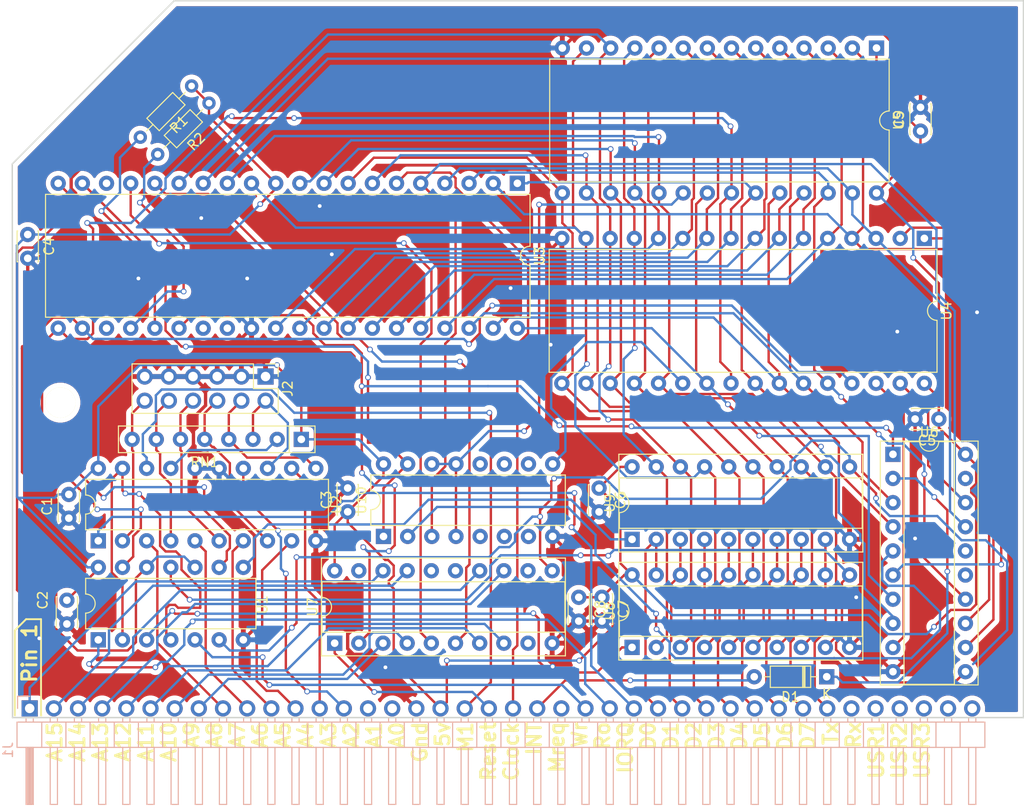
<source format=kicad_pcb>
(kicad_pcb (version 20171130) (host pcbnew 5.1.5-1.fc31)

  (general
    (thickness 1.6)
    (drawings 16)
    (tracks 1168)
    (zones 0)
    (modules 26)
    (nets 84)
  )

  (page A4)
  (layers
    (0 F.Cu signal)
    (31 B.Cu signal)
    (32 B.Adhes user)
    (33 F.Adhes user)
    (34 B.Paste user)
    (35 F.Paste user)
    (36 B.SilkS user)
    (37 F.SilkS user)
    (38 B.Mask user)
    (39 F.Mask user)
    (40 Dwgs.User user)
    (41 Cmts.User user)
    (42 Eco1.User user)
    (43 Eco2.User user)
    (44 Edge.Cuts user)
    (45 Margin user)
    (46 B.CrtYd user)
    (47 F.CrtYd user)
    (48 B.Fab user hide)
    (49 F.Fab user hide)
  )

  (setup
    (last_trace_width 0.25)
    (trace_clearance 0.2)
    (zone_clearance 0.508)
    (zone_45_only no)
    (trace_min 0.2)
    (via_size 0.6)
    (via_drill 0.4)
    (via_min_size 0.4)
    (via_min_drill 0.3)
    (uvia_size 0.3)
    (uvia_drill 0.1)
    (uvias_allowed no)
    (uvia_min_size 0.2)
    (uvia_min_drill 0.1)
    (edge_width 0.15)
    (segment_width 0.2)
    (pcb_text_width 0.3)
    (pcb_text_size 1.5 1.5)
    (mod_edge_width 0.15)
    (mod_text_size 1 1)
    (mod_text_width 0.15)
    (pad_size 3.2 3.2)
    (pad_drill 3.2)
    (pad_to_mask_clearance 0.2)
    (aux_axis_origin 0 0)
    (visible_elements 7FFFFFFF)
    (pcbplotparams
      (layerselection 0x010f0_80000001)
      (usegerberextensions false)
      (usegerberattributes false)
      (usegerberadvancedattributes false)
      (creategerberjobfile false)
      (excludeedgelayer true)
      (linewidth 0.100000)
      (plotframeref false)
      (viasonmask false)
      (mode 1)
      (useauxorigin false)
      (hpglpennumber 1)
      (hpglpenspeed 20)
      (hpglpendiameter 15.000000)
      (psnegative false)
      (psa4output false)
      (plotreference true)
      (plotvalue true)
      (plotinvisibletext false)
      (padsonsilk false)
      (subtractmaskfromsilk false)
      (outputformat 1)
      (mirror false)
      (drillshape 0)
      (scaleselection 1)
      (outputdirectory "/home/spencer/Documents/KiCad/2016/RC2014/Dimension Template/"))
  )

  (net 0 "")
  (net 1 GND)
  (net 2 M1)
  (net 3 RD)
  (net 4 A7)
  (net 5 A6)
  (net 6 A5)
  (net 7 A4)
  (net 8 A3)
  (net 9 IORQ)
  (net 10 5V)
  (net 11 WR)
  (net 12 "Net-(J2-Pad8)")
  (net 13 "Net-(J2-Pad10)")
  (net 14 "Net-(RN1-Pad2)")
  (net 15 "Net-(U1-Pad2)")
  (net 16 "Net-(J2-Pad2)")
  (net 17 "Net-(J2-Pad4)")
  (net 18 "Net-(J2-Pad6)")
  (net 19 A15)
  (net 20 A14)
  (net 21 A13)
  (net 22 A12)
  (net 23 A11)
  (net 24 A10)
  (net 25 A9)
  (net 26 A8)
  (net 27 A2)
  (net 28 RESET)
  (net 29 CLK)
  (net 30 INT)
  (net 31 D0)
  (net 32 D1)
  (net 33 D2)
  (net 34 D3)
  (net 35 D4)
  (net 36 D5)
  (net 37 D6)
  (net 38 D7)
  (net 39 "Net-(J2-Pad12)")
  (net 40 SLIORD)
  (net 41 SLRD)
  (net 42 IORD)
  (net 43 SLIORQ)
  (net 44 SLIOWR)
  (net 45 IOWR)
  (net 46 SLWR)
  (net 47 SA11)
  (net 48 SA12)
  (net 49 SA13)
  (net 50 SA14)
  (net 51 SA15)
  (net 52 SLRESET)
  (net 53 SD4)
  (net 54 SD3)
  (net 55 SD5)
  (net 56 SD6)
  (net 57 SA0)
  (net 58 SA1)
  (net 59 SD2)
  (net 60 SA2)
  (net 61 SD7)
  (net 62 SA3)
  (net 63 SD0)
  (net 64 SA4)
  (net 65 SD1)
  (net 66 SA5)
  (net 67 SLINT)
  (net 68 SA6)
  (net 69 SLNMI)
  (net 70 SA7)
  (net 71 SA8)
  (net 72 SLMREQ)
  (net 73 SA9)
  (net 74 SA10)
  (net 75 SA18)
  (net 76 SA16)
  (net 77 RAMCS)
  (net 78 SA17)
  (net 79 ROMCS)
  (net 80 ROMEN)
  (net 81 "Net-(D1-Pad1)")
  (net 82 "Net-(R1-Pad2)")
  (net 83 "Net-(R2-Pad2)")

  (net_class Default "This is the default net class."
    (clearance 0.2)
    (trace_width 0.25)
    (via_dia 0.6)
    (via_drill 0.4)
    (uvia_dia 0.3)
    (uvia_drill 0.1)
    (add_net 5V)
    (add_net A10)
    (add_net A11)
    (add_net A12)
    (add_net A13)
    (add_net A14)
    (add_net A15)
    (add_net A2)
    (add_net A3)
    (add_net A4)
    (add_net A5)
    (add_net A6)
    (add_net A7)
    (add_net A8)
    (add_net A9)
    (add_net CLK)
    (add_net D0)
    (add_net D1)
    (add_net D2)
    (add_net D3)
    (add_net D4)
    (add_net D5)
    (add_net D6)
    (add_net D7)
    (add_net INT)
    (add_net IORD)
    (add_net IORQ)
    (add_net IOWR)
    (add_net M1)
    (add_net "Net-(D1-Pad1)")
    (add_net "Net-(J2-Pad10)")
    (add_net "Net-(J2-Pad12)")
    (add_net "Net-(J2-Pad2)")
    (add_net "Net-(J2-Pad4)")
    (add_net "Net-(J2-Pad6)")
    (add_net "Net-(J2-Pad8)")
    (add_net "Net-(R1-Pad2)")
    (add_net "Net-(R2-Pad2)")
    (add_net "Net-(RN1-Pad2)")
    (add_net "Net-(U1-Pad2)")
    (add_net RAMCS)
    (add_net RD)
    (add_net RESET)
    (add_net ROMCS)
    (add_net ROMEN)
    (add_net SA0)
    (add_net SA1)
    (add_net SA10)
    (add_net SA11)
    (add_net SA12)
    (add_net SA13)
    (add_net SA14)
    (add_net SA15)
    (add_net SA16)
    (add_net SA17)
    (add_net SA18)
    (add_net SA2)
    (add_net SA3)
    (add_net SA4)
    (add_net SA5)
    (add_net SA6)
    (add_net SA7)
    (add_net SA8)
    (add_net SA9)
    (add_net SD0)
    (add_net SD1)
    (add_net SD2)
    (add_net SD3)
    (add_net SD4)
    (add_net SD5)
    (add_net SD6)
    (add_net SD7)
    (add_net SLINT)
    (add_net SLIORD)
    (add_net SLIORQ)
    (add_net SLIOWR)
    (add_net SLMREQ)
    (add_net SLNMI)
    (add_net SLRD)
    (add_net SLRESET)
    (add_net SLWR)
    (add_net WR)
  )

  (net_class Power ""
    (clearance 0.2)
    (trace_width 0.35)
    (via_dia 0.6)
    (via_drill 0.4)
    (uvia_dia 0.3)
    (uvia_drill 0.1)
    (add_net GND)
  )

  (module Package_DIP:DIP-14_W7.62mm (layer F.Cu) (tedit 5A02E8C5) (tstamp 5D4F0EB6)
    (at 162.9156 145.1864 90)
    (descr "14-lead though-hole mounted DIP package, row spacing 7.62 mm (300 mils)")
    (tags "THT DIP DIL PDIP 2.54mm 7.62mm 300mil")
    (path /5D4F4C42)
    (fp_text reference U1 (at 3.683 17.272 270) (layer F.SilkS)
      (effects (font (size 1 1) (thickness 0.15)))
    )
    (fp_text value 74HCT32 (at 3.81 17.57 90) (layer F.Fab)
      (effects (font (size 1 1) (thickness 0.15)))
    )
    (fp_arc (start 3.81 -1.33) (end 2.81 -1.33) (angle -180) (layer F.SilkS) (width 0.12))
    (fp_line (start 1.635 -1.27) (end 6.985 -1.27) (layer F.Fab) (width 0.1))
    (fp_line (start 6.985 -1.27) (end 6.985 16.51) (layer F.Fab) (width 0.1))
    (fp_line (start 6.985 16.51) (end 0.635 16.51) (layer F.Fab) (width 0.1))
    (fp_line (start 0.635 16.51) (end 0.635 -0.27) (layer F.Fab) (width 0.1))
    (fp_line (start 0.635 -0.27) (end 1.635 -1.27) (layer F.Fab) (width 0.1))
    (fp_line (start 2.81 -1.33) (end 1.16 -1.33) (layer F.SilkS) (width 0.12))
    (fp_line (start 1.16 -1.33) (end 1.16 16.57) (layer F.SilkS) (width 0.12))
    (fp_line (start 1.16 16.57) (end 6.46 16.57) (layer F.SilkS) (width 0.12))
    (fp_line (start 6.46 16.57) (end 6.46 -1.33) (layer F.SilkS) (width 0.12))
    (fp_line (start 6.46 -1.33) (end 4.81 -1.33) (layer F.SilkS) (width 0.12))
    (fp_line (start -1.1 -1.55) (end -1.1 16.8) (layer F.CrtYd) (width 0.05))
    (fp_line (start -1.1 16.8) (end 8.7 16.8) (layer F.CrtYd) (width 0.05))
    (fp_line (start 8.7 16.8) (end 8.7 -1.55) (layer F.CrtYd) (width 0.05))
    (fp_line (start 8.7 -1.55) (end -1.1 -1.55) (layer F.CrtYd) (width 0.05))
    (fp_text user %R (at 3.81 7.62 90) (layer F.Fab)
      (effects (font (size 1 1) (thickness 0.15)))
    )
    (pad 1 thru_hole rect (at 0 0 90) (size 1.6 1.6) (drill 0.8) (layers *.Cu *.Mask)
      (net 3 RD))
    (pad 8 thru_hole oval (at 7.62 15.24 90) (size 1.6 1.6) (drill 0.8) (layers *.Cu *.Mask)
      (net 40 SLIORD))
    (pad 2 thru_hole oval (at 0 2.54 90) (size 1.6 1.6) (drill 0.8) (layers *.Cu *.Mask)
      (net 15 "Net-(U1-Pad2)"))
    (pad 9 thru_hole oval (at 7.62 12.7 90) (size 1.6 1.6) (drill 0.8) (layers *.Cu *.Mask)
      (net 41 SLRD))
    (pad 3 thru_hole oval (at 0 5.08 90) (size 1.6 1.6) (drill 0.8) (layers *.Cu *.Mask)
      (net 42 IORD))
    (pad 10 thru_hole oval (at 7.62 10.16 90) (size 1.6 1.6) (drill 0.8) (layers *.Cu *.Mask)
      (net 43 SLIORQ))
    (pad 4 thru_hole oval (at 0 7.62 90) (size 1.6 1.6) (drill 0.8) (layers *.Cu *.Mask)
      (net 15 "Net-(U1-Pad2)"))
    (pad 11 thru_hole oval (at 7.62 7.62 90) (size 1.6 1.6) (drill 0.8) (layers *.Cu *.Mask)
      (net 44 SLIOWR))
    (pad 5 thru_hole oval (at 0 10.16 90) (size 1.6 1.6) (drill 0.8) (layers *.Cu *.Mask)
      (net 11 WR))
    (pad 12 thru_hole oval (at 7.62 5.08 90) (size 1.6 1.6) (drill 0.8) (layers *.Cu *.Mask)
      (net 43 SLIORQ))
    (pad 6 thru_hole oval (at 0 12.7 90) (size 1.6 1.6) (drill 0.8) (layers *.Cu *.Mask)
      (net 45 IOWR))
    (pad 13 thru_hole oval (at 7.62 2.54 90) (size 1.6 1.6) (drill 0.8) (layers *.Cu *.Mask)
      (net 46 SLWR))
    (pad 7 thru_hole oval (at 0 15.24 90) (size 1.6 1.6) (drill 0.8) (layers *.Cu *.Mask)
      (net 1 GND))
    (pad 14 thru_hole oval (at 7.62 0 90) (size 1.6 1.6) (drill 0.8) (layers *.Cu *.Mask)
      (net 10 5V))
    (model ${KISYS3DMOD}/Package_DIP.3dshapes/DIP-14_W7.62mm.wrl
      (at (xyz 0 0 0))
      (scale (xyz 1 1 1))
      (rotate (xyz 0 0 0))
    )
  )

  (module Package_DIP:DIP-20_W7.62mm_Socket (layer F.Cu) (tedit 5A02E8C5) (tstamp 5D50B71C)
    (at 187.7568 145.542 90)
    (descr "20-lead though-hole mounted DIP package, row spacing 7.62 mm (300 mils), Socket")
    (tags "THT DIP DIL PDIP 2.54mm 7.62mm 300mil Socket")
    (path /5D682306)
    (fp_text reference U7 (at 3.81 -2.33 90) (layer F.SilkS)
      (effects (font (size 1 1) (thickness 0.15)))
    )
    (fp_text value 74HCT273 (at 3.81 25.19 90) (layer F.Fab)
      (effects (font (size 1 1) (thickness 0.15)))
    )
    (fp_text user %R (at 3.81 11.43 90) (layer F.Fab)
      (effects (font (size 1 1) (thickness 0.15)))
    )
    (fp_line (start 9.15 -1.6) (end -1.55 -1.6) (layer F.CrtYd) (width 0.05))
    (fp_line (start 9.15 24.45) (end 9.15 -1.6) (layer F.CrtYd) (width 0.05))
    (fp_line (start -1.55 24.45) (end 9.15 24.45) (layer F.CrtYd) (width 0.05))
    (fp_line (start -1.55 -1.6) (end -1.55 24.45) (layer F.CrtYd) (width 0.05))
    (fp_line (start 8.95 -1.39) (end -1.33 -1.39) (layer F.SilkS) (width 0.12))
    (fp_line (start 8.95 24.25) (end 8.95 -1.39) (layer F.SilkS) (width 0.12))
    (fp_line (start -1.33 24.25) (end 8.95 24.25) (layer F.SilkS) (width 0.12))
    (fp_line (start -1.33 -1.39) (end -1.33 24.25) (layer F.SilkS) (width 0.12))
    (fp_line (start 6.46 -1.33) (end 4.81 -1.33) (layer F.SilkS) (width 0.12))
    (fp_line (start 6.46 24.19) (end 6.46 -1.33) (layer F.SilkS) (width 0.12))
    (fp_line (start 1.16 24.19) (end 6.46 24.19) (layer F.SilkS) (width 0.12))
    (fp_line (start 1.16 -1.33) (end 1.16 24.19) (layer F.SilkS) (width 0.12))
    (fp_line (start 2.81 -1.33) (end 1.16 -1.33) (layer F.SilkS) (width 0.12))
    (fp_line (start 8.89 -1.33) (end -1.27 -1.33) (layer F.Fab) (width 0.1))
    (fp_line (start 8.89 24.19) (end 8.89 -1.33) (layer F.Fab) (width 0.1))
    (fp_line (start -1.27 24.19) (end 8.89 24.19) (layer F.Fab) (width 0.1))
    (fp_line (start -1.27 -1.33) (end -1.27 24.19) (layer F.Fab) (width 0.1))
    (fp_line (start 0.635 -0.27) (end 1.635 -1.27) (layer F.Fab) (width 0.1))
    (fp_line (start 0.635 24.13) (end 0.635 -0.27) (layer F.Fab) (width 0.1))
    (fp_line (start 6.985 24.13) (end 0.635 24.13) (layer F.Fab) (width 0.1))
    (fp_line (start 6.985 -1.27) (end 6.985 24.13) (layer F.Fab) (width 0.1))
    (fp_line (start 1.635 -1.27) (end 6.985 -1.27) (layer F.Fab) (width 0.1))
    (fp_arc (start 3.81 -1.33) (end 2.81 -1.33) (angle -180) (layer F.SilkS) (width 0.12))
    (pad 20 thru_hole oval (at 7.62 0 90) (size 1.6 1.6) (drill 0.8) (layers *.Cu *.Mask)
      (net 10 5V))
    (pad 10 thru_hole oval (at 0 22.86 90) (size 1.6 1.6) (drill 0.8) (layers *.Cu *.Mask)
      (net 1 GND))
    (pad 19 thru_hole oval (at 7.62 2.54 90) (size 1.6 1.6) (drill 0.8) (layers *.Cu *.Mask))
    (pad 9 thru_hole oval (at 0 20.32 90) (size 1.6 1.6) (drill 0.8) (layers *.Cu *.Mask))
    (pad 18 thru_hole oval (at 7.62 5.08 90) (size 1.6 1.6) (drill 0.8) (layers *.Cu *.Mask)
      (net 19 A15))
    (pad 8 thru_hole oval (at 0 17.78 90) (size 1.6 1.6) (drill 0.8) (layers *.Cu *.Mask)
      (net 23 A11))
    (pad 17 thru_hole oval (at 7.62 7.62 90) (size 1.6 1.6) (drill 0.8) (layers *.Cu *.Mask)
      (net 20 A14))
    (pad 7 thru_hole oval (at 0 15.24 90) (size 1.6 1.6) (drill 0.8) (layers *.Cu *.Mask)
      (net 24 A10))
    (pad 16 thru_hole oval (at 7.62 10.16 90) (size 1.6 1.6) (drill 0.8) (layers *.Cu *.Mask))
    (pad 6 thru_hole oval (at 0 12.7 90) (size 1.6 1.6) (drill 0.8) (layers *.Cu *.Mask)
      (net 67 SLINT))
    (pad 15 thru_hole oval (at 7.62 12.7 90) (size 1.6 1.6) (drill 0.8) (layers *.Cu *.Mask))
    (pad 5 thru_hole oval (at 0 10.16 90) (size 1.6 1.6) (drill 0.8) (layers *.Cu *.Mask)
      (net 69 SLNMI))
    (pad 14 thru_hole oval (at 7.62 15.24 90) (size 1.6 1.6) (drill 0.8) (layers *.Cu *.Mask)
      (net 21 A13))
    (pad 4 thru_hole oval (at 0 7.62 90) (size 1.6 1.6) (drill 0.8) (layers *.Cu *.Mask)
      (net 25 A9))
    (pad 13 thru_hole oval (at 7.62 17.78 90) (size 1.6 1.6) (drill 0.8) (layers *.Cu *.Mask)
      (net 22 A12))
    (pad 3 thru_hole oval (at 0 5.08 90) (size 1.6 1.6) (drill 0.8) (layers *.Cu *.Mask)
      (net 26 A8))
    (pad 12 thru_hole oval (at 7.62 20.32 90) (size 1.6 1.6) (drill 0.8) (layers *.Cu *.Mask))
    (pad 2 thru_hole oval (at 0 2.54 90) (size 1.6 1.6) (drill 0.8) (layers *.Cu *.Mask)
      (net 52 SLRESET))
    (pad 11 thru_hole oval (at 7.62 22.86 90) (size 1.6 1.6) (drill 0.8) (layers *.Cu *.Mask)
      (net 45 IOWR))
    (pad 1 thru_hole rect (at 0 0 90) (size 1.6 1.6) (drill 0.8) (layers *.Cu *.Mask)
      (net 28 RESET))
    (model ${KISYS3DMOD}/Package_DIP.3dshapes/DIP-20_W7.62mm_Socket.wrl
      (at (xyz 0 0 0))
      (scale (xyz 1 1 1))
      (rotate (xyz 0 0 0))
    )
  )

  (module Package_DIP:DIP-20_W7.62mm (layer F.Cu) (tedit 5A02E8C5) (tstamp 5D4F0EDE)
    (at 162.9156 134.7724 90)
    (descr "20-lead though-hole mounted DIP package, row spacing 7.62 mm (300 mils)")
    (tags "THT DIP DIL PDIP 2.54mm 7.62mm 300mil")
    (path /5D4F1B7D)
    (fp_text reference U2 (at 3.81 25.019 90) (layer F.SilkS)
      (effects (font (size 1 1) (thickness 0.15)))
    )
    (fp_text value 74HCT688 (at 3.81 25.19 90) (layer F.Fab)
      (effects (font (size 1 1) (thickness 0.15)))
    )
    (fp_arc (start 3.81 -1.33) (end 2.81 -1.33) (angle -180) (layer F.SilkS) (width 0.12))
    (fp_line (start 1.635 -1.27) (end 6.985 -1.27) (layer F.Fab) (width 0.1))
    (fp_line (start 6.985 -1.27) (end 6.985 24.13) (layer F.Fab) (width 0.1))
    (fp_line (start 6.985 24.13) (end 0.635 24.13) (layer F.Fab) (width 0.1))
    (fp_line (start 0.635 24.13) (end 0.635 -0.27) (layer F.Fab) (width 0.1))
    (fp_line (start 0.635 -0.27) (end 1.635 -1.27) (layer F.Fab) (width 0.1))
    (fp_line (start 2.81 -1.33) (end 1.16 -1.33) (layer F.SilkS) (width 0.12))
    (fp_line (start 1.16 -1.33) (end 1.16 24.19) (layer F.SilkS) (width 0.12))
    (fp_line (start 1.16 24.19) (end 6.46 24.19) (layer F.SilkS) (width 0.12))
    (fp_line (start 6.46 24.19) (end 6.46 -1.33) (layer F.SilkS) (width 0.12))
    (fp_line (start 6.46 -1.33) (end 4.81 -1.33) (layer F.SilkS) (width 0.12))
    (fp_line (start -1.1 -1.55) (end -1.1 24.4) (layer F.CrtYd) (width 0.05))
    (fp_line (start -1.1 24.4) (end 8.7 24.4) (layer F.CrtYd) (width 0.05))
    (fp_line (start 8.7 24.4) (end 8.7 -1.55) (layer F.CrtYd) (width 0.05))
    (fp_line (start 8.7 -1.55) (end -1.1 -1.55) (layer F.CrtYd) (width 0.05))
    (fp_text user %R (at 3.81 11.43 90) (layer F.Fab)
      (effects (font (size 1 1) (thickness 0.15)))
    )
    (pad 1 thru_hole rect (at 0 0 90) (size 1.6 1.6) (drill 0.8) (layers *.Cu *.Mask)
      (net 9 IORQ))
    (pad 11 thru_hole oval (at 7.62 22.86 90) (size 1.6 1.6) (drill 0.8) (layers *.Cu *.Mask)
      (net 17 "Net-(J2-Pad4)"))
    (pad 2 thru_hole oval (at 0 2.54 90) (size 1.6 1.6) (drill 0.8) (layers *.Cu *.Mask)
      (net 39 "Net-(J2-Pad12)"))
    (pad 12 thru_hole oval (at 7.62 20.32 90) (size 1.6 1.6) (drill 0.8) (layers *.Cu *.Mask)
      (net 8 A3))
    (pad 3 thru_hole oval (at 0 5.08 90) (size 1.6 1.6) (drill 0.8) (layers *.Cu *.Mask)
      (net 4 A7))
    (pad 13 thru_hole oval (at 7.62 17.78 90) (size 1.6 1.6) (drill 0.8) (layers *.Cu *.Mask)
      (net 16 "Net-(J2-Pad2)"))
    (pad 4 thru_hole oval (at 0 7.62 90) (size 1.6 1.6) (drill 0.8) (layers *.Cu *.Mask)
      (net 13 "Net-(J2-Pad10)"))
    (pad 14 thru_hole oval (at 7.62 15.24 90) (size 1.6 1.6) (drill 0.8) (layers *.Cu *.Mask)
      (net 27 A2))
    (pad 5 thru_hole oval (at 0 10.16 90) (size 1.6 1.6) (drill 0.8) (layers *.Cu *.Mask)
      (net 5 A6))
    (pad 15 thru_hole oval (at 7.62 12.7 90) (size 1.6 1.6) (drill 0.8) (layers *.Cu *.Mask)
      (net 1 GND))
    (pad 6 thru_hole oval (at 0 12.7 90) (size 1.6 1.6) (drill 0.8) (layers *.Cu *.Mask)
      (net 12 "Net-(J2-Pad8)"))
    (pad 16 thru_hole oval (at 7.62 10.16 90) (size 1.6 1.6) (drill 0.8) (layers *.Cu *.Mask)
      (net 1 GND))
    (pad 7 thru_hole oval (at 0 15.24 90) (size 1.6 1.6) (drill 0.8) (layers *.Cu *.Mask)
      (net 6 A5))
    (pad 17 thru_hole oval (at 7.62 7.62 90) (size 1.6 1.6) (drill 0.8) (layers *.Cu *.Mask)
      (net 14 "Net-(RN1-Pad2)"))
    (pad 8 thru_hole oval (at 0 17.78 90) (size 1.6 1.6) (drill 0.8) (layers *.Cu *.Mask)
      (net 18 "Net-(J2-Pad6)"))
    (pad 18 thru_hole oval (at 7.62 5.08 90) (size 1.6 1.6) (drill 0.8) (layers *.Cu *.Mask)
      (net 2 M1))
    (pad 9 thru_hole oval (at 0 20.32 90) (size 1.6 1.6) (drill 0.8) (layers *.Cu *.Mask)
      (net 7 A4))
    (pad 19 thru_hole oval (at 7.62 2.54 90) (size 1.6 1.6) (drill 0.8) (layers *.Cu *.Mask)
      (net 15 "Net-(U1-Pad2)"))
    (pad 10 thru_hole oval (at 0 22.86 90) (size 1.6 1.6) (drill 0.8) (layers *.Cu *.Mask)
      (net 1 GND))
    (pad 20 thru_hole oval (at 7.62 0 90) (size 1.6 1.6) (drill 0.8) (layers *.Cu *.Mask)
      (net 10 5V))
    (model ${KISYS3DMOD}/Package_DIP.3dshapes/DIP-20_W7.62mm.wrl
      (at (xyz 0 0 0))
      (scale (xyz 1 1 1))
      (rotate (xyz 0 0 0))
    )
  )

  (module Package_DIP:DIP-16_W7.62mm (layer F.Cu) (tedit 5A02E8C5) (tstamp 5D50BFCD)
    (at 192.8876 134.3152 90)
    (descr "16-lead though-hole mounted DIP package, row spacing 7.62 mm (300 mils)")
    (tags "THT DIP DIL PDIP 2.54mm 7.62mm 300mil")
    (path /5D8A4B87)
    (fp_text reference U10 (at 3.81 -2.33 90) (layer F.SilkS)
      (effects (font (size 1 1) (thickness 0.15)))
    )
    (fp_text value 74HCT139 (at 3.81 20.11 90) (layer F.Fab)
      (effects (font (size 1 1) (thickness 0.15)))
    )
    (fp_arc (start 3.81 -1.33) (end 2.81 -1.33) (angle -180) (layer F.SilkS) (width 0.12))
    (fp_line (start 1.635 -1.27) (end 6.985 -1.27) (layer F.Fab) (width 0.1))
    (fp_line (start 6.985 -1.27) (end 6.985 19.05) (layer F.Fab) (width 0.1))
    (fp_line (start 6.985 19.05) (end 0.635 19.05) (layer F.Fab) (width 0.1))
    (fp_line (start 0.635 19.05) (end 0.635 -0.27) (layer F.Fab) (width 0.1))
    (fp_line (start 0.635 -0.27) (end 1.635 -1.27) (layer F.Fab) (width 0.1))
    (fp_line (start 2.81 -1.33) (end 1.16 -1.33) (layer F.SilkS) (width 0.12))
    (fp_line (start 1.16 -1.33) (end 1.16 19.11) (layer F.SilkS) (width 0.12))
    (fp_line (start 1.16 19.11) (end 6.46 19.11) (layer F.SilkS) (width 0.12))
    (fp_line (start 6.46 19.11) (end 6.46 -1.33) (layer F.SilkS) (width 0.12))
    (fp_line (start 6.46 -1.33) (end 4.81 -1.33) (layer F.SilkS) (width 0.12))
    (fp_line (start -1.1 -1.55) (end -1.1 19.3) (layer F.CrtYd) (width 0.05))
    (fp_line (start -1.1 19.3) (end 8.7 19.3) (layer F.CrtYd) (width 0.05))
    (fp_line (start 8.7 19.3) (end 8.7 -1.55) (layer F.CrtYd) (width 0.05))
    (fp_line (start 8.7 -1.55) (end -1.1 -1.55) (layer F.CrtYd) (width 0.05))
    (fp_text user %R (at 3.81 8.89 90) (layer F.Fab)
      (effects (font (size 1 1) (thickness 0.15)))
    )
    (pad 1 thru_hole rect (at 0 0 90) (size 1.6 1.6) (drill 0.8) (layers *.Cu *.Mask)
      (net 72 SLMREQ))
    (pad 9 thru_hole oval (at 7.62 17.78 90) (size 1.6 1.6) (drill 0.8) (layers *.Cu *.Mask)
      (net 77 RAMCS))
    (pad 2 thru_hole oval (at 0 2.54 90) (size 1.6 1.6) (drill 0.8) (layers *.Cu *.Mask)
      (net 80 ROMEN))
    (pad 10 thru_hole oval (at 7.62 15.24 90) (size 1.6 1.6) (drill 0.8) (layers *.Cu *.Mask))
    (pad 3 thru_hole oval (at 0 5.08 90) (size 1.6 1.6) (drill 0.8) (layers *.Cu *.Mask)
      (net 51 SA15))
    (pad 11 thru_hole oval (at 7.62 12.7 90) (size 1.6 1.6) (drill 0.8) (layers *.Cu *.Mask))
    (pad 4 thru_hole oval (at 0 7.62 90) (size 1.6 1.6) (drill 0.8) (layers *.Cu *.Mask)
      (net 79 ROMCS))
    (pad 12 thru_hole oval (at 7.62 10.16 90) (size 1.6 1.6) (drill 0.8) (layers *.Cu *.Mask))
    (pad 5 thru_hole oval (at 0 10.16 90) (size 1.6 1.6) (drill 0.8) (layers *.Cu *.Mask))
    (pad 13 thru_hole oval (at 7.62 7.62 90) (size 1.6 1.6) (drill 0.8) (layers *.Cu *.Mask)
      (net 79 ROMCS))
    (pad 6 thru_hole oval (at 0 12.7 90) (size 1.6 1.6) (drill 0.8) (layers *.Cu *.Mask))
    (pad 14 thru_hole oval (at 7.62 5.08 90) (size 1.6 1.6) (drill 0.8) (layers *.Cu *.Mask)
      (net 79 ROMCS))
    (pad 7 thru_hole oval (at 0 15.24 90) (size 1.6 1.6) (drill 0.8) (layers *.Cu *.Mask))
    (pad 15 thru_hole oval (at 7.62 2.54 90) (size 1.6 1.6) (drill 0.8) (layers *.Cu *.Mask)
      (net 72 SLMREQ))
    (pad 8 thru_hole oval (at 0 17.78 90) (size 1.6 1.6) (drill 0.8) (layers *.Cu *.Mask)
      (net 1 GND))
    (pad 16 thru_hole oval (at 7.62 0 90) (size 1.6 1.6) (drill 0.8) (layers *.Cu *.Mask)
      (net 10 5V))
    (model ${KISYS3DMOD}/Package_DIP.3dshapes/DIP-16_W7.62mm.wrl
      (at (xyz 0 0 0))
      (scale (xyz 1 1 1))
      (rotate (xyz 0 0 0))
    )
  )

  (module Connector_PinHeader_2.54mm:PinHeader_1x40_P2.54mm_Horizontal (layer B.Cu) (tedit 59FED5CB) (tstamp 5D4E77A0)
    (at 155.702 152.4 270)
    (descr "Through hole angled pin header, 1x40, 2.54mm pitch, 6mm pin length, single row")
    (tags "Through hole angled pin header THT 1x40 2.54mm single row")
    (path /5D4D81A3)
    (fp_text reference J1 (at 4.385 2.27 270) (layer B.SilkS)
      (effects (font (size 1 1) (thickness 0.15)) (justify mirror))
    )
    (fp_text value Conn_01x40 (at 4.385 -101.33 270) (layer B.Fab)
      (effects (font (size 1 1) (thickness 0.15)) (justify mirror))
    )
    (fp_line (start 2.135 1.27) (end 4.04 1.27) (layer B.Fab) (width 0.1))
    (fp_line (start 4.04 1.27) (end 4.04 -100.33) (layer B.Fab) (width 0.1))
    (fp_line (start 4.04 -100.33) (end 1.5 -100.33) (layer B.Fab) (width 0.1))
    (fp_line (start 1.5 -100.33) (end 1.5 0.635) (layer B.Fab) (width 0.1))
    (fp_line (start 1.5 0.635) (end 2.135 1.27) (layer B.Fab) (width 0.1))
    (fp_line (start -0.32 0.32) (end 1.5 0.32) (layer B.Fab) (width 0.1))
    (fp_line (start -0.32 0.32) (end -0.32 -0.32) (layer B.Fab) (width 0.1))
    (fp_line (start -0.32 -0.32) (end 1.5 -0.32) (layer B.Fab) (width 0.1))
    (fp_line (start 4.04 0.32) (end 10.04 0.32) (layer B.Fab) (width 0.1))
    (fp_line (start 10.04 0.32) (end 10.04 -0.32) (layer B.Fab) (width 0.1))
    (fp_line (start 4.04 -0.32) (end 10.04 -0.32) (layer B.Fab) (width 0.1))
    (fp_line (start -0.32 -2.22) (end 1.5 -2.22) (layer B.Fab) (width 0.1))
    (fp_line (start -0.32 -2.22) (end -0.32 -2.86) (layer B.Fab) (width 0.1))
    (fp_line (start -0.32 -2.86) (end 1.5 -2.86) (layer B.Fab) (width 0.1))
    (fp_line (start 4.04 -2.22) (end 10.04 -2.22) (layer B.Fab) (width 0.1))
    (fp_line (start 10.04 -2.22) (end 10.04 -2.86) (layer B.Fab) (width 0.1))
    (fp_line (start 4.04 -2.86) (end 10.04 -2.86) (layer B.Fab) (width 0.1))
    (fp_line (start -0.32 -4.76) (end 1.5 -4.76) (layer B.Fab) (width 0.1))
    (fp_line (start -0.32 -4.76) (end -0.32 -5.4) (layer B.Fab) (width 0.1))
    (fp_line (start -0.32 -5.4) (end 1.5 -5.4) (layer B.Fab) (width 0.1))
    (fp_line (start 4.04 -4.76) (end 10.04 -4.76) (layer B.Fab) (width 0.1))
    (fp_line (start 10.04 -4.76) (end 10.04 -5.4) (layer B.Fab) (width 0.1))
    (fp_line (start 4.04 -5.4) (end 10.04 -5.4) (layer B.Fab) (width 0.1))
    (fp_line (start -0.32 -7.3) (end 1.5 -7.3) (layer B.Fab) (width 0.1))
    (fp_line (start -0.32 -7.3) (end -0.32 -7.94) (layer B.Fab) (width 0.1))
    (fp_line (start -0.32 -7.94) (end 1.5 -7.94) (layer B.Fab) (width 0.1))
    (fp_line (start 4.04 -7.3) (end 10.04 -7.3) (layer B.Fab) (width 0.1))
    (fp_line (start 10.04 -7.3) (end 10.04 -7.94) (layer B.Fab) (width 0.1))
    (fp_line (start 4.04 -7.94) (end 10.04 -7.94) (layer B.Fab) (width 0.1))
    (fp_line (start -0.32 -9.84) (end 1.5 -9.84) (layer B.Fab) (width 0.1))
    (fp_line (start -0.32 -9.84) (end -0.32 -10.48) (layer B.Fab) (width 0.1))
    (fp_line (start -0.32 -10.48) (end 1.5 -10.48) (layer B.Fab) (width 0.1))
    (fp_line (start 4.04 -9.84) (end 10.04 -9.84) (layer B.Fab) (width 0.1))
    (fp_line (start 10.04 -9.84) (end 10.04 -10.48) (layer B.Fab) (width 0.1))
    (fp_line (start 4.04 -10.48) (end 10.04 -10.48) (layer B.Fab) (width 0.1))
    (fp_line (start -0.32 -12.38) (end 1.5 -12.38) (layer B.Fab) (width 0.1))
    (fp_line (start -0.32 -12.38) (end -0.32 -13.02) (layer B.Fab) (width 0.1))
    (fp_line (start -0.32 -13.02) (end 1.5 -13.02) (layer B.Fab) (width 0.1))
    (fp_line (start 4.04 -12.38) (end 10.04 -12.38) (layer B.Fab) (width 0.1))
    (fp_line (start 10.04 -12.38) (end 10.04 -13.02) (layer B.Fab) (width 0.1))
    (fp_line (start 4.04 -13.02) (end 10.04 -13.02) (layer B.Fab) (width 0.1))
    (fp_line (start -0.32 -14.92) (end 1.5 -14.92) (layer B.Fab) (width 0.1))
    (fp_line (start -0.32 -14.92) (end -0.32 -15.56) (layer B.Fab) (width 0.1))
    (fp_line (start -0.32 -15.56) (end 1.5 -15.56) (layer B.Fab) (width 0.1))
    (fp_line (start 4.04 -14.92) (end 10.04 -14.92) (layer B.Fab) (width 0.1))
    (fp_line (start 10.04 -14.92) (end 10.04 -15.56) (layer B.Fab) (width 0.1))
    (fp_line (start 4.04 -15.56) (end 10.04 -15.56) (layer B.Fab) (width 0.1))
    (fp_line (start -0.32 -17.46) (end 1.5 -17.46) (layer B.Fab) (width 0.1))
    (fp_line (start -0.32 -17.46) (end -0.32 -18.1) (layer B.Fab) (width 0.1))
    (fp_line (start -0.32 -18.1) (end 1.5 -18.1) (layer B.Fab) (width 0.1))
    (fp_line (start 4.04 -17.46) (end 10.04 -17.46) (layer B.Fab) (width 0.1))
    (fp_line (start 10.04 -17.46) (end 10.04 -18.1) (layer B.Fab) (width 0.1))
    (fp_line (start 4.04 -18.1) (end 10.04 -18.1) (layer B.Fab) (width 0.1))
    (fp_line (start -0.32 -20) (end 1.5 -20) (layer B.Fab) (width 0.1))
    (fp_line (start -0.32 -20) (end -0.32 -20.64) (layer B.Fab) (width 0.1))
    (fp_line (start -0.32 -20.64) (end 1.5 -20.64) (layer B.Fab) (width 0.1))
    (fp_line (start 4.04 -20) (end 10.04 -20) (layer B.Fab) (width 0.1))
    (fp_line (start 10.04 -20) (end 10.04 -20.64) (layer B.Fab) (width 0.1))
    (fp_line (start 4.04 -20.64) (end 10.04 -20.64) (layer B.Fab) (width 0.1))
    (fp_line (start -0.32 -22.54) (end 1.5 -22.54) (layer B.Fab) (width 0.1))
    (fp_line (start -0.32 -22.54) (end -0.32 -23.18) (layer B.Fab) (width 0.1))
    (fp_line (start -0.32 -23.18) (end 1.5 -23.18) (layer B.Fab) (width 0.1))
    (fp_line (start 4.04 -22.54) (end 10.04 -22.54) (layer B.Fab) (width 0.1))
    (fp_line (start 10.04 -22.54) (end 10.04 -23.18) (layer B.Fab) (width 0.1))
    (fp_line (start 4.04 -23.18) (end 10.04 -23.18) (layer B.Fab) (width 0.1))
    (fp_line (start -0.32 -25.08) (end 1.5 -25.08) (layer B.Fab) (width 0.1))
    (fp_line (start -0.32 -25.08) (end -0.32 -25.72) (layer B.Fab) (width 0.1))
    (fp_line (start -0.32 -25.72) (end 1.5 -25.72) (layer B.Fab) (width 0.1))
    (fp_line (start 4.04 -25.08) (end 10.04 -25.08) (layer B.Fab) (width 0.1))
    (fp_line (start 10.04 -25.08) (end 10.04 -25.72) (layer B.Fab) (width 0.1))
    (fp_line (start 4.04 -25.72) (end 10.04 -25.72) (layer B.Fab) (width 0.1))
    (fp_line (start -0.32 -27.62) (end 1.5 -27.62) (layer B.Fab) (width 0.1))
    (fp_line (start -0.32 -27.62) (end -0.32 -28.26) (layer B.Fab) (width 0.1))
    (fp_line (start -0.32 -28.26) (end 1.5 -28.26) (layer B.Fab) (width 0.1))
    (fp_line (start 4.04 -27.62) (end 10.04 -27.62) (layer B.Fab) (width 0.1))
    (fp_line (start 10.04 -27.62) (end 10.04 -28.26) (layer B.Fab) (width 0.1))
    (fp_line (start 4.04 -28.26) (end 10.04 -28.26) (layer B.Fab) (width 0.1))
    (fp_line (start -0.32 -30.16) (end 1.5 -30.16) (layer B.Fab) (width 0.1))
    (fp_line (start -0.32 -30.16) (end -0.32 -30.8) (layer B.Fab) (width 0.1))
    (fp_line (start -0.32 -30.8) (end 1.5 -30.8) (layer B.Fab) (width 0.1))
    (fp_line (start 4.04 -30.16) (end 10.04 -30.16) (layer B.Fab) (width 0.1))
    (fp_line (start 10.04 -30.16) (end 10.04 -30.8) (layer B.Fab) (width 0.1))
    (fp_line (start 4.04 -30.8) (end 10.04 -30.8) (layer B.Fab) (width 0.1))
    (fp_line (start -0.32 -32.7) (end 1.5 -32.7) (layer B.Fab) (width 0.1))
    (fp_line (start -0.32 -32.7) (end -0.32 -33.34) (layer B.Fab) (width 0.1))
    (fp_line (start -0.32 -33.34) (end 1.5 -33.34) (layer B.Fab) (width 0.1))
    (fp_line (start 4.04 -32.7) (end 10.04 -32.7) (layer B.Fab) (width 0.1))
    (fp_line (start 10.04 -32.7) (end 10.04 -33.34) (layer B.Fab) (width 0.1))
    (fp_line (start 4.04 -33.34) (end 10.04 -33.34) (layer B.Fab) (width 0.1))
    (fp_line (start -0.32 -35.24) (end 1.5 -35.24) (layer B.Fab) (width 0.1))
    (fp_line (start -0.32 -35.24) (end -0.32 -35.88) (layer B.Fab) (width 0.1))
    (fp_line (start -0.32 -35.88) (end 1.5 -35.88) (layer B.Fab) (width 0.1))
    (fp_line (start 4.04 -35.24) (end 10.04 -35.24) (layer B.Fab) (width 0.1))
    (fp_line (start 10.04 -35.24) (end 10.04 -35.88) (layer B.Fab) (width 0.1))
    (fp_line (start 4.04 -35.88) (end 10.04 -35.88) (layer B.Fab) (width 0.1))
    (fp_line (start -0.32 -37.78) (end 1.5 -37.78) (layer B.Fab) (width 0.1))
    (fp_line (start -0.32 -37.78) (end -0.32 -38.42) (layer B.Fab) (width 0.1))
    (fp_line (start -0.32 -38.42) (end 1.5 -38.42) (layer B.Fab) (width 0.1))
    (fp_line (start 4.04 -37.78) (end 10.04 -37.78) (layer B.Fab) (width 0.1))
    (fp_line (start 10.04 -37.78) (end 10.04 -38.42) (layer B.Fab) (width 0.1))
    (fp_line (start 4.04 -38.42) (end 10.04 -38.42) (layer B.Fab) (width 0.1))
    (fp_line (start -0.32 -40.32) (end 1.5 -40.32) (layer B.Fab) (width 0.1))
    (fp_line (start -0.32 -40.32) (end -0.32 -40.96) (layer B.Fab) (width 0.1))
    (fp_line (start -0.32 -40.96) (end 1.5 -40.96) (layer B.Fab) (width 0.1))
    (fp_line (start 4.04 -40.32) (end 10.04 -40.32) (layer B.Fab) (width 0.1))
    (fp_line (start 10.04 -40.32) (end 10.04 -40.96) (layer B.Fab) (width 0.1))
    (fp_line (start 4.04 -40.96) (end 10.04 -40.96) (layer B.Fab) (width 0.1))
    (fp_line (start -0.32 -42.86) (end 1.5 -42.86) (layer B.Fab) (width 0.1))
    (fp_line (start -0.32 -42.86) (end -0.32 -43.5) (layer B.Fab) (width 0.1))
    (fp_line (start -0.32 -43.5) (end 1.5 -43.5) (layer B.Fab) (width 0.1))
    (fp_line (start 4.04 -42.86) (end 10.04 -42.86) (layer B.Fab) (width 0.1))
    (fp_line (start 10.04 -42.86) (end 10.04 -43.5) (layer B.Fab) (width 0.1))
    (fp_line (start 4.04 -43.5) (end 10.04 -43.5) (layer B.Fab) (width 0.1))
    (fp_line (start -0.32 -45.4) (end 1.5 -45.4) (layer B.Fab) (width 0.1))
    (fp_line (start -0.32 -45.4) (end -0.32 -46.04) (layer B.Fab) (width 0.1))
    (fp_line (start -0.32 -46.04) (end 1.5 -46.04) (layer B.Fab) (width 0.1))
    (fp_line (start 4.04 -45.4) (end 10.04 -45.4) (layer B.Fab) (width 0.1))
    (fp_line (start 10.04 -45.4) (end 10.04 -46.04) (layer B.Fab) (width 0.1))
    (fp_line (start 4.04 -46.04) (end 10.04 -46.04) (layer B.Fab) (width 0.1))
    (fp_line (start -0.32 -47.94) (end 1.5 -47.94) (layer B.Fab) (width 0.1))
    (fp_line (start -0.32 -47.94) (end -0.32 -48.58) (layer B.Fab) (width 0.1))
    (fp_line (start -0.32 -48.58) (end 1.5 -48.58) (layer B.Fab) (width 0.1))
    (fp_line (start 4.04 -47.94) (end 10.04 -47.94) (layer B.Fab) (width 0.1))
    (fp_line (start 10.04 -47.94) (end 10.04 -48.58) (layer B.Fab) (width 0.1))
    (fp_line (start 4.04 -48.58) (end 10.04 -48.58) (layer B.Fab) (width 0.1))
    (fp_line (start -0.32 -50.48) (end 1.5 -50.48) (layer B.Fab) (width 0.1))
    (fp_line (start -0.32 -50.48) (end -0.32 -51.12) (layer B.Fab) (width 0.1))
    (fp_line (start -0.32 -51.12) (end 1.5 -51.12) (layer B.Fab) (width 0.1))
    (fp_line (start 4.04 -50.48) (end 10.04 -50.48) (layer B.Fab) (width 0.1))
    (fp_line (start 10.04 -50.48) (end 10.04 -51.12) (layer B.Fab) (width 0.1))
    (fp_line (start 4.04 -51.12) (end 10.04 -51.12) (layer B.Fab) (width 0.1))
    (fp_line (start -0.32 -53.02) (end 1.5 -53.02) (layer B.Fab) (width 0.1))
    (fp_line (start -0.32 -53.02) (end -0.32 -53.66) (layer B.Fab) (width 0.1))
    (fp_line (start -0.32 -53.66) (end 1.5 -53.66) (layer B.Fab) (width 0.1))
    (fp_line (start 4.04 -53.02) (end 10.04 -53.02) (layer B.Fab) (width 0.1))
    (fp_line (start 10.04 -53.02) (end 10.04 -53.66) (layer B.Fab) (width 0.1))
    (fp_line (start 4.04 -53.66) (end 10.04 -53.66) (layer B.Fab) (width 0.1))
    (fp_line (start -0.32 -55.56) (end 1.5 -55.56) (layer B.Fab) (width 0.1))
    (fp_line (start -0.32 -55.56) (end -0.32 -56.2) (layer B.Fab) (width 0.1))
    (fp_line (start -0.32 -56.2) (end 1.5 -56.2) (layer B.Fab) (width 0.1))
    (fp_line (start 4.04 -55.56) (end 10.04 -55.56) (layer B.Fab) (width 0.1))
    (fp_line (start 10.04 -55.56) (end 10.04 -56.2) (layer B.Fab) (width 0.1))
    (fp_line (start 4.04 -56.2) (end 10.04 -56.2) (layer B.Fab) (width 0.1))
    (fp_line (start -0.32 -58.1) (end 1.5 -58.1) (layer B.Fab) (width 0.1))
    (fp_line (start -0.32 -58.1) (end -0.32 -58.74) (layer B.Fab) (width 0.1))
    (fp_line (start -0.32 -58.74) (end 1.5 -58.74) (layer B.Fab) (width 0.1))
    (fp_line (start 4.04 -58.1) (end 10.04 -58.1) (layer B.Fab) (width 0.1))
    (fp_line (start 10.04 -58.1) (end 10.04 -58.74) (layer B.Fab) (width 0.1))
    (fp_line (start 4.04 -58.74) (end 10.04 -58.74) (layer B.Fab) (width 0.1))
    (fp_line (start -0.32 -60.64) (end 1.5 -60.64) (layer B.Fab) (width 0.1))
    (fp_line (start -0.32 -60.64) (end -0.32 -61.28) (layer B.Fab) (width 0.1))
    (fp_line (start -0.32 -61.28) (end 1.5 -61.28) (layer B.Fab) (width 0.1))
    (fp_line (start 4.04 -60.64) (end 10.04 -60.64) (layer B.Fab) (width 0.1))
    (fp_line (start 10.04 -60.64) (end 10.04 -61.28) (layer B.Fab) (width 0.1))
    (fp_line (start 4.04 -61.28) (end 10.04 -61.28) (layer B.Fab) (width 0.1))
    (fp_line (start -0.32 -63.18) (end 1.5 -63.18) (layer B.Fab) (width 0.1))
    (fp_line (start -0.32 -63.18) (end -0.32 -63.82) (layer B.Fab) (width 0.1))
    (fp_line (start -0.32 -63.82) (end 1.5 -63.82) (layer B.Fab) (width 0.1))
    (fp_line (start 4.04 -63.18) (end 10.04 -63.18) (layer B.Fab) (width 0.1))
    (fp_line (start 10.04 -63.18) (end 10.04 -63.82) (layer B.Fab) (width 0.1))
    (fp_line (start 4.04 -63.82) (end 10.04 -63.82) (layer B.Fab) (width 0.1))
    (fp_line (start -0.32 -65.72) (end 1.5 -65.72) (layer B.Fab) (width 0.1))
    (fp_line (start -0.32 -65.72) (end -0.32 -66.36) (layer B.Fab) (width 0.1))
    (fp_line (start -0.32 -66.36) (end 1.5 -66.36) (layer B.Fab) (width 0.1))
    (fp_line (start 4.04 -65.72) (end 10.04 -65.72) (layer B.Fab) (width 0.1))
    (fp_line (start 10.04 -65.72) (end 10.04 -66.36) (layer B.Fab) (width 0.1))
    (fp_line (start 4.04 -66.36) (end 10.04 -66.36) (layer B.Fab) (width 0.1))
    (fp_line (start -0.32 -68.26) (end 1.5 -68.26) (layer B.Fab) (width 0.1))
    (fp_line (start -0.32 -68.26) (end -0.32 -68.9) (layer B.Fab) (width 0.1))
    (fp_line (start -0.32 -68.9) (end 1.5 -68.9) (layer B.Fab) (width 0.1))
    (fp_line (start 4.04 -68.26) (end 10.04 -68.26) (layer B.Fab) (width 0.1))
    (fp_line (start 10.04 -68.26) (end 10.04 -68.9) (layer B.Fab) (width 0.1))
    (fp_line (start 4.04 -68.9) (end 10.04 -68.9) (layer B.Fab) (width 0.1))
    (fp_line (start -0.32 -70.8) (end 1.5 -70.8) (layer B.Fab) (width 0.1))
    (fp_line (start -0.32 -70.8) (end -0.32 -71.44) (layer B.Fab) (width 0.1))
    (fp_line (start -0.32 -71.44) (end 1.5 -71.44) (layer B.Fab) (width 0.1))
    (fp_line (start 4.04 -70.8) (end 10.04 -70.8) (layer B.Fab) (width 0.1))
    (fp_line (start 10.04 -70.8) (end 10.04 -71.44) (layer B.Fab) (width 0.1))
    (fp_line (start 4.04 -71.44) (end 10.04 -71.44) (layer B.Fab) (width 0.1))
    (fp_line (start -0.32 -73.34) (end 1.5 -73.34) (layer B.Fab) (width 0.1))
    (fp_line (start -0.32 -73.34) (end -0.32 -73.98) (layer B.Fab) (width 0.1))
    (fp_line (start -0.32 -73.98) (end 1.5 -73.98) (layer B.Fab) (width 0.1))
    (fp_line (start 4.04 -73.34) (end 10.04 -73.34) (layer B.Fab) (width 0.1))
    (fp_line (start 10.04 -73.34) (end 10.04 -73.98) (layer B.Fab) (width 0.1))
    (fp_line (start 4.04 -73.98) (end 10.04 -73.98) (layer B.Fab) (width 0.1))
    (fp_line (start -0.32 -75.88) (end 1.5 -75.88) (layer B.Fab) (width 0.1))
    (fp_line (start -0.32 -75.88) (end -0.32 -76.52) (layer B.Fab) (width 0.1))
    (fp_line (start -0.32 -76.52) (end 1.5 -76.52) (layer B.Fab) (width 0.1))
    (fp_line (start 4.04 -75.88) (end 10.04 -75.88) (layer B.Fab) (width 0.1))
    (fp_line (start 10.04 -75.88) (end 10.04 -76.52) (layer B.Fab) (width 0.1))
    (fp_line (start 4.04 -76.52) (end 10.04 -76.52) (layer B.Fab) (width 0.1))
    (fp_line (start -0.32 -78.42) (end 1.5 -78.42) (layer B.Fab) (width 0.1))
    (fp_line (start -0.32 -78.42) (end -0.32 -79.06) (layer B.Fab) (width 0.1))
    (fp_line (start -0.32 -79.06) (end 1.5 -79.06) (layer B.Fab) (width 0.1))
    (fp_line (start 4.04 -78.42) (end 10.04 -78.42) (layer B.Fab) (width 0.1))
    (fp_line (start 10.04 -78.42) (end 10.04 -79.06) (layer B.Fab) (width 0.1))
    (fp_line (start 4.04 -79.06) (end 10.04 -79.06) (layer B.Fab) (width 0.1))
    (fp_line (start -0.32 -80.96) (end 1.5 -80.96) (layer B.Fab) (width 0.1))
    (fp_line (start -0.32 -80.96) (end -0.32 -81.6) (layer B.Fab) (width 0.1))
    (fp_line (start -0.32 -81.6) (end 1.5 -81.6) (layer B.Fab) (width 0.1))
    (fp_line (start 4.04 -80.96) (end 10.04 -80.96) (layer B.Fab) (width 0.1))
    (fp_line (start 10.04 -80.96) (end 10.04 -81.6) (layer B.Fab) (width 0.1))
    (fp_line (start 4.04 -81.6) (end 10.04 -81.6) (layer B.Fab) (width 0.1))
    (fp_line (start -0.32 -83.5) (end 1.5 -83.5) (layer B.Fab) (width 0.1))
    (fp_line (start -0.32 -83.5) (end -0.32 -84.14) (layer B.Fab) (width 0.1))
    (fp_line (start -0.32 -84.14) (end 1.5 -84.14) (layer B.Fab) (width 0.1))
    (fp_line (start 4.04 -83.5) (end 10.04 -83.5) (layer B.Fab) (width 0.1))
    (fp_line (start 10.04 -83.5) (end 10.04 -84.14) (layer B.Fab) (width 0.1))
    (fp_line (start 4.04 -84.14) (end 10.04 -84.14) (layer B.Fab) (width 0.1))
    (fp_line (start -0.32 -86.04) (end 1.5 -86.04) (layer B.Fab) (width 0.1))
    (fp_line (start -0.32 -86.04) (end -0.32 -86.68) (layer B.Fab) (width 0.1))
    (fp_line (start -0.32 -86.68) (end 1.5 -86.68) (layer B.Fab) (width 0.1))
    (fp_line (start 4.04 -86.04) (end 10.04 -86.04) (layer B.Fab) (width 0.1))
    (fp_line (start 10.04 -86.04) (end 10.04 -86.68) (layer B.Fab) (width 0.1))
    (fp_line (start 4.04 -86.68) (end 10.04 -86.68) (layer B.Fab) (width 0.1))
    (fp_line (start -0.32 -88.58) (end 1.5 -88.58) (layer B.Fab) (width 0.1))
    (fp_line (start -0.32 -88.58) (end -0.32 -89.22) (layer B.Fab) (width 0.1))
    (fp_line (start -0.32 -89.22) (end 1.5 -89.22) (layer B.Fab) (width 0.1))
    (fp_line (start 4.04 -88.58) (end 10.04 -88.58) (layer B.Fab) (width 0.1))
    (fp_line (start 10.04 -88.58) (end 10.04 -89.22) (layer B.Fab) (width 0.1))
    (fp_line (start 4.04 -89.22) (end 10.04 -89.22) (layer B.Fab) (width 0.1))
    (fp_line (start -0.32 -91.12) (end 1.5 -91.12) (layer B.Fab) (width 0.1))
    (fp_line (start -0.32 -91.12) (end -0.32 -91.76) (layer B.Fab) (width 0.1))
    (fp_line (start -0.32 -91.76) (end 1.5 -91.76) (layer B.Fab) (width 0.1))
    (fp_line (start 4.04 -91.12) (end 10.04 -91.12) (layer B.Fab) (width 0.1))
    (fp_line (start 10.04 -91.12) (end 10.04 -91.76) (layer B.Fab) (width 0.1))
    (fp_line (start 4.04 -91.76) (end 10.04 -91.76) (layer B.Fab) (width 0.1))
    (fp_line (start -0.32 -93.66) (end 1.5 -93.66) (layer B.Fab) (width 0.1))
    (fp_line (start -0.32 -93.66) (end -0.32 -94.3) (layer B.Fab) (width 0.1))
    (fp_line (start -0.32 -94.3) (end 1.5 -94.3) (layer B.Fab) (width 0.1))
    (fp_line (start 4.04 -93.66) (end 10.04 -93.66) (layer B.Fab) (width 0.1))
    (fp_line (start 10.04 -93.66) (end 10.04 -94.3) (layer B.Fab) (width 0.1))
    (fp_line (start 4.04 -94.3) (end 10.04 -94.3) (layer B.Fab) (width 0.1))
    (fp_line (start -0.32 -96.2) (end 1.5 -96.2) (layer B.Fab) (width 0.1))
    (fp_line (start -0.32 -96.2) (end -0.32 -96.84) (layer B.Fab) (width 0.1))
    (fp_line (start -0.32 -96.84) (end 1.5 -96.84) (layer B.Fab) (width 0.1))
    (fp_line (start 4.04 -96.2) (end 10.04 -96.2) (layer B.Fab) (width 0.1))
    (fp_line (start 10.04 -96.2) (end 10.04 -96.84) (layer B.Fab) (width 0.1))
    (fp_line (start 4.04 -96.84) (end 10.04 -96.84) (layer B.Fab) (width 0.1))
    (fp_line (start -0.32 -98.74) (end 1.5 -98.74) (layer B.Fab) (width 0.1))
    (fp_line (start -0.32 -98.74) (end -0.32 -99.38) (layer B.Fab) (width 0.1))
    (fp_line (start -0.32 -99.38) (end 1.5 -99.38) (layer B.Fab) (width 0.1))
    (fp_line (start 4.04 -98.74) (end 10.04 -98.74) (layer B.Fab) (width 0.1))
    (fp_line (start 10.04 -98.74) (end 10.04 -99.38) (layer B.Fab) (width 0.1))
    (fp_line (start 4.04 -99.38) (end 10.04 -99.38) (layer B.Fab) (width 0.1))
    (fp_line (start 1.44 1.33) (end 1.44 -100.39) (layer B.SilkS) (width 0.12))
    (fp_line (start 1.44 -100.39) (end 4.1 -100.39) (layer B.SilkS) (width 0.12))
    (fp_line (start 4.1 -100.39) (end 4.1 1.33) (layer B.SilkS) (width 0.12))
    (fp_line (start 4.1 1.33) (end 1.44 1.33) (layer B.SilkS) (width 0.12))
    (fp_line (start 4.1 0.38) (end 10.1 0.38) (layer B.SilkS) (width 0.12))
    (fp_line (start 10.1 0.38) (end 10.1 -0.38) (layer B.SilkS) (width 0.12))
    (fp_line (start 10.1 -0.38) (end 4.1 -0.38) (layer B.SilkS) (width 0.12))
    (fp_line (start 4.1 0.32) (end 10.1 0.32) (layer B.SilkS) (width 0.12))
    (fp_line (start 4.1 0.2) (end 10.1 0.2) (layer B.SilkS) (width 0.12))
    (fp_line (start 4.1 0.08) (end 10.1 0.08) (layer B.SilkS) (width 0.12))
    (fp_line (start 4.1 -0.04) (end 10.1 -0.04) (layer B.SilkS) (width 0.12))
    (fp_line (start 4.1 -0.16) (end 10.1 -0.16) (layer B.SilkS) (width 0.12))
    (fp_line (start 4.1 -0.28) (end 10.1 -0.28) (layer B.SilkS) (width 0.12))
    (fp_line (start 1.11 0.38) (end 1.44 0.38) (layer B.SilkS) (width 0.12))
    (fp_line (start 1.11 -0.38) (end 1.44 -0.38) (layer B.SilkS) (width 0.12))
    (fp_line (start 1.44 -1.27) (end 4.1 -1.27) (layer B.SilkS) (width 0.12))
    (fp_line (start 4.1 -2.16) (end 10.1 -2.16) (layer B.SilkS) (width 0.12))
    (fp_line (start 10.1 -2.16) (end 10.1 -2.92) (layer B.SilkS) (width 0.12))
    (fp_line (start 10.1 -2.92) (end 4.1 -2.92) (layer B.SilkS) (width 0.12))
    (fp_line (start 1.042929 -2.16) (end 1.44 -2.16) (layer B.SilkS) (width 0.12))
    (fp_line (start 1.042929 -2.92) (end 1.44 -2.92) (layer B.SilkS) (width 0.12))
    (fp_line (start 1.44 -3.81) (end 4.1 -3.81) (layer B.SilkS) (width 0.12))
    (fp_line (start 4.1 -4.7) (end 10.1 -4.7) (layer B.SilkS) (width 0.12))
    (fp_line (start 10.1 -4.7) (end 10.1 -5.46) (layer B.SilkS) (width 0.12))
    (fp_line (start 10.1 -5.46) (end 4.1 -5.46) (layer B.SilkS) (width 0.12))
    (fp_line (start 1.042929 -4.7) (end 1.44 -4.7) (layer B.SilkS) (width 0.12))
    (fp_line (start 1.042929 -5.46) (end 1.44 -5.46) (layer B.SilkS) (width 0.12))
    (fp_line (start 1.44 -6.35) (end 4.1 -6.35) (layer B.SilkS) (width 0.12))
    (fp_line (start 4.1 -7.24) (end 10.1 -7.24) (layer B.SilkS) (width 0.12))
    (fp_line (start 10.1 -7.24) (end 10.1 -8) (layer B.SilkS) (width 0.12))
    (fp_line (start 10.1 -8) (end 4.1 -8) (layer B.SilkS) (width 0.12))
    (fp_line (start 1.042929 -7.24) (end 1.44 -7.24) (layer B.SilkS) (width 0.12))
    (fp_line (start 1.042929 -8) (end 1.44 -8) (layer B.SilkS) (width 0.12))
    (fp_line (start 1.44 -8.89) (end 4.1 -8.89) (layer B.SilkS) (width 0.12))
    (fp_line (start 4.1 -9.78) (end 10.1 -9.78) (layer B.SilkS) (width 0.12))
    (fp_line (start 10.1 -9.78) (end 10.1 -10.54) (layer B.SilkS) (width 0.12))
    (fp_line (start 10.1 -10.54) (end 4.1 -10.54) (layer B.SilkS) (width 0.12))
    (fp_line (start 1.042929 -9.78) (end 1.44 -9.78) (layer B.SilkS) (width 0.12))
    (fp_line (start 1.042929 -10.54) (end 1.44 -10.54) (layer B.SilkS) (width 0.12))
    (fp_line (start 1.44 -11.43) (end 4.1 -11.43) (layer B.SilkS) (width 0.12))
    (fp_line (start 4.1 -12.32) (end 10.1 -12.32) (layer B.SilkS) (width 0.12))
    (fp_line (start 10.1 -12.32) (end 10.1 -13.08) (layer B.SilkS) (width 0.12))
    (fp_line (start 10.1 -13.08) (end 4.1 -13.08) (layer B.SilkS) (width 0.12))
    (fp_line (start 1.042929 -12.32) (end 1.44 -12.32) (layer B.SilkS) (width 0.12))
    (fp_line (start 1.042929 -13.08) (end 1.44 -13.08) (layer B.SilkS) (width 0.12))
    (fp_line (start 1.44 -13.97) (end 4.1 -13.97) (layer B.SilkS) (width 0.12))
    (fp_line (start 4.1 -14.86) (end 10.1 -14.86) (layer B.SilkS) (width 0.12))
    (fp_line (start 10.1 -14.86) (end 10.1 -15.62) (layer B.SilkS) (width 0.12))
    (fp_line (start 10.1 -15.62) (end 4.1 -15.62) (layer B.SilkS) (width 0.12))
    (fp_line (start 1.042929 -14.86) (end 1.44 -14.86) (layer B.SilkS) (width 0.12))
    (fp_line (start 1.042929 -15.62) (end 1.44 -15.62) (layer B.SilkS) (width 0.12))
    (fp_line (start 1.44 -16.51) (end 4.1 -16.51) (layer B.SilkS) (width 0.12))
    (fp_line (start 4.1 -17.4) (end 10.1 -17.4) (layer B.SilkS) (width 0.12))
    (fp_line (start 10.1 -17.4) (end 10.1 -18.16) (layer B.SilkS) (width 0.12))
    (fp_line (start 10.1 -18.16) (end 4.1 -18.16) (layer B.SilkS) (width 0.12))
    (fp_line (start 1.042929 -17.4) (end 1.44 -17.4) (layer B.SilkS) (width 0.12))
    (fp_line (start 1.042929 -18.16) (end 1.44 -18.16) (layer B.SilkS) (width 0.12))
    (fp_line (start 1.44 -19.05) (end 4.1 -19.05) (layer B.SilkS) (width 0.12))
    (fp_line (start 4.1 -19.94) (end 10.1 -19.94) (layer B.SilkS) (width 0.12))
    (fp_line (start 10.1 -19.94) (end 10.1 -20.7) (layer B.SilkS) (width 0.12))
    (fp_line (start 10.1 -20.7) (end 4.1 -20.7) (layer B.SilkS) (width 0.12))
    (fp_line (start 1.042929 -19.94) (end 1.44 -19.94) (layer B.SilkS) (width 0.12))
    (fp_line (start 1.042929 -20.7) (end 1.44 -20.7) (layer B.SilkS) (width 0.12))
    (fp_line (start 1.44 -21.59) (end 4.1 -21.59) (layer B.SilkS) (width 0.12))
    (fp_line (start 4.1 -22.48) (end 10.1 -22.48) (layer B.SilkS) (width 0.12))
    (fp_line (start 10.1 -22.48) (end 10.1 -23.24) (layer B.SilkS) (width 0.12))
    (fp_line (start 10.1 -23.24) (end 4.1 -23.24) (layer B.SilkS) (width 0.12))
    (fp_line (start 1.042929 -22.48) (end 1.44 -22.48) (layer B.SilkS) (width 0.12))
    (fp_line (start 1.042929 -23.24) (end 1.44 -23.24) (layer B.SilkS) (width 0.12))
    (fp_line (start 1.44 -24.13) (end 4.1 -24.13) (layer B.SilkS) (width 0.12))
    (fp_line (start 4.1 -25.02) (end 10.1 -25.02) (layer B.SilkS) (width 0.12))
    (fp_line (start 10.1 -25.02) (end 10.1 -25.78) (layer B.SilkS) (width 0.12))
    (fp_line (start 10.1 -25.78) (end 4.1 -25.78) (layer B.SilkS) (width 0.12))
    (fp_line (start 1.042929 -25.02) (end 1.44 -25.02) (layer B.SilkS) (width 0.12))
    (fp_line (start 1.042929 -25.78) (end 1.44 -25.78) (layer B.SilkS) (width 0.12))
    (fp_line (start 1.44 -26.67) (end 4.1 -26.67) (layer B.SilkS) (width 0.12))
    (fp_line (start 4.1 -27.56) (end 10.1 -27.56) (layer B.SilkS) (width 0.12))
    (fp_line (start 10.1 -27.56) (end 10.1 -28.32) (layer B.SilkS) (width 0.12))
    (fp_line (start 10.1 -28.32) (end 4.1 -28.32) (layer B.SilkS) (width 0.12))
    (fp_line (start 1.042929 -27.56) (end 1.44 -27.56) (layer B.SilkS) (width 0.12))
    (fp_line (start 1.042929 -28.32) (end 1.44 -28.32) (layer B.SilkS) (width 0.12))
    (fp_line (start 1.44 -29.21) (end 4.1 -29.21) (layer B.SilkS) (width 0.12))
    (fp_line (start 4.1 -30.1) (end 10.1 -30.1) (layer B.SilkS) (width 0.12))
    (fp_line (start 10.1 -30.1) (end 10.1 -30.86) (layer B.SilkS) (width 0.12))
    (fp_line (start 10.1 -30.86) (end 4.1 -30.86) (layer B.SilkS) (width 0.12))
    (fp_line (start 1.042929 -30.1) (end 1.44 -30.1) (layer B.SilkS) (width 0.12))
    (fp_line (start 1.042929 -30.86) (end 1.44 -30.86) (layer B.SilkS) (width 0.12))
    (fp_line (start 1.44 -31.75) (end 4.1 -31.75) (layer B.SilkS) (width 0.12))
    (fp_line (start 4.1 -32.64) (end 10.1 -32.64) (layer B.SilkS) (width 0.12))
    (fp_line (start 10.1 -32.64) (end 10.1 -33.4) (layer B.SilkS) (width 0.12))
    (fp_line (start 10.1 -33.4) (end 4.1 -33.4) (layer B.SilkS) (width 0.12))
    (fp_line (start 1.042929 -32.64) (end 1.44 -32.64) (layer B.SilkS) (width 0.12))
    (fp_line (start 1.042929 -33.4) (end 1.44 -33.4) (layer B.SilkS) (width 0.12))
    (fp_line (start 1.44 -34.29) (end 4.1 -34.29) (layer B.SilkS) (width 0.12))
    (fp_line (start 4.1 -35.18) (end 10.1 -35.18) (layer B.SilkS) (width 0.12))
    (fp_line (start 10.1 -35.18) (end 10.1 -35.94) (layer B.SilkS) (width 0.12))
    (fp_line (start 10.1 -35.94) (end 4.1 -35.94) (layer B.SilkS) (width 0.12))
    (fp_line (start 1.042929 -35.18) (end 1.44 -35.18) (layer B.SilkS) (width 0.12))
    (fp_line (start 1.042929 -35.94) (end 1.44 -35.94) (layer B.SilkS) (width 0.12))
    (fp_line (start 1.44 -36.83) (end 4.1 -36.83) (layer B.SilkS) (width 0.12))
    (fp_line (start 4.1 -37.72) (end 10.1 -37.72) (layer B.SilkS) (width 0.12))
    (fp_line (start 10.1 -37.72) (end 10.1 -38.48) (layer B.SilkS) (width 0.12))
    (fp_line (start 10.1 -38.48) (end 4.1 -38.48) (layer B.SilkS) (width 0.12))
    (fp_line (start 1.042929 -37.72) (end 1.44 -37.72) (layer B.SilkS) (width 0.12))
    (fp_line (start 1.042929 -38.48) (end 1.44 -38.48) (layer B.SilkS) (width 0.12))
    (fp_line (start 1.44 -39.37) (end 4.1 -39.37) (layer B.SilkS) (width 0.12))
    (fp_line (start 4.1 -40.26) (end 10.1 -40.26) (layer B.SilkS) (width 0.12))
    (fp_line (start 10.1 -40.26) (end 10.1 -41.02) (layer B.SilkS) (width 0.12))
    (fp_line (start 10.1 -41.02) (end 4.1 -41.02) (layer B.SilkS) (width 0.12))
    (fp_line (start 1.042929 -40.26) (end 1.44 -40.26) (layer B.SilkS) (width 0.12))
    (fp_line (start 1.042929 -41.02) (end 1.44 -41.02) (layer B.SilkS) (width 0.12))
    (fp_line (start 1.44 -41.91) (end 4.1 -41.91) (layer B.SilkS) (width 0.12))
    (fp_line (start 4.1 -42.8) (end 10.1 -42.8) (layer B.SilkS) (width 0.12))
    (fp_line (start 10.1 -42.8) (end 10.1 -43.56) (layer B.SilkS) (width 0.12))
    (fp_line (start 10.1 -43.56) (end 4.1 -43.56) (layer B.SilkS) (width 0.12))
    (fp_line (start 1.042929 -42.8) (end 1.44 -42.8) (layer B.SilkS) (width 0.12))
    (fp_line (start 1.042929 -43.56) (end 1.44 -43.56) (layer B.SilkS) (width 0.12))
    (fp_line (start 1.44 -44.45) (end 4.1 -44.45) (layer B.SilkS) (width 0.12))
    (fp_line (start 4.1 -45.34) (end 10.1 -45.34) (layer B.SilkS) (width 0.12))
    (fp_line (start 10.1 -45.34) (end 10.1 -46.1) (layer B.SilkS) (width 0.12))
    (fp_line (start 10.1 -46.1) (end 4.1 -46.1) (layer B.SilkS) (width 0.12))
    (fp_line (start 1.042929 -45.34) (end 1.44 -45.34) (layer B.SilkS) (width 0.12))
    (fp_line (start 1.042929 -46.1) (end 1.44 -46.1) (layer B.SilkS) (width 0.12))
    (fp_line (start 1.44 -46.99) (end 4.1 -46.99) (layer B.SilkS) (width 0.12))
    (fp_line (start 4.1 -47.88) (end 10.1 -47.88) (layer B.SilkS) (width 0.12))
    (fp_line (start 10.1 -47.88) (end 10.1 -48.64) (layer B.SilkS) (width 0.12))
    (fp_line (start 10.1 -48.64) (end 4.1 -48.64) (layer B.SilkS) (width 0.12))
    (fp_line (start 1.042929 -47.88) (end 1.44 -47.88) (layer B.SilkS) (width 0.12))
    (fp_line (start 1.042929 -48.64) (end 1.44 -48.64) (layer B.SilkS) (width 0.12))
    (fp_line (start 1.44 -49.53) (end 4.1 -49.53) (layer B.SilkS) (width 0.12))
    (fp_line (start 4.1 -50.42) (end 10.1 -50.42) (layer B.SilkS) (width 0.12))
    (fp_line (start 10.1 -50.42) (end 10.1 -51.18) (layer B.SilkS) (width 0.12))
    (fp_line (start 10.1 -51.18) (end 4.1 -51.18) (layer B.SilkS) (width 0.12))
    (fp_line (start 1.042929 -50.42) (end 1.44 -50.42) (layer B.SilkS) (width 0.12))
    (fp_line (start 1.042929 -51.18) (end 1.44 -51.18) (layer B.SilkS) (width 0.12))
    (fp_line (start 1.44 -52.07) (end 4.1 -52.07) (layer B.SilkS) (width 0.12))
    (fp_line (start 4.1 -52.96) (end 10.1 -52.96) (layer B.SilkS) (width 0.12))
    (fp_line (start 10.1 -52.96) (end 10.1 -53.72) (layer B.SilkS) (width 0.12))
    (fp_line (start 10.1 -53.72) (end 4.1 -53.72) (layer B.SilkS) (width 0.12))
    (fp_line (start 1.042929 -52.96) (end 1.44 -52.96) (layer B.SilkS) (width 0.12))
    (fp_line (start 1.042929 -53.72) (end 1.44 -53.72) (layer B.SilkS) (width 0.12))
    (fp_line (start 1.44 -54.61) (end 4.1 -54.61) (layer B.SilkS) (width 0.12))
    (fp_line (start 4.1 -55.5) (end 10.1 -55.5) (layer B.SilkS) (width 0.12))
    (fp_line (start 10.1 -55.5) (end 10.1 -56.26) (layer B.SilkS) (width 0.12))
    (fp_line (start 10.1 -56.26) (end 4.1 -56.26) (layer B.SilkS) (width 0.12))
    (fp_line (start 1.042929 -55.5) (end 1.44 -55.5) (layer B.SilkS) (width 0.12))
    (fp_line (start 1.042929 -56.26) (end 1.44 -56.26) (layer B.SilkS) (width 0.12))
    (fp_line (start 1.44 -57.15) (end 4.1 -57.15) (layer B.SilkS) (width 0.12))
    (fp_line (start 4.1 -58.04) (end 10.1 -58.04) (layer B.SilkS) (width 0.12))
    (fp_line (start 10.1 -58.04) (end 10.1 -58.8) (layer B.SilkS) (width 0.12))
    (fp_line (start 10.1 -58.8) (end 4.1 -58.8) (layer B.SilkS) (width 0.12))
    (fp_line (start 1.042929 -58.04) (end 1.44 -58.04) (layer B.SilkS) (width 0.12))
    (fp_line (start 1.042929 -58.8) (end 1.44 -58.8) (layer B.SilkS) (width 0.12))
    (fp_line (start 1.44 -59.69) (end 4.1 -59.69) (layer B.SilkS) (width 0.12))
    (fp_line (start 4.1 -60.58) (end 10.1 -60.58) (layer B.SilkS) (width 0.12))
    (fp_line (start 10.1 -60.58) (end 10.1 -61.34) (layer B.SilkS) (width 0.12))
    (fp_line (start 10.1 -61.34) (end 4.1 -61.34) (layer B.SilkS) (width 0.12))
    (fp_line (start 1.042929 -60.58) (end 1.44 -60.58) (layer B.SilkS) (width 0.12))
    (fp_line (start 1.042929 -61.34) (end 1.44 -61.34) (layer B.SilkS) (width 0.12))
    (fp_line (start 1.44 -62.23) (end 4.1 -62.23) (layer B.SilkS) (width 0.12))
    (fp_line (start 4.1 -63.12) (end 10.1 -63.12) (layer B.SilkS) (width 0.12))
    (fp_line (start 10.1 -63.12) (end 10.1 -63.88) (layer B.SilkS) (width 0.12))
    (fp_line (start 10.1 -63.88) (end 4.1 -63.88) (layer B.SilkS) (width 0.12))
    (fp_line (start 1.042929 -63.12) (end 1.44 -63.12) (layer B.SilkS) (width 0.12))
    (fp_line (start 1.042929 -63.88) (end 1.44 -63.88) (layer B.SilkS) (width 0.12))
    (fp_line (start 1.44 -64.77) (end 4.1 -64.77) (layer B.SilkS) (width 0.12))
    (fp_line (start 4.1 -65.66) (end 10.1 -65.66) (layer B.SilkS) (width 0.12))
    (fp_line (start 10.1 -65.66) (end 10.1 -66.42) (layer B.SilkS) (width 0.12))
    (fp_line (start 10.1 -66.42) (end 4.1 -66.42) (layer B.SilkS) (width 0.12))
    (fp_line (start 1.042929 -65.66) (end 1.44 -65.66) (layer B.SilkS) (width 0.12))
    (fp_line (start 1.042929 -66.42) (end 1.44 -66.42) (layer B.SilkS) (width 0.12))
    (fp_line (start 1.44 -67.31) (end 4.1 -67.31) (layer B.SilkS) (width 0.12))
    (fp_line (start 4.1 -68.2) (end 10.1 -68.2) (layer B.SilkS) (width 0.12))
    (fp_line (start 10.1 -68.2) (end 10.1 -68.96) (layer B.SilkS) (width 0.12))
    (fp_line (start 10.1 -68.96) (end 4.1 -68.96) (layer B.SilkS) (width 0.12))
    (fp_line (start 1.042929 -68.2) (end 1.44 -68.2) (layer B.SilkS) (width 0.12))
    (fp_line (start 1.042929 -68.96) (end 1.44 -68.96) (layer B.SilkS) (width 0.12))
    (fp_line (start 1.44 -69.85) (end 4.1 -69.85) (layer B.SilkS) (width 0.12))
    (fp_line (start 4.1 -70.74) (end 10.1 -70.74) (layer B.SilkS) (width 0.12))
    (fp_line (start 10.1 -70.74) (end 10.1 -71.5) (layer B.SilkS) (width 0.12))
    (fp_line (start 10.1 -71.5) (end 4.1 -71.5) (layer B.SilkS) (width 0.12))
    (fp_line (start 1.042929 -70.74) (end 1.44 -70.74) (layer B.SilkS) (width 0.12))
    (fp_line (start 1.042929 -71.5) (end 1.44 -71.5) (layer B.SilkS) (width 0.12))
    (fp_line (start 1.44 -72.39) (end 4.1 -72.39) (layer B.SilkS) (width 0.12))
    (fp_line (start 4.1 -73.28) (end 10.1 -73.28) (layer B.SilkS) (width 0.12))
    (fp_line (start 10.1 -73.28) (end 10.1 -74.04) (layer B.SilkS) (width 0.12))
    (fp_line (start 10.1 -74.04) (end 4.1 -74.04) (layer B.SilkS) (width 0.12))
    (fp_line (start 1.042929 -73.28) (end 1.44 -73.28) (layer B.SilkS) (width 0.12))
    (fp_line (start 1.042929 -74.04) (end 1.44 -74.04) (layer B.SilkS) (width 0.12))
    (fp_line (start 1.44 -74.93) (end 4.1 -74.93) (layer B.SilkS) (width 0.12))
    (fp_line (start 4.1 -75.82) (end 10.1 -75.82) (layer B.SilkS) (width 0.12))
    (fp_line (start 10.1 -75.82) (end 10.1 -76.58) (layer B.SilkS) (width 0.12))
    (fp_line (start 10.1 -76.58) (end 4.1 -76.58) (layer B.SilkS) (width 0.12))
    (fp_line (start 1.042929 -75.82) (end 1.44 -75.82) (layer B.SilkS) (width 0.12))
    (fp_line (start 1.042929 -76.58) (end 1.44 -76.58) (layer B.SilkS) (width 0.12))
    (fp_line (start 1.44 -77.47) (end 4.1 -77.47) (layer B.SilkS) (width 0.12))
    (fp_line (start 4.1 -78.36) (end 10.1 -78.36) (layer B.SilkS) (width 0.12))
    (fp_line (start 10.1 -78.36) (end 10.1 -79.12) (layer B.SilkS) (width 0.12))
    (fp_line (start 10.1 -79.12) (end 4.1 -79.12) (layer B.SilkS) (width 0.12))
    (fp_line (start 1.042929 -78.36) (end 1.44 -78.36) (layer B.SilkS) (width 0.12))
    (fp_line (start 1.042929 -79.12) (end 1.44 -79.12) (layer B.SilkS) (width 0.12))
    (fp_line (start 1.44 -80.01) (end 4.1 -80.01) (layer B.SilkS) (width 0.12))
    (fp_line (start 4.1 -80.9) (end 10.1 -80.9) (layer B.SilkS) (width 0.12))
    (fp_line (start 10.1 -80.9) (end 10.1 -81.66) (layer B.SilkS) (width 0.12))
    (fp_line (start 10.1 -81.66) (end 4.1 -81.66) (layer B.SilkS) (width 0.12))
    (fp_line (start 1.042929 -80.9) (end 1.44 -80.9) (layer B.SilkS) (width 0.12))
    (fp_line (start 1.042929 -81.66) (end 1.44 -81.66) (layer B.SilkS) (width 0.12))
    (fp_line (start 1.44 -82.55) (end 4.1 -82.55) (layer B.SilkS) (width 0.12))
    (fp_line (start 4.1 -83.44) (end 10.1 -83.44) (layer B.SilkS) (width 0.12))
    (fp_line (start 10.1 -83.44) (end 10.1 -84.2) (layer B.SilkS) (width 0.12))
    (fp_line (start 10.1 -84.2) (end 4.1 -84.2) (layer B.SilkS) (width 0.12))
    (fp_line (start 1.042929 -83.44) (end 1.44 -83.44) (layer B.SilkS) (width 0.12))
    (fp_line (start 1.042929 -84.2) (end 1.44 -84.2) (layer B.SilkS) (width 0.12))
    (fp_line (start 1.44 -85.09) (end 4.1 -85.09) (layer B.SilkS) (width 0.12))
    (fp_line (start 4.1 -85.98) (end 10.1 -85.98) (layer B.SilkS) (width 0.12))
    (fp_line (start 10.1 -85.98) (end 10.1 -86.74) (layer B.SilkS) (width 0.12))
    (fp_line (start 10.1 -86.74) (end 4.1 -86.74) (layer B.SilkS) (width 0.12))
    (fp_line (start 1.042929 -85.98) (end 1.44 -85.98) (layer B.SilkS) (width 0.12))
    (fp_line (start 1.042929 -86.74) (end 1.44 -86.74) (layer B.SilkS) (width 0.12))
    (fp_line (start 1.44 -87.63) (end 4.1 -87.63) (layer B.SilkS) (width 0.12))
    (fp_line (start 4.1 -88.52) (end 10.1 -88.52) (layer B.SilkS) (width 0.12))
    (fp_line (start 10.1 -88.52) (end 10.1 -89.28) (layer B.SilkS) (width 0.12))
    (fp_line (start 10.1 -89.28) (end 4.1 -89.28) (layer B.SilkS) (width 0.12))
    (fp_line (start 1.042929 -88.52) (end 1.44 -88.52) (layer B.SilkS) (width 0.12))
    (fp_line (start 1.042929 -89.28) (end 1.44 -89.28) (layer B.SilkS) (width 0.12))
    (fp_line (start 1.44 -90.17) (end 4.1 -90.17) (layer B.SilkS) (width 0.12))
    (fp_line (start 4.1 -91.06) (end 10.1 -91.06) (layer B.SilkS) (width 0.12))
    (fp_line (start 10.1 -91.06) (end 10.1 -91.82) (layer B.SilkS) (width 0.12))
    (fp_line (start 10.1 -91.82) (end 4.1 -91.82) (layer B.SilkS) (width 0.12))
    (fp_line (start 1.042929 -91.06) (end 1.44 -91.06) (layer B.SilkS) (width 0.12))
    (fp_line (start 1.042929 -91.82) (end 1.44 -91.82) (layer B.SilkS) (width 0.12))
    (fp_line (start 1.44 -92.71) (end 4.1 -92.71) (layer B.SilkS) (width 0.12))
    (fp_line (start 4.1 -93.6) (end 10.1 -93.6) (layer B.SilkS) (width 0.12))
    (fp_line (start 10.1 -93.6) (end 10.1 -94.36) (layer B.SilkS) (width 0.12))
    (fp_line (start 10.1 -94.36) (end 4.1 -94.36) (layer B.SilkS) (width 0.12))
    (fp_line (start 1.042929 -93.6) (end 1.44 -93.6) (layer B.SilkS) (width 0.12))
    (fp_line (start 1.042929 -94.36) (end 1.44 -94.36) (layer B.SilkS) (width 0.12))
    (fp_line (start 1.44 -95.25) (end 4.1 -95.25) (layer B.SilkS) (width 0.12))
    (fp_line (start 4.1 -96.14) (end 10.1 -96.14) (layer B.SilkS) (width 0.12))
    (fp_line (start 10.1 -96.14) (end 10.1 -96.9) (layer B.SilkS) (width 0.12))
    (fp_line (start 10.1 -96.9) (end 4.1 -96.9) (layer B.SilkS) (width 0.12))
    (fp_line (start 1.042929 -96.14) (end 1.44 -96.14) (layer B.SilkS) (width 0.12))
    (fp_line (start 1.042929 -96.9) (end 1.44 -96.9) (layer B.SilkS) (width 0.12))
    (fp_line (start 1.44 -97.79) (end 4.1 -97.79) (layer B.SilkS) (width 0.12))
    (fp_line (start 4.1 -98.68) (end 10.1 -98.68) (layer B.SilkS) (width 0.12))
    (fp_line (start 10.1 -98.68) (end 10.1 -99.44) (layer B.SilkS) (width 0.12))
    (fp_line (start 10.1 -99.44) (end 4.1 -99.44) (layer B.SilkS) (width 0.12))
    (fp_line (start 1.042929 -98.68) (end 1.44 -98.68) (layer B.SilkS) (width 0.12))
    (fp_line (start 1.042929 -99.44) (end 1.44 -99.44) (layer B.SilkS) (width 0.12))
    (fp_line (start -1.27 0) (end -1.27 1.27) (layer B.SilkS) (width 0.12))
    (fp_line (start -1.27 1.27) (end 0 1.27) (layer B.SilkS) (width 0.12))
    (fp_line (start -1.8 1.8) (end -1.8 -100.85) (layer B.CrtYd) (width 0.05))
    (fp_line (start -1.8 -100.85) (end 10.55 -100.85) (layer B.CrtYd) (width 0.05))
    (fp_line (start 10.55 -100.85) (end 10.55 1.8) (layer B.CrtYd) (width 0.05))
    (fp_line (start 10.55 1.8) (end -1.8 1.8) (layer B.CrtYd) (width 0.05))
    (fp_text user %R (at 2.77 -49.53) (layer B.Fab)
      (effects (font (size 1 1) (thickness 0.15)) (justify mirror))
    )
    (pad 1 thru_hole rect (at 0 0 270) (size 1.7 1.7) (drill 1) (layers *.Cu *.Mask)
      (net 19 A15))
    (pad 2 thru_hole oval (at 0 -2.54 270) (size 1.7 1.7) (drill 1) (layers *.Cu *.Mask)
      (net 20 A14))
    (pad 3 thru_hole oval (at 0 -5.08 270) (size 1.7 1.7) (drill 1) (layers *.Cu *.Mask)
      (net 21 A13))
    (pad 4 thru_hole oval (at 0 -7.62 270) (size 1.7 1.7) (drill 1) (layers *.Cu *.Mask)
      (net 22 A12))
    (pad 5 thru_hole oval (at 0 -10.16 270) (size 1.7 1.7) (drill 1) (layers *.Cu *.Mask)
      (net 23 A11))
    (pad 6 thru_hole oval (at 0 -12.7 270) (size 1.7 1.7) (drill 1) (layers *.Cu *.Mask)
      (net 24 A10))
    (pad 7 thru_hole oval (at 0 -15.24 270) (size 1.7 1.7) (drill 1) (layers *.Cu *.Mask)
      (net 25 A9))
    (pad 8 thru_hole oval (at 0 -17.78 270) (size 1.7 1.7) (drill 1) (layers *.Cu *.Mask)
      (net 26 A8))
    (pad 9 thru_hole oval (at 0 -20.32 270) (size 1.7 1.7) (drill 1) (layers *.Cu *.Mask)
      (net 4 A7))
    (pad 10 thru_hole oval (at 0 -22.86 270) (size 1.7 1.7) (drill 1) (layers *.Cu *.Mask)
      (net 5 A6))
    (pad 11 thru_hole oval (at 0 -25.4 270) (size 1.7 1.7) (drill 1) (layers *.Cu *.Mask)
      (net 6 A5))
    (pad 12 thru_hole oval (at 0 -27.94 270) (size 1.7 1.7) (drill 1) (layers *.Cu *.Mask)
      (net 7 A4))
    (pad 13 thru_hole oval (at 0 -30.48 270) (size 1.7 1.7) (drill 1) (layers *.Cu *.Mask)
      (net 8 A3))
    (pad 14 thru_hole oval (at 0 -33.02 270) (size 1.7 1.7) (drill 1) (layers *.Cu *.Mask)
      (net 27 A2))
    (pad 15 thru_hole oval (at 0 -35.56 270) (size 1.7 1.7) (drill 1) (layers *.Cu *.Mask))
    (pad 16 thru_hole oval (at 0 -38.1 270) (size 1.7 1.7) (drill 1) (layers *.Cu *.Mask))
    (pad 17 thru_hole oval (at 0 -40.64 270) (size 1.7 1.7) (drill 1) (layers *.Cu *.Mask)
      (net 1 GND))
    (pad 18 thru_hole oval (at 0 -43.18 270) (size 1.7 1.7) (drill 1) (layers *.Cu *.Mask)
      (net 10 5V))
    (pad 19 thru_hole oval (at 0 -45.72 270) (size 1.7 1.7) (drill 1) (layers *.Cu *.Mask)
      (net 2 M1))
    (pad 20 thru_hole oval (at 0 -48.26 270) (size 1.7 1.7) (drill 1) (layers *.Cu *.Mask)
      (net 28 RESET))
    (pad 21 thru_hole oval (at 0 -50.8 270) (size 1.7 1.7) (drill 1) (layers *.Cu *.Mask)
      (net 29 CLK))
    (pad 22 thru_hole oval (at 0 -53.34 270) (size 1.7 1.7) (drill 1) (layers *.Cu *.Mask)
      (net 30 INT))
    (pad 23 thru_hole oval (at 0 -55.88 270) (size 1.7 1.7) (drill 1) (layers *.Cu *.Mask))
    (pad 24 thru_hole oval (at 0 -58.42 270) (size 1.7 1.7) (drill 1) (layers *.Cu *.Mask)
      (net 11 WR))
    (pad 25 thru_hole oval (at 0 -60.96 270) (size 1.7 1.7) (drill 1) (layers *.Cu *.Mask)
      (net 3 RD))
    (pad 26 thru_hole oval (at 0 -63.5 270) (size 1.7 1.7) (drill 1) (layers *.Cu *.Mask)
      (net 9 IORQ))
    (pad 27 thru_hole oval (at 0 -66.04 270) (size 1.7 1.7) (drill 1) (layers *.Cu *.Mask)
      (net 31 D0))
    (pad 28 thru_hole oval (at 0 -68.58 270) (size 1.7 1.7) (drill 1) (layers *.Cu *.Mask)
      (net 32 D1))
    (pad 29 thru_hole oval (at 0 -71.12 270) (size 1.7 1.7) (drill 1) (layers *.Cu *.Mask)
      (net 33 D2))
    (pad 30 thru_hole oval (at 0 -73.66 270) (size 1.7 1.7) (drill 1) (layers *.Cu *.Mask)
      (net 34 D3))
    (pad 31 thru_hole oval (at 0 -76.2 270) (size 1.7 1.7) (drill 1) (layers *.Cu *.Mask)
      (net 35 D4))
    (pad 32 thru_hole oval (at 0 -78.74 270) (size 1.7 1.7) (drill 1) (layers *.Cu *.Mask)
      (net 36 D5))
    (pad 33 thru_hole oval (at 0 -81.28 270) (size 1.7 1.7) (drill 1) (layers *.Cu *.Mask)
      (net 37 D6))
    (pad 34 thru_hole oval (at 0 -83.82 270) (size 1.7 1.7) (drill 1) (layers *.Cu *.Mask)
      (net 38 D7))
    (pad 35 thru_hole oval (at 0 -86.36 270) (size 1.7 1.7) (drill 1) (layers *.Cu *.Mask))
    (pad 36 thru_hole oval (at 0 -88.9 270) (size 1.7 1.7) (drill 1) (layers *.Cu *.Mask))
    (pad 37 thru_hole oval (at 0 -91.44 270) (size 1.7 1.7) (drill 1) (layers *.Cu *.Mask))
    (pad 38 thru_hole oval (at 0 -93.98 270) (size 1.7 1.7) (drill 1) (layers *.Cu *.Mask))
    (pad 39 thru_hole oval (at 0 -96.52 270) (size 1.7 1.7) (drill 1) (layers *.Cu *.Mask))
    (pad 40 thru_hole oval (at 0 -99.06 270) (size 1.7 1.7) (drill 1) (layers *.Cu *.Mask))
    (model ${KISYS3DMOD}/Connector_PinHeader_2.54mm.3dshapes/PinHeader_1x40_P2.54mm_Horizontal.wrl
      (at (xyz 0 0 0))
      (scale (xyz 1 1 1))
      (rotate (xyz 0 0 0))
    )
  )

  (module Capacitor_THT:C_Disc_D3.0mm_W2.0mm_P2.50mm (layer F.Cu) (tedit 5AE50EF0) (tstamp 5D4F1E7B)
    (at 159.8168 129.8956 270)
    (descr "C, Disc series, Radial, pin pitch=2.50mm, , diameter*width=3*2mm^2, Capacitor")
    (tags "C Disc series Radial pin pitch 2.50mm  diameter 3mm width 2mm Capacitor")
    (path /5D57E02E)
    (fp_text reference C1 (at 1.25 2.286 90) (layer F.SilkS)
      (effects (font (size 1 1) (thickness 0.15)))
    )
    (fp_text value 0.1uF (at 1.25 2.25 90) (layer F.Fab)
      (effects (font (size 1 1) (thickness 0.15)))
    )
    (fp_line (start -0.25 -1) (end -0.25 1) (layer F.Fab) (width 0.1))
    (fp_line (start -0.25 1) (end 2.75 1) (layer F.Fab) (width 0.1))
    (fp_line (start 2.75 1) (end 2.75 -1) (layer F.Fab) (width 0.1))
    (fp_line (start 2.75 -1) (end -0.25 -1) (layer F.Fab) (width 0.1))
    (fp_line (start -0.37 -1.12) (end 2.87 -1.12) (layer F.SilkS) (width 0.12))
    (fp_line (start -0.37 1.12) (end 2.87 1.12) (layer F.SilkS) (width 0.12))
    (fp_line (start -0.37 -1.12) (end -0.37 -1.055) (layer F.SilkS) (width 0.12))
    (fp_line (start -0.37 1.055) (end -0.37 1.12) (layer F.SilkS) (width 0.12))
    (fp_line (start 2.87 -1.12) (end 2.87 -1.055) (layer F.SilkS) (width 0.12))
    (fp_line (start 2.87 1.055) (end 2.87 1.12) (layer F.SilkS) (width 0.12))
    (fp_line (start -1.05 -1.25) (end -1.05 1.25) (layer F.CrtYd) (width 0.05))
    (fp_line (start -1.05 1.25) (end 3.55 1.25) (layer F.CrtYd) (width 0.05))
    (fp_line (start 3.55 1.25) (end 3.55 -1.25) (layer F.CrtYd) (width 0.05))
    (fp_line (start 3.55 -1.25) (end -1.05 -1.25) (layer F.CrtYd) (width 0.05))
    (fp_text user %R (at 1.25 0 90) (layer F.Fab)
      (effects (font (size 0.6 0.6) (thickness 0.09)))
    )
    (pad 1 thru_hole circle (at 0 0 270) (size 1.6 1.6) (drill 0.8) (layers *.Cu *.Mask)
      (net 10 5V))
    (pad 2 thru_hole circle (at 2.5 0 270) (size 1.6 1.6) (drill 0.8) (layers *.Cu *.Mask)
      (net 1 GND))
    (model ${KISYS3DMOD}/Capacitor_THT.3dshapes/C_Disc_D3.0mm_W2.0mm_P2.50mm.wrl
      (at (xyz 0 0 0))
      (scale (xyz 1 1 1))
      (rotate (xyz 0 0 0))
    )
  )

  (module Capacitor_THT:C_Disc_D3.0mm_W2.0mm_P2.50mm (layer F.Cu) (tedit 5AE50EF0) (tstamp 5D50B578)
    (at 155.4988 102.5652 270)
    (descr "C, Disc series, Radial, pin pitch=2.50mm, , diameter*width=3*2mm^2, Capacitor")
    (tags "C Disc series Radial pin pitch 2.50mm  diameter 3mm width 2mm Capacitor")
    (path /5D8ED05B)
    (fp_text reference C4 (at 1.25 -2.25 90) (layer F.SilkS)
      (effects (font (size 1 1) (thickness 0.15)))
    )
    (fp_text value 0.1uF (at 1.25 2.25 90) (layer F.Fab)
      (effects (font (size 1 1) (thickness 0.15)))
    )
    (fp_text user %R (at 1.25 0 90) (layer F.Fab)
      (effects (font (size 0.6 0.6) (thickness 0.09)))
    )
    (fp_line (start 3.55 -1.25) (end -1.05 -1.25) (layer F.CrtYd) (width 0.05))
    (fp_line (start 3.55 1.25) (end 3.55 -1.25) (layer F.CrtYd) (width 0.05))
    (fp_line (start -1.05 1.25) (end 3.55 1.25) (layer F.CrtYd) (width 0.05))
    (fp_line (start -1.05 -1.25) (end -1.05 1.25) (layer F.CrtYd) (width 0.05))
    (fp_line (start 2.87 1.055) (end 2.87 1.12) (layer F.SilkS) (width 0.12))
    (fp_line (start 2.87 -1.12) (end 2.87 -1.055) (layer F.SilkS) (width 0.12))
    (fp_line (start -0.37 1.055) (end -0.37 1.12) (layer F.SilkS) (width 0.12))
    (fp_line (start -0.37 -1.12) (end -0.37 -1.055) (layer F.SilkS) (width 0.12))
    (fp_line (start -0.37 1.12) (end 2.87 1.12) (layer F.SilkS) (width 0.12))
    (fp_line (start -0.37 -1.12) (end 2.87 -1.12) (layer F.SilkS) (width 0.12))
    (fp_line (start 2.75 -1) (end -0.25 -1) (layer F.Fab) (width 0.1))
    (fp_line (start 2.75 1) (end 2.75 -1) (layer F.Fab) (width 0.1))
    (fp_line (start -0.25 1) (end 2.75 1) (layer F.Fab) (width 0.1))
    (fp_line (start -0.25 -1) (end -0.25 1) (layer F.Fab) (width 0.1))
    (pad 2 thru_hole circle (at 2.5 0 270) (size 1.6 1.6) (drill 0.8) (layers *.Cu *.Mask)
      (net 1 GND))
    (pad 1 thru_hole circle (at 0 0 270) (size 1.6 1.6) (drill 0.8) (layers *.Cu *.Mask)
      (net 10 5V))
    (model ${KISYS3DMOD}/Capacitor_THT.3dshapes/C_Disc_D3.0mm_W2.0mm_P2.50mm.wrl
      (at (xyz 0 0 0))
      (scale (xyz 1 1 1))
      (rotate (xyz 0 0 0))
    )
  )

  (module Capacitor_THT:C_Disc_D3.0mm_W2.0mm_P2.50mm (layer F.Cu) (tedit 5AE50EF0) (tstamp 5D50B5E1)
    (at 249.3264 91.694 90)
    (descr "C, Disc series, Radial, pin pitch=2.50mm, , diameter*width=3*2mm^2, Capacitor")
    (tags "C Disc series Radial pin pitch 2.50mm  diameter 3mm width 2mm Capacitor")
    (path /5D8EFB23)
    (fp_text reference C9 (at 1.25 -2.25 90) (layer F.SilkS)
      (effects (font (size 1 1) (thickness 0.15)))
    )
    (fp_text value 0.1uF (at 1.25 2.25 90) (layer F.Fab)
      (effects (font (size 1 1) (thickness 0.15)))
    )
    (fp_line (start -0.25 -1) (end -0.25 1) (layer F.Fab) (width 0.1))
    (fp_line (start -0.25 1) (end 2.75 1) (layer F.Fab) (width 0.1))
    (fp_line (start 2.75 1) (end 2.75 -1) (layer F.Fab) (width 0.1))
    (fp_line (start 2.75 -1) (end -0.25 -1) (layer F.Fab) (width 0.1))
    (fp_line (start -0.37 -1.12) (end 2.87 -1.12) (layer F.SilkS) (width 0.12))
    (fp_line (start -0.37 1.12) (end 2.87 1.12) (layer F.SilkS) (width 0.12))
    (fp_line (start -0.37 -1.12) (end -0.37 -1.055) (layer F.SilkS) (width 0.12))
    (fp_line (start -0.37 1.055) (end -0.37 1.12) (layer F.SilkS) (width 0.12))
    (fp_line (start 2.87 -1.12) (end 2.87 -1.055) (layer F.SilkS) (width 0.12))
    (fp_line (start 2.87 1.055) (end 2.87 1.12) (layer F.SilkS) (width 0.12))
    (fp_line (start -1.05 -1.25) (end -1.05 1.25) (layer F.CrtYd) (width 0.05))
    (fp_line (start -1.05 1.25) (end 3.55 1.25) (layer F.CrtYd) (width 0.05))
    (fp_line (start 3.55 1.25) (end 3.55 -1.25) (layer F.CrtYd) (width 0.05))
    (fp_line (start 3.55 -1.25) (end -1.05 -1.25) (layer F.CrtYd) (width 0.05))
    (fp_text user %R (at 1.25 0 90) (layer F.Fab)
      (effects (font (size 0.6 0.6) (thickness 0.09)))
    )
    (pad 1 thru_hole circle (at 0 0 90) (size 1.6 1.6) (drill 0.8) (layers *.Cu *.Mask)
      (net 10 5V))
    (pad 2 thru_hole circle (at 2.5 0 90) (size 1.6 1.6) (drill 0.8) (layers *.Cu *.Mask)
      (net 1 GND))
    (model ${KISYS3DMOD}/Capacitor_THT.3dshapes/C_Disc_D3.0mm_W2.0mm_P2.50mm.wrl
      (at (xyz 0 0 0))
      (scale (xyz 1 1 1))
      (rotate (xyz 0 0 0))
    )
  )

  (module Mounting_Holes:MountingHole_3.2mm_M3 locked (layer F.Cu) (tedit 583F5ADB) (tstamp 574B179B)
    (at 158.9278 120.2436)
    (descr "Mounting Hole 3.2mm, no annular, M3")
    (tags "mounting hole 3.2mm no annular m3")
    (fp_text reference "" (at 26.6446 -55.0545) (layer F.SilkS) hide
      (effects (font (size 1 1) (thickness 0.15)))
    )
    (fp_text value "" (at 2.3368 -73.0631 90) (layer F.Fab) hide
      (effects (font (size 1 1) (thickness 0.15)))
    )
    (fp_circle (center 0 0) (end 3.2 0) (layer Cmts.User) (width 0.15))
    (fp_circle (center 0 0) (end 3.45 0) (layer F.CrtYd) (width 0.05))
    (pad "" np_thru_hole circle (at 0 0) (size 3.2 3.2) (drill 3.2) (layers *.Cu *.Mask F.SilkS))
  )

  (module Capacitor_THT:C_Disc_D3.0mm_W2.0mm_P2.50mm (layer F.Cu) (tedit 5AE50EF0) (tstamp 5D4F1E90)
    (at 159.6136 141.0208 270)
    (descr "C, Disc series, Radial, pin pitch=2.50mm, , diameter*width=3*2mm^2, Capacitor")
    (tags "C Disc series Radial pin pitch 2.50mm  diameter 3mm width 2mm Capacitor")
    (path /5D57E8D5)
    (fp_text reference C2 (at 0 2.54 90) (layer F.SilkS)
      (effects (font (size 1 1) (thickness 0.15)))
    )
    (fp_text value 0.1uF (at 1.25 2.25 90) (layer F.Fab)
      (effects (font (size 1 1) (thickness 0.15)))
    )
    (fp_text user %R (at 1.25 0 90) (layer F.Fab)
      (effects (font (size 0.6 0.6) (thickness 0.09)))
    )
    (fp_line (start 3.55 -1.25) (end -1.05 -1.25) (layer F.CrtYd) (width 0.05))
    (fp_line (start 3.55 1.25) (end 3.55 -1.25) (layer F.CrtYd) (width 0.05))
    (fp_line (start -1.05 1.25) (end 3.55 1.25) (layer F.CrtYd) (width 0.05))
    (fp_line (start -1.05 -1.25) (end -1.05 1.25) (layer F.CrtYd) (width 0.05))
    (fp_line (start 2.87 1.055) (end 2.87 1.12) (layer F.SilkS) (width 0.12))
    (fp_line (start 2.87 -1.12) (end 2.87 -1.055) (layer F.SilkS) (width 0.12))
    (fp_line (start -0.37 1.055) (end -0.37 1.12) (layer F.SilkS) (width 0.12))
    (fp_line (start -0.37 -1.12) (end -0.37 -1.055) (layer F.SilkS) (width 0.12))
    (fp_line (start -0.37 1.12) (end 2.87 1.12) (layer F.SilkS) (width 0.12))
    (fp_line (start -0.37 -1.12) (end 2.87 -1.12) (layer F.SilkS) (width 0.12))
    (fp_line (start 2.75 -1) (end -0.25 -1) (layer F.Fab) (width 0.1))
    (fp_line (start 2.75 1) (end 2.75 -1) (layer F.Fab) (width 0.1))
    (fp_line (start -0.25 1) (end 2.75 1) (layer F.Fab) (width 0.1))
    (fp_line (start -0.25 -1) (end -0.25 1) (layer F.Fab) (width 0.1))
    (pad 2 thru_hole circle (at 2.5 0 270) (size 1.6 1.6) (drill 0.8) (layers *.Cu *.Mask)
      (net 1 GND))
    (pad 1 thru_hole circle (at 0 0 270) (size 1.6 1.6) (drill 0.8) (layers *.Cu *.Mask)
      (net 10 5V))
    (model ${KISYS3DMOD}/Capacitor_THT.3dshapes/C_Disc_D3.0mm_W2.0mm_P2.50mm.wrl
      (at (xyz 0 0 0))
      (scale (xyz 1 1 1))
      (rotate (xyz 0 0 0))
    )
  )

  (module Capacitor_THT:C_Disc_D3.0mm_W2.0mm_P2.50mm (layer F.Cu) (tedit 5AE50EF0) (tstamp 5D50B563)
    (at 189.1284 131.7244 90)
    (descr "C, Disc series, Radial, pin pitch=2.50mm, , diameter*width=3*2mm^2, Capacitor")
    (tags "C Disc series Radial pin pitch 2.50mm  diameter 3mm width 2mm Capacitor")
    (path /5D8EC8CB)
    (fp_text reference C3 (at 1.25 -2.25 90) (layer F.SilkS)
      (effects (font (size 1 1) (thickness 0.15)))
    )
    (fp_text value 0.1uF (at 1.25 2.25 90) (layer F.Fab)
      (effects (font (size 1 1) (thickness 0.15)))
    )
    (fp_line (start -0.25 -1) (end -0.25 1) (layer F.Fab) (width 0.1))
    (fp_line (start -0.25 1) (end 2.75 1) (layer F.Fab) (width 0.1))
    (fp_line (start 2.75 1) (end 2.75 -1) (layer F.Fab) (width 0.1))
    (fp_line (start 2.75 -1) (end -0.25 -1) (layer F.Fab) (width 0.1))
    (fp_line (start -0.37 -1.12) (end 2.87 -1.12) (layer F.SilkS) (width 0.12))
    (fp_line (start -0.37 1.12) (end 2.87 1.12) (layer F.SilkS) (width 0.12))
    (fp_line (start -0.37 -1.12) (end -0.37 -1.055) (layer F.SilkS) (width 0.12))
    (fp_line (start -0.37 1.055) (end -0.37 1.12) (layer F.SilkS) (width 0.12))
    (fp_line (start 2.87 -1.12) (end 2.87 -1.055) (layer F.SilkS) (width 0.12))
    (fp_line (start 2.87 1.055) (end 2.87 1.12) (layer F.SilkS) (width 0.12))
    (fp_line (start -1.05 -1.25) (end -1.05 1.25) (layer F.CrtYd) (width 0.05))
    (fp_line (start -1.05 1.25) (end 3.55 1.25) (layer F.CrtYd) (width 0.05))
    (fp_line (start 3.55 1.25) (end 3.55 -1.25) (layer F.CrtYd) (width 0.05))
    (fp_line (start 3.55 -1.25) (end -1.05 -1.25) (layer F.CrtYd) (width 0.05))
    (fp_text user %R (at 1.25 0 90) (layer F.Fab)
      (effects (font (size 0.6 0.6) (thickness 0.09)))
    )
    (pad 1 thru_hole circle (at 0 0 90) (size 1.6 1.6) (drill 0.8) (layers *.Cu *.Mask)
      (net 10 5V))
    (pad 2 thru_hole circle (at 2.5 0 90) (size 1.6 1.6) (drill 0.8) (layers *.Cu *.Mask)
      (net 1 GND))
    (model ${KISYS3DMOD}/Capacitor_THT.3dshapes/C_Disc_D3.0mm_W2.0mm_P2.50mm.wrl
      (at (xyz 0 0 0))
      (scale (xyz 1 1 1))
      (rotate (xyz 0 0 0))
    )
  )

  (module Capacitor_THT:C_Disc_D3.0mm_W2.0mm_P2.50mm (layer F.Cu) (tedit 5AE50EF0) (tstamp 5D50B58D)
    (at 251.2568 121.9708 180)
    (descr "C, Disc series, Radial, pin pitch=2.50mm, , diameter*width=3*2mm^2, Capacitor")
    (tags "C Disc series Radial pin pitch 2.50mm  diameter 3mm width 2mm Capacitor")
    (path /5D8ED8E4)
    (fp_text reference C5 (at 1.25 -2.25) (layer F.SilkS)
      (effects (font (size 1 1) (thickness 0.15)))
    )
    (fp_text value 0.1uF (at 1.25 2.25) (layer F.Fab)
      (effects (font (size 1 1) (thickness 0.15)))
    )
    (fp_line (start -0.25 -1) (end -0.25 1) (layer F.Fab) (width 0.1))
    (fp_line (start -0.25 1) (end 2.75 1) (layer F.Fab) (width 0.1))
    (fp_line (start 2.75 1) (end 2.75 -1) (layer F.Fab) (width 0.1))
    (fp_line (start 2.75 -1) (end -0.25 -1) (layer F.Fab) (width 0.1))
    (fp_line (start -0.37 -1.12) (end 2.87 -1.12) (layer F.SilkS) (width 0.12))
    (fp_line (start -0.37 1.12) (end 2.87 1.12) (layer F.SilkS) (width 0.12))
    (fp_line (start -0.37 -1.12) (end -0.37 -1.055) (layer F.SilkS) (width 0.12))
    (fp_line (start -0.37 1.055) (end -0.37 1.12) (layer F.SilkS) (width 0.12))
    (fp_line (start 2.87 -1.12) (end 2.87 -1.055) (layer F.SilkS) (width 0.12))
    (fp_line (start 2.87 1.055) (end 2.87 1.12) (layer F.SilkS) (width 0.12))
    (fp_line (start -1.05 -1.25) (end -1.05 1.25) (layer F.CrtYd) (width 0.05))
    (fp_line (start -1.05 1.25) (end 3.55 1.25) (layer F.CrtYd) (width 0.05))
    (fp_line (start 3.55 1.25) (end 3.55 -1.25) (layer F.CrtYd) (width 0.05))
    (fp_line (start 3.55 -1.25) (end -1.05 -1.25) (layer F.CrtYd) (width 0.05))
    (fp_text user %R (at 1.25 0) (layer F.Fab)
      (effects (font (size 0.6 0.6) (thickness 0.09)))
    )
    (pad 1 thru_hole circle (at 0 0 180) (size 1.6 1.6) (drill 0.8) (layers *.Cu *.Mask)
      (net 10 5V))
    (pad 2 thru_hole circle (at 2.5 0 180) (size 1.6 1.6) (drill 0.8) (layers *.Cu *.Mask)
      (net 1 GND))
    (model ${KISYS3DMOD}/Capacitor_THT.3dshapes/C_Disc_D3.0mm_W2.0mm_P2.50mm.wrl
      (at (xyz 0 0 0))
      (scale (xyz 1 1 1))
      (rotate (xyz 0 0 0))
    )
  )

  (module Capacitor_THT:C_Disc_D3.0mm_W2.0mm_P2.50mm (layer F.Cu) (tedit 5AE50EF0) (tstamp 5D50B5A2)
    (at 215.5444 129.2352 270)
    (descr "C, Disc series, Radial, pin pitch=2.50mm, , diameter*width=3*2mm^2, Capacitor")
    (tags "C Disc series Radial pin pitch 2.50mm  diameter 3mm width 2mm Capacitor")
    (path /5D8EE219)
    (fp_text reference C6 (at 1.25 -2.25 90) (layer F.SilkS)
      (effects (font (size 1 1) (thickness 0.15)))
    )
    (fp_text value 0.1uF (at 1.25 2.25 90) (layer F.Fab)
      (effects (font (size 1 1) (thickness 0.15)))
    )
    (fp_text user %R (at 1.25 0 90) (layer F.Fab)
      (effects (font (size 0.6 0.6) (thickness 0.09)))
    )
    (fp_line (start 3.55 -1.25) (end -1.05 -1.25) (layer F.CrtYd) (width 0.05))
    (fp_line (start 3.55 1.25) (end 3.55 -1.25) (layer F.CrtYd) (width 0.05))
    (fp_line (start -1.05 1.25) (end 3.55 1.25) (layer F.CrtYd) (width 0.05))
    (fp_line (start -1.05 -1.25) (end -1.05 1.25) (layer F.CrtYd) (width 0.05))
    (fp_line (start 2.87 1.055) (end 2.87 1.12) (layer F.SilkS) (width 0.12))
    (fp_line (start 2.87 -1.12) (end 2.87 -1.055) (layer F.SilkS) (width 0.12))
    (fp_line (start -0.37 1.055) (end -0.37 1.12) (layer F.SilkS) (width 0.12))
    (fp_line (start -0.37 -1.12) (end -0.37 -1.055) (layer F.SilkS) (width 0.12))
    (fp_line (start -0.37 1.12) (end 2.87 1.12) (layer F.SilkS) (width 0.12))
    (fp_line (start -0.37 -1.12) (end 2.87 -1.12) (layer F.SilkS) (width 0.12))
    (fp_line (start 2.75 -1) (end -0.25 -1) (layer F.Fab) (width 0.1))
    (fp_line (start 2.75 1) (end 2.75 -1) (layer F.Fab) (width 0.1))
    (fp_line (start -0.25 1) (end 2.75 1) (layer F.Fab) (width 0.1))
    (fp_line (start -0.25 -1) (end -0.25 1) (layer F.Fab) (width 0.1))
    (pad 2 thru_hole circle (at 2.5 0 270) (size 1.6 1.6) (drill 0.8) (layers *.Cu *.Mask)
      (net 1 GND))
    (pad 1 thru_hole circle (at 0 0 270) (size 1.6 1.6) (drill 0.8) (layers *.Cu *.Mask)
      (net 10 5V))
    (model ${KISYS3DMOD}/Capacitor_THT.3dshapes/C_Disc_D3.0mm_W2.0mm_P2.50mm.wrl
      (at (xyz 0 0 0))
      (scale (xyz 1 1 1))
      (rotate (xyz 0 0 0))
    )
  )

  (module Capacitor_THT:C_Disc_D3.0mm_W2.0mm_P2.50mm (layer F.Cu) (tedit 5AE50EF0) (tstamp 5D50B5B7)
    (at 215.8492 140.716 270)
    (descr "C, Disc series, Radial, pin pitch=2.50mm, , diameter*width=3*2mm^2, Capacitor")
    (tags "C Disc series Radial pin pitch 2.50mm  diameter 3mm width 2mm Capacitor")
    (path /5D8EEA1D)
    (fp_text reference C7 (at 1.25 -2.25 90) (layer F.SilkS)
      (effects (font (size 1 1) (thickness 0.15)))
    )
    (fp_text value 0.1uF (at 1.25 2.25 90) (layer F.Fab)
      (effects (font (size 1 1) (thickness 0.15)))
    )
    (fp_line (start -0.25 -1) (end -0.25 1) (layer F.Fab) (width 0.1))
    (fp_line (start -0.25 1) (end 2.75 1) (layer F.Fab) (width 0.1))
    (fp_line (start 2.75 1) (end 2.75 -1) (layer F.Fab) (width 0.1))
    (fp_line (start 2.75 -1) (end -0.25 -1) (layer F.Fab) (width 0.1))
    (fp_line (start -0.37 -1.12) (end 2.87 -1.12) (layer F.SilkS) (width 0.12))
    (fp_line (start -0.37 1.12) (end 2.87 1.12) (layer F.SilkS) (width 0.12))
    (fp_line (start -0.37 -1.12) (end -0.37 -1.055) (layer F.SilkS) (width 0.12))
    (fp_line (start -0.37 1.055) (end -0.37 1.12) (layer F.SilkS) (width 0.12))
    (fp_line (start 2.87 -1.12) (end 2.87 -1.055) (layer F.SilkS) (width 0.12))
    (fp_line (start 2.87 1.055) (end 2.87 1.12) (layer F.SilkS) (width 0.12))
    (fp_line (start -1.05 -1.25) (end -1.05 1.25) (layer F.CrtYd) (width 0.05))
    (fp_line (start -1.05 1.25) (end 3.55 1.25) (layer F.CrtYd) (width 0.05))
    (fp_line (start 3.55 1.25) (end 3.55 -1.25) (layer F.CrtYd) (width 0.05))
    (fp_line (start 3.55 -1.25) (end -1.05 -1.25) (layer F.CrtYd) (width 0.05))
    (fp_text user %R (at 1.25 0 90) (layer F.Fab)
      (effects (font (size 0.6 0.6) (thickness 0.09)))
    )
    (pad 1 thru_hole circle (at 0 0 270) (size 1.6 1.6) (drill 0.8) (layers *.Cu *.Mask)
      (net 10 5V))
    (pad 2 thru_hole circle (at 2.5 0 270) (size 1.6 1.6) (drill 0.8) (layers *.Cu *.Mask)
      (net 1 GND))
    (model ${KISYS3DMOD}/Capacitor_THT.3dshapes/C_Disc_D3.0mm_W2.0mm_P2.50mm.wrl
      (at (xyz 0 0 0))
      (scale (xyz 1 1 1))
      (rotate (xyz 0 0 0))
    )
  )

  (module Capacitor_THT:C_Disc_D3.0mm_W2.0mm_P2.50mm (layer F.Cu) (tedit 5AE50EF0) (tstamp 5D50B5CC)
    (at 213.4108 140.716 270)
    (descr "C, Disc series, Radial, pin pitch=2.50mm, , diameter*width=3*2mm^2, Capacitor")
    (tags "C Disc series Radial pin pitch 2.50mm  diameter 3mm width 2mm Capacitor")
    (path /5D8EF2A7)
    (fp_text reference C8 (at 1.25 -2.25 90) (layer F.SilkS)
      (effects (font (size 1 1) (thickness 0.15)))
    )
    (fp_text value 0.1uF (at 1.25 2.25 90) (layer F.Fab)
      (effects (font (size 1 1) (thickness 0.15)))
    )
    (fp_text user %R (at 1.25 0 90) (layer F.Fab)
      (effects (font (size 0.6 0.6) (thickness 0.09)))
    )
    (fp_line (start 3.55 -1.25) (end -1.05 -1.25) (layer F.CrtYd) (width 0.05))
    (fp_line (start 3.55 1.25) (end 3.55 -1.25) (layer F.CrtYd) (width 0.05))
    (fp_line (start -1.05 1.25) (end 3.55 1.25) (layer F.CrtYd) (width 0.05))
    (fp_line (start -1.05 -1.25) (end -1.05 1.25) (layer F.CrtYd) (width 0.05))
    (fp_line (start 2.87 1.055) (end 2.87 1.12) (layer F.SilkS) (width 0.12))
    (fp_line (start 2.87 -1.12) (end 2.87 -1.055) (layer F.SilkS) (width 0.12))
    (fp_line (start -0.37 1.055) (end -0.37 1.12) (layer F.SilkS) (width 0.12))
    (fp_line (start -0.37 -1.12) (end -0.37 -1.055) (layer F.SilkS) (width 0.12))
    (fp_line (start -0.37 1.12) (end 2.87 1.12) (layer F.SilkS) (width 0.12))
    (fp_line (start -0.37 -1.12) (end 2.87 -1.12) (layer F.SilkS) (width 0.12))
    (fp_line (start 2.75 -1) (end -0.25 -1) (layer F.Fab) (width 0.1))
    (fp_line (start 2.75 1) (end 2.75 -1) (layer F.Fab) (width 0.1))
    (fp_line (start -0.25 1) (end 2.75 1) (layer F.Fab) (width 0.1))
    (fp_line (start -0.25 -1) (end -0.25 1) (layer F.Fab) (width 0.1))
    (pad 2 thru_hole circle (at 2.5 0 270) (size 1.6 1.6) (drill 0.8) (layers *.Cu *.Mask)
      (net 1 GND))
    (pad 1 thru_hole circle (at 0 0 270) (size 1.6 1.6) (drill 0.8) (layers *.Cu *.Mask)
      (net 10 5V))
    (model ${KISYS3DMOD}/Capacitor_THT.3dshapes/C_Disc_D3.0mm_W2.0mm_P2.50mm.wrl
      (at (xyz 0 0 0))
      (scale (xyz 1 1 1))
      (rotate (xyz 0 0 0))
    )
  )

  (module Connector_PinHeader_2.54mm:PinHeader_2x06_P2.54mm_Vertical (layer F.Cu) (tedit 59FED5CC) (tstamp 5D50C6B5)
    (at 180.4924 117.5004 270)
    (descr "Through hole straight pin header, 2x06, 2.54mm pitch, double rows")
    (tags "Through hole pin header THT 2x06 2.54mm double row")
    (path /5D539983)
    (fp_text reference J2 (at 1.27 -2.33 90) (layer F.SilkS)
      (effects (font (size 1 1) (thickness 0.15)))
    )
    (fp_text value Conn_02x06_Top_Bottom (at 1.27 15.03 90) (layer F.Fab)
      (effects (font (size 1 1) (thickness 0.15)))
    )
    (fp_line (start 0 -1.27) (end 3.81 -1.27) (layer F.Fab) (width 0.1))
    (fp_line (start 3.81 -1.27) (end 3.81 13.97) (layer F.Fab) (width 0.1))
    (fp_line (start 3.81 13.97) (end -1.27 13.97) (layer F.Fab) (width 0.1))
    (fp_line (start -1.27 13.97) (end -1.27 0) (layer F.Fab) (width 0.1))
    (fp_line (start -1.27 0) (end 0 -1.27) (layer F.Fab) (width 0.1))
    (fp_line (start -1.33 14.03) (end 3.87 14.03) (layer F.SilkS) (width 0.12))
    (fp_line (start -1.33 1.27) (end -1.33 14.03) (layer F.SilkS) (width 0.12))
    (fp_line (start 3.87 -1.33) (end 3.87 14.03) (layer F.SilkS) (width 0.12))
    (fp_line (start -1.33 1.27) (end 1.27 1.27) (layer F.SilkS) (width 0.12))
    (fp_line (start 1.27 1.27) (end 1.27 -1.33) (layer F.SilkS) (width 0.12))
    (fp_line (start 1.27 -1.33) (end 3.87 -1.33) (layer F.SilkS) (width 0.12))
    (fp_line (start -1.33 0) (end -1.33 -1.33) (layer F.SilkS) (width 0.12))
    (fp_line (start -1.33 -1.33) (end 0 -1.33) (layer F.SilkS) (width 0.12))
    (fp_line (start -1.8 -1.8) (end -1.8 14.5) (layer F.CrtYd) (width 0.05))
    (fp_line (start -1.8 14.5) (end 4.35 14.5) (layer F.CrtYd) (width 0.05))
    (fp_line (start 4.35 14.5) (end 4.35 -1.8) (layer F.CrtYd) (width 0.05))
    (fp_line (start 4.35 -1.8) (end -1.8 -1.8) (layer F.CrtYd) (width 0.05))
    (fp_text user %R (at 1.27 6.35) (layer F.Fab)
      (effects (font (size 1 1) (thickness 0.15)))
    )
    (pad 1 thru_hole rect (at 0 0 270) (size 1.7 1.7) (drill 1) (layers *.Cu *.Mask)
      (net 1 GND))
    (pad 2 thru_hole oval (at 2.54 0 270) (size 1.7 1.7) (drill 1) (layers *.Cu *.Mask)
      (net 16 "Net-(J2-Pad2)"))
    (pad 3 thru_hole oval (at 0 2.54 270) (size 1.7 1.7) (drill 1) (layers *.Cu *.Mask)
      (net 1 GND))
    (pad 4 thru_hole oval (at 2.54 2.54 270) (size 1.7 1.7) (drill 1) (layers *.Cu *.Mask)
      (net 17 "Net-(J2-Pad4)"))
    (pad 5 thru_hole oval (at 0 5.08 270) (size 1.7 1.7) (drill 1) (layers *.Cu *.Mask)
      (net 1 GND))
    (pad 6 thru_hole oval (at 2.54 5.08 270) (size 1.7 1.7) (drill 1) (layers *.Cu *.Mask)
      (net 18 "Net-(J2-Pad6)"))
    (pad 7 thru_hole oval (at 0 7.62 270) (size 1.7 1.7) (drill 1) (layers *.Cu *.Mask)
      (net 1 GND))
    (pad 8 thru_hole oval (at 2.54 7.62 270) (size 1.7 1.7) (drill 1) (layers *.Cu *.Mask)
      (net 12 "Net-(J2-Pad8)"))
    (pad 9 thru_hole oval (at 0 10.16 270) (size 1.7 1.7) (drill 1) (layers *.Cu *.Mask)
      (net 1 GND))
    (pad 10 thru_hole oval (at 2.54 10.16 270) (size 1.7 1.7) (drill 1) (layers *.Cu *.Mask)
      (net 13 "Net-(J2-Pad10)"))
    (pad 11 thru_hole oval (at 0 12.7 270) (size 1.7 1.7) (drill 1) (layers *.Cu *.Mask)
      (net 1 GND))
    (pad 12 thru_hole oval (at 2.54 12.7 270) (size 1.7 1.7) (drill 1) (layers *.Cu *.Mask)
      (net 39 "Net-(J2-Pad12)"))
    (model ${KISYS3DMOD}/Connector_PinHeader_2.54mm.3dshapes/PinHeader_2x06_P2.54mm_Vertical.wrl
      (at (xyz 0 0 0))
      (scale (xyz 1 1 1))
      (rotate (xyz 0 0 0))
    )
  )

  (module Resistor_THT:R_Array_SIP8 (layer F.Cu) (tedit 5A14249F) (tstamp 5D50B603)
    (at 184.2516 124.1044 180)
    (descr "8-pin Resistor SIP pack")
    (tags R)
    (path /5D519A29)
    (fp_text reference RN1 (at 10.16 -2.4) (layer F.SilkS)
      (effects (font (size 1 1) (thickness 0.15)))
    )
    (fp_text value 10K (at 10.16 2.4) (layer F.Fab)
      (effects (font (size 1 1) (thickness 0.15)))
    )
    (fp_text user %R (at 8.89 0) (layer F.Fab)
      (effects (font (size 1 1) (thickness 0.15)))
    )
    (fp_line (start -1.29 -1.25) (end -1.29 1.25) (layer F.Fab) (width 0.1))
    (fp_line (start -1.29 1.25) (end 19.07 1.25) (layer F.Fab) (width 0.1))
    (fp_line (start 19.07 1.25) (end 19.07 -1.25) (layer F.Fab) (width 0.1))
    (fp_line (start 19.07 -1.25) (end -1.29 -1.25) (layer F.Fab) (width 0.1))
    (fp_line (start 1.27 -1.25) (end 1.27 1.25) (layer F.Fab) (width 0.1))
    (fp_line (start -1.44 -1.4) (end -1.44 1.4) (layer F.SilkS) (width 0.12))
    (fp_line (start -1.44 1.4) (end 19.22 1.4) (layer F.SilkS) (width 0.12))
    (fp_line (start 19.22 1.4) (end 19.22 -1.4) (layer F.SilkS) (width 0.12))
    (fp_line (start 19.22 -1.4) (end -1.44 -1.4) (layer F.SilkS) (width 0.12))
    (fp_line (start 1.27 -1.4) (end 1.27 1.4) (layer F.SilkS) (width 0.12))
    (fp_line (start -1.7 -1.65) (end -1.7 1.65) (layer F.CrtYd) (width 0.05))
    (fp_line (start -1.7 1.65) (end 19.5 1.65) (layer F.CrtYd) (width 0.05))
    (fp_line (start 19.5 1.65) (end 19.5 -1.65) (layer F.CrtYd) (width 0.05))
    (fp_line (start 19.5 -1.65) (end -1.7 -1.65) (layer F.CrtYd) (width 0.05))
    (pad 1 thru_hole rect (at 0 0 180) (size 1.6 1.6) (drill 0.8) (layers *.Cu *.Mask)
      (net 10 5V))
    (pad 2 thru_hole oval (at 2.54 0 180) (size 1.6 1.6) (drill 0.8) (layers *.Cu *.Mask)
      (net 14 "Net-(RN1-Pad2)"))
    (pad 3 thru_hole oval (at 5.08 0 180) (size 1.6 1.6) (drill 0.8) (layers *.Cu *.Mask)
      (net 16 "Net-(J2-Pad2)"))
    (pad 4 thru_hole oval (at 7.62 0 180) (size 1.6 1.6) (drill 0.8) (layers *.Cu *.Mask)
      (net 17 "Net-(J2-Pad4)"))
    (pad 5 thru_hole oval (at 10.16 0 180) (size 1.6 1.6) (drill 0.8) (layers *.Cu *.Mask)
      (net 18 "Net-(J2-Pad6)"))
    (pad 6 thru_hole oval (at 12.7 0 180) (size 1.6 1.6) (drill 0.8) (layers *.Cu *.Mask)
      (net 12 "Net-(J2-Pad8)"))
    (pad 7 thru_hole oval (at 15.24 0 180) (size 1.6 1.6) (drill 0.8) (layers *.Cu *.Mask)
      (net 13 "Net-(J2-Pad10)"))
    (pad 8 thru_hole oval (at 17.78 0 180) (size 1.6 1.6) (drill 0.8) (layers *.Cu *.Mask)
      (net 39 "Net-(J2-Pad12)"))
    (model ${KISYS3DMOD}/Resistor_THT.3dshapes/R_Array_SIP8.wrl
      (at (xyz 0 0 0))
      (scale (xyz 1 1 1))
      (rotate (xyz 0 0 0))
    )
  )

  (module Package_DIP:DIP-40_W15.24mm (layer F.Cu) (tedit 5A02E8C5) (tstamp 5D50B658)
    (at 206.9592 97.1804 270)
    (descr "40-lead though-hole mounted DIP package, row spacing 15.24 mm (600 mils)")
    (tags "THT DIP DIL PDIP 2.54mm 15.24mm 600mil")
    (path /5D63D39B)
    (fp_text reference U3 (at 7.62 -2.33 90) (layer F.SilkS)
      (effects (font (size 1 1) (thickness 0.15)))
    )
    (fp_text value Z80CPU (at 7.62 50.59 90) (layer F.Fab)
      (effects (font (size 1 1) (thickness 0.15)))
    )
    (fp_arc (start 7.62 -1.33) (end 6.62 -1.33) (angle -180) (layer F.SilkS) (width 0.12))
    (fp_line (start 1.255 -1.27) (end 14.985 -1.27) (layer F.Fab) (width 0.1))
    (fp_line (start 14.985 -1.27) (end 14.985 49.53) (layer F.Fab) (width 0.1))
    (fp_line (start 14.985 49.53) (end 0.255 49.53) (layer F.Fab) (width 0.1))
    (fp_line (start 0.255 49.53) (end 0.255 -0.27) (layer F.Fab) (width 0.1))
    (fp_line (start 0.255 -0.27) (end 1.255 -1.27) (layer F.Fab) (width 0.1))
    (fp_line (start 6.62 -1.33) (end 1.16 -1.33) (layer F.SilkS) (width 0.12))
    (fp_line (start 1.16 -1.33) (end 1.16 49.59) (layer F.SilkS) (width 0.12))
    (fp_line (start 1.16 49.59) (end 14.08 49.59) (layer F.SilkS) (width 0.12))
    (fp_line (start 14.08 49.59) (end 14.08 -1.33) (layer F.SilkS) (width 0.12))
    (fp_line (start 14.08 -1.33) (end 8.62 -1.33) (layer F.SilkS) (width 0.12))
    (fp_line (start -1.05 -1.55) (end -1.05 49.8) (layer F.CrtYd) (width 0.05))
    (fp_line (start -1.05 49.8) (end 16.3 49.8) (layer F.CrtYd) (width 0.05))
    (fp_line (start 16.3 49.8) (end 16.3 -1.55) (layer F.CrtYd) (width 0.05))
    (fp_line (start 16.3 -1.55) (end -1.05 -1.55) (layer F.CrtYd) (width 0.05))
    (fp_text user %R (at 7.62 24.13 90) (layer F.Fab)
      (effects (font (size 1 1) (thickness 0.15)))
    )
    (pad 1 thru_hole rect (at 0 0 270) (size 1.6 1.6) (drill 0.8) (layers *.Cu *.Mask)
      (net 47 SA11))
    (pad 21 thru_hole oval (at 15.24 48.26 270) (size 1.6 1.6) (drill 0.8) (layers *.Cu *.Mask)
      (net 41 SLRD))
    (pad 2 thru_hole oval (at 0 2.54 270) (size 1.6 1.6) (drill 0.8) (layers *.Cu *.Mask)
      (net 48 SA12))
    (pad 22 thru_hole oval (at 15.24 45.72 270) (size 1.6 1.6) (drill 0.8) (layers *.Cu *.Mask)
      (net 46 SLWR))
    (pad 3 thru_hole oval (at 0 5.08 270) (size 1.6 1.6) (drill 0.8) (layers *.Cu *.Mask)
      (net 49 SA13))
    (pad 23 thru_hole oval (at 15.24 43.18 270) (size 1.6 1.6) (drill 0.8) (layers *.Cu *.Mask))
    (pad 4 thru_hole oval (at 0 7.62 270) (size 1.6 1.6) (drill 0.8) (layers *.Cu *.Mask)
      (net 50 SA14))
    (pad 24 thru_hole oval (at 15.24 40.64 270) (size 1.6 1.6) (drill 0.8) (layers *.Cu *.Mask)
      (net 83 "Net-(R2-Pad2)"))
    (pad 5 thru_hole oval (at 0 10.16 270) (size 1.6 1.6) (drill 0.8) (layers *.Cu *.Mask)
      (net 51 SA15))
    (pad 25 thru_hole oval (at 15.24 38.1 270) (size 1.6 1.6) (drill 0.8) (layers *.Cu *.Mask)
      (net 82 "Net-(R1-Pad2)"))
    (pad 6 thru_hole oval (at 0 12.7 270) (size 1.6 1.6) (drill 0.8) (layers *.Cu *.Mask)
      (net 29 CLK))
    (pad 26 thru_hole oval (at 15.24 35.56 270) (size 1.6 1.6) (drill 0.8) (layers *.Cu *.Mask)
      (net 52 SLRESET))
    (pad 7 thru_hole oval (at 0 15.24 270) (size 1.6 1.6) (drill 0.8) (layers *.Cu *.Mask)
      (net 53 SD4))
    (pad 27 thru_hole oval (at 15.24 33.02 270) (size 1.6 1.6) (drill 0.8) (layers *.Cu *.Mask))
    (pad 8 thru_hole oval (at 0 17.78 270) (size 1.6 1.6) (drill 0.8) (layers *.Cu *.Mask)
      (net 54 SD3))
    (pad 28 thru_hole oval (at 15.24 30.48 270) (size 1.6 1.6) (drill 0.8) (layers *.Cu *.Mask))
    (pad 9 thru_hole oval (at 0 20.32 270) (size 1.6 1.6) (drill 0.8) (layers *.Cu *.Mask)
      (net 55 SD5))
    (pad 29 thru_hole oval (at 15.24 27.94 270) (size 1.6 1.6) (drill 0.8) (layers *.Cu *.Mask)
      (net 1 GND))
    (pad 10 thru_hole oval (at 0 22.86 270) (size 1.6 1.6) (drill 0.8) (layers *.Cu *.Mask)
      (net 56 SD6))
    (pad 30 thru_hole oval (at 15.24 25.4 270) (size 1.6 1.6) (drill 0.8) (layers *.Cu *.Mask)
      (net 57 SA0))
    (pad 11 thru_hole oval (at 0 25.4 270) (size 1.6 1.6) (drill 0.8) (layers *.Cu *.Mask)
      (net 10 5V))
    (pad 31 thru_hole oval (at 15.24 22.86 270) (size 1.6 1.6) (drill 0.8) (layers *.Cu *.Mask)
      (net 58 SA1))
    (pad 12 thru_hole oval (at 0 27.94 270) (size 1.6 1.6) (drill 0.8) (layers *.Cu *.Mask)
      (net 59 SD2))
    (pad 32 thru_hole oval (at 15.24 20.32 270) (size 1.6 1.6) (drill 0.8) (layers *.Cu *.Mask)
      (net 60 SA2))
    (pad 13 thru_hole oval (at 0 30.48 270) (size 1.6 1.6) (drill 0.8) (layers *.Cu *.Mask)
      (net 61 SD7))
    (pad 33 thru_hole oval (at 15.24 17.78 270) (size 1.6 1.6) (drill 0.8) (layers *.Cu *.Mask)
      (net 62 SA3))
    (pad 14 thru_hole oval (at 0 33.02 270) (size 1.6 1.6) (drill 0.8) (layers *.Cu *.Mask)
      (net 63 SD0))
    (pad 34 thru_hole oval (at 15.24 15.24 270) (size 1.6 1.6) (drill 0.8) (layers *.Cu *.Mask)
      (net 64 SA4))
    (pad 15 thru_hole oval (at 0 35.56 270) (size 1.6 1.6) (drill 0.8) (layers *.Cu *.Mask)
      (net 65 SD1))
    (pad 35 thru_hole oval (at 15.24 12.7 270) (size 1.6 1.6) (drill 0.8) (layers *.Cu *.Mask)
      (net 66 SA5))
    (pad 16 thru_hole oval (at 0 38.1 270) (size 1.6 1.6) (drill 0.8) (layers *.Cu *.Mask)
      (net 67 SLINT))
    (pad 36 thru_hole oval (at 15.24 10.16 270) (size 1.6 1.6) (drill 0.8) (layers *.Cu *.Mask)
      (net 68 SA6))
    (pad 17 thru_hole oval (at 0 40.64 270) (size 1.6 1.6) (drill 0.8) (layers *.Cu *.Mask)
      (net 69 SLNMI))
    (pad 37 thru_hole oval (at 15.24 7.62 270) (size 1.6 1.6) (drill 0.8) (layers *.Cu *.Mask)
      (net 70 SA7))
    (pad 18 thru_hole oval (at 0 43.18 270) (size 1.6 1.6) (drill 0.8) (layers *.Cu *.Mask))
    (pad 38 thru_hole oval (at 15.24 5.08 270) (size 1.6 1.6) (drill 0.8) (layers *.Cu *.Mask)
      (net 71 SA8))
    (pad 19 thru_hole oval (at 0 45.72 270) (size 1.6 1.6) (drill 0.8) (layers *.Cu *.Mask)
      (net 72 SLMREQ))
    (pad 39 thru_hole oval (at 15.24 2.54 270) (size 1.6 1.6) (drill 0.8) (layers *.Cu *.Mask)
      (net 73 SA9))
    (pad 20 thru_hole oval (at 0 48.26 270) (size 1.6 1.6) (drill 0.8) (layers *.Cu *.Mask)
      (net 43 SLIORQ))
    (pad 40 thru_hole oval (at 15.24 0 270) (size 1.6 1.6) (drill 0.8) (layers *.Cu *.Mask)
      (net 74 SA10))
    (model ${KISYS3DMOD}/Package_DIP.3dshapes/DIP-40_W15.24mm.wrl
      (at (xyz 0 0 0))
      (scale (xyz 1 1 1))
      (rotate (xyz 0 0 0))
    )
  )

  (module Package_DIP:DIP-32_W15.24mm (layer F.Cu) (tedit 5A02E8C5) (tstamp 5D50B68C)
    (at 249.7328 102.9716 270)
    (descr "32-lead though-hole mounted DIP package, row spacing 15.24 mm (600 mils)")
    (tags "THT DIP DIL PDIP 2.54mm 15.24mm 600mil")
    (path /5D8BE693)
    (fp_text reference U4 (at 7.62 -2.33 90) (layer F.SilkS)
      (effects (font (size 1 1) (thickness 0.15)))
    )
    (fp_text value AS6C4008-55PCN (at 7.62 40.43 90) (layer F.Fab)
      (effects (font (size 1 1) (thickness 0.15)))
    )
    (fp_arc (start 7.62 -1.33) (end 6.62 -1.33) (angle -180) (layer F.SilkS) (width 0.12))
    (fp_line (start 1.255 -1.27) (end 14.985 -1.27) (layer F.Fab) (width 0.1))
    (fp_line (start 14.985 -1.27) (end 14.985 39.37) (layer F.Fab) (width 0.1))
    (fp_line (start 14.985 39.37) (end 0.255 39.37) (layer F.Fab) (width 0.1))
    (fp_line (start 0.255 39.37) (end 0.255 -0.27) (layer F.Fab) (width 0.1))
    (fp_line (start 0.255 -0.27) (end 1.255 -1.27) (layer F.Fab) (width 0.1))
    (fp_line (start 6.62 -1.33) (end 1.16 -1.33) (layer F.SilkS) (width 0.12))
    (fp_line (start 1.16 -1.33) (end 1.16 39.43) (layer F.SilkS) (width 0.12))
    (fp_line (start 1.16 39.43) (end 14.08 39.43) (layer F.SilkS) (width 0.12))
    (fp_line (start 14.08 39.43) (end 14.08 -1.33) (layer F.SilkS) (width 0.12))
    (fp_line (start 14.08 -1.33) (end 8.62 -1.33) (layer F.SilkS) (width 0.12))
    (fp_line (start -1.05 -1.55) (end -1.05 39.65) (layer F.CrtYd) (width 0.05))
    (fp_line (start -1.05 39.65) (end 16.3 39.65) (layer F.CrtYd) (width 0.05))
    (fp_line (start 16.3 39.65) (end 16.3 -1.55) (layer F.CrtYd) (width 0.05))
    (fp_line (start 16.3 -1.55) (end -1.05 -1.55) (layer F.CrtYd) (width 0.05))
    (fp_text user %R (at 7.62 19.05 90) (layer F.Fab)
      (effects (font (size 1 1) (thickness 0.15)))
    )
    (pad 1 thru_hole rect (at 0 0 270) (size 1.6 1.6) (drill 0.8) (layers *.Cu *.Mask)
      (net 75 SA18))
    (pad 17 thru_hole oval (at 15.24 38.1 270) (size 1.6 1.6) (drill 0.8) (layers *.Cu *.Mask)
      (net 54 SD3))
    (pad 2 thru_hole oval (at 0 2.54 270) (size 1.6 1.6) (drill 0.8) (layers *.Cu *.Mask)
      (net 76 SA16))
    (pad 18 thru_hole oval (at 15.24 35.56 270) (size 1.6 1.6) (drill 0.8) (layers *.Cu *.Mask)
      (net 53 SD4))
    (pad 3 thru_hole oval (at 0 5.08 270) (size 1.6 1.6) (drill 0.8) (layers *.Cu *.Mask)
      (net 50 SA14))
    (pad 19 thru_hole oval (at 15.24 33.02 270) (size 1.6 1.6) (drill 0.8) (layers *.Cu *.Mask)
      (net 55 SD5))
    (pad 4 thru_hole oval (at 0 7.62 270) (size 1.6 1.6) (drill 0.8) (layers *.Cu *.Mask)
      (net 48 SA12))
    (pad 20 thru_hole oval (at 15.24 30.48 270) (size 1.6 1.6) (drill 0.8) (layers *.Cu *.Mask)
      (net 56 SD6))
    (pad 5 thru_hole oval (at 0 10.16 270) (size 1.6 1.6) (drill 0.8) (layers *.Cu *.Mask)
      (net 70 SA7))
    (pad 21 thru_hole oval (at 15.24 27.94 270) (size 1.6 1.6) (drill 0.8) (layers *.Cu *.Mask)
      (net 61 SD7))
    (pad 6 thru_hole oval (at 0 12.7 270) (size 1.6 1.6) (drill 0.8) (layers *.Cu *.Mask)
      (net 68 SA6))
    (pad 22 thru_hole oval (at 15.24 25.4 270) (size 1.6 1.6) (drill 0.8) (layers *.Cu *.Mask)
      (net 77 RAMCS))
    (pad 7 thru_hole oval (at 0 15.24 270) (size 1.6 1.6) (drill 0.8) (layers *.Cu *.Mask)
      (net 66 SA5))
    (pad 23 thru_hole oval (at 15.24 22.86 270) (size 1.6 1.6) (drill 0.8) (layers *.Cu *.Mask)
      (net 74 SA10))
    (pad 8 thru_hole oval (at 0 17.78 270) (size 1.6 1.6) (drill 0.8) (layers *.Cu *.Mask)
      (net 64 SA4))
    (pad 24 thru_hole oval (at 15.24 20.32 270) (size 1.6 1.6) (drill 0.8) (layers *.Cu *.Mask)
      (net 41 SLRD))
    (pad 9 thru_hole oval (at 0 20.32 270) (size 1.6 1.6) (drill 0.8) (layers *.Cu *.Mask)
      (net 62 SA3))
    (pad 25 thru_hole oval (at 15.24 17.78 270) (size 1.6 1.6) (drill 0.8) (layers *.Cu *.Mask)
      (net 47 SA11))
    (pad 10 thru_hole oval (at 0 22.86 270) (size 1.6 1.6) (drill 0.8) (layers *.Cu *.Mask)
      (net 60 SA2))
    (pad 26 thru_hole oval (at 15.24 15.24 270) (size 1.6 1.6) (drill 0.8) (layers *.Cu *.Mask)
      (net 73 SA9))
    (pad 11 thru_hole oval (at 0 25.4 270) (size 1.6 1.6) (drill 0.8) (layers *.Cu *.Mask)
      (net 58 SA1))
    (pad 27 thru_hole oval (at 15.24 12.7 270) (size 1.6 1.6) (drill 0.8) (layers *.Cu *.Mask)
      (net 71 SA8))
    (pad 12 thru_hole oval (at 0 27.94 270) (size 1.6 1.6) (drill 0.8) (layers *.Cu *.Mask)
      (net 57 SA0))
    (pad 28 thru_hole oval (at 15.24 10.16 270) (size 1.6 1.6) (drill 0.8) (layers *.Cu *.Mask)
      (net 49 SA13))
    (pad 13 thru_hole oval (at 0 30.48 270) (size 1.6 1.6) (drill 0.8) (layers *.Cu *.Mask)
      (net 63 SD0))
    (pad 29 thru_hole oval (at 15.24 7.62 270) (size 1.6 1.6) (drill 0.8) (layers *.Cu *.Mask)
      (net 46 SLWR))
    (pad 14 thru_hole oval (at 0 33.02 270) (size 1.6 1.6) (drill 0.8) (layers *.Cu *.Mask)
      (net 65 SD1))
    (pad 30 thru_hole oval (at 15.24 5.08 270) (size 1.6 1.6) (drill 0.8) (layers *.Cu *.Mask)
      (net 78 SA17))
    (pad 15 thru_hole oval (at 0 35.56 270) (size 1.6 1.6) (drill 0.8) (layers *.Cu *.Mask)
      (net 59 SD2))
    (pad 31 thru_hole oval (at 15.24 2.54 270) (size 1.6 1.6) (drill 0.8) (layers *.Cu *.Mask)
      (net 51 SA15))
    (pad 16 thru_hole oval (at 0 38.1 270) (size 1.6 1.6) (drill 0.8) (layers *.Cu *.Mask)
      (net 1 GND))
    (pad 32 thru_hole oval (at 15.24 0 270) (size 1.6 1.6) (drill 0.8) (layers *.Cu *.Mask)
      (net 10 5V))
    (model ${KISYS3DMOD}/Package_DIP.3dshapes/DIP-32_W15.24mm.wrl
      (at (xyz 0 0 0))
      (scale (xyz 1 1 1))
      (rotate (xyz 0 0 0))
    )
  )

  (module Package_DIP:DIP-28_W15.24mm (layer F.Cu) (tedit 5A02E8C5) (tstamp 5D50B6BC)
    (at 244.7036 82.9564 270)
    (descr "28-lead though-hole mounted DIP package, row spacing 15.24 mm (600 mils)")
    (tags "THT DIP DIL PDIP 2.54mm 15.24mm 600mil")
    (path /5D7DC580)
    (fp_text reference U5 (at 7.62 -2.33 90) (layer F.SilkS)
      (effects (font (size 1 1) (thickness 0.15)))
    )
    (fp_text value 27C256 (at 7.62 35.35 90) (layer F.Fab)
      (effects (font (size 1 1) (thickness 0.15)))
    )
    (fp_arc (start 7.62 -1.33) (end 6.62 -1.33) (angle -180) (layer F.SilkS) (width 0.12))
    (fp_line (start 1.255 -1.27) (end 14.985 -1.27) (layer F.Fab) (width 0.1))
    (fp_line (start 14.985 -1.27) (end 14.985 34.29) (layer F.Fab) (width 0.1))
    (fp_line (start 14.985 34.29) (end 0.255 34.29) (layer F.Fab) (width 0.1))
    (fp_line (start 0.255 34.29) (end 0.255 -0.27) (layer F.Fab) (width 0.1))
    (fp_line (start 0.255 -0.27) (end 1.255 -1.27) (layer F.Fab) (width 0.1))
    (fp_line (start 6.62 -1.33) (end 1.16 -1.33) (layer F.SilkS) (width 0.12))
    (fp_line (start 1.16 -1.33) (end 1.16 34.35) (layer F.SilkS) (width 0.12))
    (fp_line (start 1.16 34.35) (end 14.08 34.35) (layer F.SilkS) (width 0.12))
    (fp_line (start 14.08 34.35) (end 14.08 -1.33) (layer F.SilkS) (width 0.12))
    (fp_line (start 14.08 -1.33) (end 8.62 -1.33) (layer F.SilkS) (width 0.12))
    (fp_line (start -1.05 -1.55) (end -1.05 34.55) (layer F.CrtYd) (width 0.05))
    (fp_line (start -1.05 34.55) (end 16.3 34.55) (layer F.CrtYd) (width 0.05))
    (fp_line (start 16.3 34.55) (end 16.3 -1.55) (layer F.CrtYd) (width 0.05))
    (fp_line (start 16.3 -1.55) (end -1.05 -1.55) (layer F.CrtYd) (width 0.05))
    (fp_text user %R (at 7.62 16.51 90) (layer F.Fab)
      (effects (font (size 1 1) (thickness 0.15)))
    )
    (pad 1 thru_hole rect (at 0 0 270) (size 1.6 1.6) (drill 0.8) (layers *.Cu *.Mask)
      (net 10 5V))
    (pad 15 thru_hole oval (at 15.24 33.02 270) (size 1.6 1.6) (drill 0.8) (layers *.Cu *.Mask)
      (net 54 SD3))
    (pad 2 thru_hole oval (at 0 2.54 270) (size 1.6 1.6) (drill 0.8) (layers *.Cu *.Mask)
      (net 48 SA12))
    (pad 16 thru_hole oval (at 15.24 30.48 270) (size 1.6 1.6) (drill 0.8) (layers *.Cu *.Mask)
      (net 53 SD4))
    (pad 3 thru_hole oval (at 0 5.08 270) (size 1.6 1.6) (drill 0.8) (layers *.Cu *.Mask)
      (net 70 SA7))
    (pad 17 thru_hole oval (at 15.24 27.94 270) (size 1.6 1.6) (drill 0.8) (layers *.Cu *.Mask)
      (net 55 SD5))
    (pad 4 thru_hole oval (at 0 7.62 270) (size 1.6 1.6) (drill 0.8) (layers *.Cu *.Mask)
      (net 68 SA6))
    (pad 18 thru_hole oval (at 15.24 25.4 270) (size 1.6 1.6) (drill 0.8) (layers *.Cu *.Mask)
      (net 56 SD6))
    (pad 5 thru_hole oval (at 0 10.16 270) (size 1.6 1.6) (drill 0.8) (layers *.Cu *.Mask)
      (net 66 SA5))
    (pad 19 thru_hole oval (at 15.24 22.86 270) (size 1.6 1.6) (drill 0.8) (layers *.Cu *.Mask)
      (net 61 SD7))
    (pad 6 thru_hole oval (at 0 12.7 270) (size 1.6 1.6) (drill 0.8) (layers *.Cu *.Mask)
      (net 64 SA4))
    (pad 20 thru_hole oval (at 15.24 20.32 270) (size 1.6 1.6) (drill 0.8) (layers *.Cu *.Mask)
      (net 79 ROMCS))
    (pad 7 thru_hole oval (at 0 15.24 270) (size 1.6 1.6) (drill 0.8) (layers *.Cu *.Mask)
      (net 62 SA3))
    (pad 21 thru_hole oval (at 15.24 17.78 270) (size 1.6 1.6) (drill 0.8) (layers *.Cu *.Mask)
      (net 74 SA10))
    (pad 8 thru_hole oval (at 0 17.78 270) (size 1.6 1.6) (drill 0.8) (layers *.Cu *.Mask)
      (net 60 SA2))
    (pad 22 thru_hole oval (at 15.24 15.24 270) (size 1.6 1.6) (drill 0.8) (layers *.Cu *.Mask)
      (net 41 SLRD))
    (pad 9 thru_hole oval (at 0 20.32 270) (size 1.6 1.6) (drill 0.8) (layers *.Cu *.Mask)
      (net 58 SA1))
    (pad 23 thru_hole oval (at 15.24 12.7 270) (size 1.6 1.6) (drill 0.8) (layers *.Cu *.Mask)
      (net 47 SA11))
    (pad 10 thru_hole oval (at 0 22.86 270) (size 1.6 1.6) (drill 0.8) (layers *.Cu *.Mask)
      (net 57 SA0))
    (pad 24 thru_hole oval (at 15.24 10.16 270) (size 1.6 1.6) (drill 0.8) (layers *.Cu *.Mask)
      (net 73 SA9))
    (pad 11 thru_hole oval (at 0 25.4 270) (size 1.6 1.6) (drill 0.8) (layers *.Cu *.Mask)
      (net 63 SD0))
    (pad 25 thru_hole oval (at 15.24 7.62 270) (size 1.6 1.6) (drill 0.8) (layers *.Cu *.Mask)
      (net 71 SA8))
    (pad 12 thru_hole oval (at 0 27.94 270) (size 1.6 1.6) (drill 0.8) (layers *.Cu *.Mask)
      (net 65 SD1))
    (pad 26 thru_hole oval (at 15.24 5.08 270) (size 1.6 1.6) (drill 0.8) (layers *.Cu *.Mask)
      (net 49 SA13))
    (pad 13 thru_hole oval (at 0 30.48 270) (size 1.6 1.6) (drill 0.8) (layers *.Cu *.Mask)
      (net 59 SD2))
    (pad 27 thru_hole oval (at 15.24 2.54 270) (size 1.6 1.6) (drill 0.8) (layers *.Cu *.Mask)
      (net 50 SA14))
    (pad 14 thru_hole oval (at 0 33.02 270) (size 1.6 1.6) (drill 0.8) (layers *.Cu *.Mask)
      (net 1 GND))
    (pad 28 thru_hole oval (at 15.24 0 270) (size 1.6 1.6) (drill 0.8) (layers *.Cu *.Mask)
      (net 10 5V))
    (model ${KISYS3DMOD}/Package_DIP.3dshapes/DIP-28_W15.24mm.wrl
      (at (xyz 0 0 0))
      (scale (xyz 1 1 1))
      (rotate (xyz 0 0 0))
    )
  )

  (module Package_DIP:DIP-20_W7.62mm_Socket (layer F.Cu) (tedit 5A02E8C5) (tstamp 5D50B6EC)
    (at 246.4308 125.6792)
    (descr "20-lead though-hole mounted DIP package, row spacing 7.62 mm (300 mils), Socket")
    (tags "THT DIP DIL PDIP 2.54mm 7.62mm 300mil Socket")
    (path /5D6B248C)
    (fp_text reference U6 (at 3.81 -2.33) (layer F.SilkS)
      (effects (font (size 1 1) (thickness 0.15)))
    )
    (fp_text value 74HCT273 (at 3.81 25.19) (layer F.Fab)
      (effects (font (size 1 1) (thickness 0.15)))
    )
    (fp_arc (start 3.81 -1.33) (end 2.81 -1.33) (angle -180) (layer F.SilkS) (width 0.12))
    (fp_line (start 1.635 -1.27) (end 6.985 -1.27) (layer F.Fab) (width 0.1))
    (fp_line (start 6.985 -1.27) (end 6.985 24.13) (layer F.Fab) (width 0.1))
    (fp_line (start 6.985 24.13) (end 0.635 24.13) (layer F.Fab) (width 0.1))
    (fp_line (start 0.635 24.13) (end 0.635 -0.27) (layer F.Fab) (width 0.1))
    (fp_line (start 0.635 -0.27) (end 1.635 -1.27) (layer F.Fab) (width 0.1))
    (fp_line (start -1.27 -1.33) (end -1.27 24.19) (layer F.Fab) (width 0.1))
    (fp_line (start -1.27 24.19) (end 8.89 24.19) (layer F.Fab) (width 0.1))
    (fp_line (start 8.89 24.19) (end 8.89 -1.33) (layer F.Fab) (width 0.1))
    (fp_line (start 8.89 -1.33) (end -1.27 -1.33) (layer F.Fab) (width 0.1))
    (fp_line (start 2.81 -1.33) (end 1.16 -1.33) (layer F.SilkS) (width 0.12))
    (fp_line (start 1.16 -1.33) (end 1.16 24.19) (layer F.SilkS) (width 0.12))
    (fp_line (start 1.16 24.19) (end 6.46 24.19) (layer F.SilkS) (width 0.12))
    (fp_line (start 6.46 24.19) (end 6.46 -1.33) (layer F.SilkS) (width 0.12))
    (fp_line (start 6.46 -1.33) (end 4.81 -1.33) (layer F.SilkS) (width 0.12))
    (fp_line (start -1.33 -1.39) (end -1.33 24.25) (layer F.SilkS) (width 0.12))
    (fp_line (start -1.33 24.25) (end 8.95 24.25) (layer F.SilkS) (width 0.12))
    (fp_line (start 8.95 24.25) (end 8.95 -1.39) (layer F.SilkS) (width 0.12))
    (fp_line (start 8.95 -1.39) (end -1.33 -1.39) (layer F.SilkS) (width 0.12))
    (fp_line (start -1.55 -1.6) (end -1.55 24.45) (layer F.CrtYd) (width 0.05))
    (fp_line (start -1.55 24.45) (end 9.15 24.45) (layer F.CrtYd) (width 0.05))
    (fp_line (start 9.15 24.45) (end 9.15 -1.6) (layer F.CrtYd) (width 0.05))
    (fp_line (start 9.15 -1.6) (end -1.55 -1.6) (layer F.CrtYd) (width 0.05))
    (fp_text user %R (at 3.81 11.43) (layer F.Fab)
      (effects (font (size 1 1) (thickness 0.15)))
    )
    (pad 1 thru_hole rect (at 0 0) (size 1.6 1.6) (drill 0.8) (layers *.Cu *.Mask)
      (net 52 SLRESET))
    (pad 11 thru_hole oval (at 7.62 22.86) (size 1.6 1.6) (drill 0.8) (layers *.Cu *.Mask)
      (net 44 SLIOWR))
    (pad 2 thru_hole oval (at 0 2.54) (size 1.6 1.6) (drill 0.8) (layers *.Cu *.Mask)
      (net 81 "Net-(D1-Pad1)"))
    (pad 12 thru_hole oval (at 7.62 20.32) (size 1.6 1.6) (drill 0.8) (layers *.Cu *.Mask)
      (net 75 SA18))
    (pad 3 thru_hole oval (at 0 5.08) (size 1.6 1.6) (drill 0.8) (layers *.Cu *.Mask)
      (net 71 SA8))
    (pad 13 thru_hole oval (at 7.62 17.78) (size 1.6 1.6) (drill 0.8) (layers *.Cu *.Mask)
      (net 48 SA12))
    (pad 4 thru_hole oval (at 0 7.62) (size 1.6 1.6) (drill 0.8) (layers *.Cu *.Mask)
      (net 73 SA9))
    (pad 14 thru_hole oval (at 7.62 15.24) (size 1.6 1.6) (drill 0.8) (layers *.Cu *.Mask)
      (net 49 SA13))
    (pad 5 thru_hole oval (at 0 10.16) (size 1.6 1.6) (drill 0.8) (layers *.Cu *.Mask)
      (net 80 ROMEN))
    (pad 15 thru_hole oval (at 7.62 12.7) (size 1.6 1.6) (drill 0.8) (layers *.Cu *.Mask))
    (pad 6 thru_hole oval (at 0 12.7) (size 1.6 1.6) (drill 0.8) (layers *.Cu *.Mask)
      (net 76 SA16))
    (pad 16 thru_hole oval (at 7.62 10.16) (size 1.6 1.6) (drill 0.8) (layers *.Cu *.Mask))
    (pad 7 thru_hole oval (at 0 15.24) (size 1.6 1.6) (drill 0.8) (layers *.Cu *.Mask)
      (net 74 SA10))
    (pad 17 thru_hole oval (at 7.62 7.62) (size 1.6 1.6) (drill 0.8) (layers *.Cu *.Mask)
      (net 50 SA14))
    (pad 8 thru_hole oval (at 0 17.78) (size 1.6 1.6) (drill 0.8) (layers *.Cu *.Mask)
      (net 47 SA11))
    (pad 18 thru_hole oval (at 7.62 5.08) (size 1.6 1.6) (drill 0.8) (layers *.Cu *.Mask)
      (net 51 SA15))
    (pad 9 thru_hole oval (at 0 20.32) (size 1.6 1.6) (drill 0.8) (layers *.Cu *.Mask)
      (net 78 SA17))
    (pad 19 thru_hole oval (at 7.62 2.54) (size 1.6 1.6) (drill 0.8) (layers *.Cu *.Mask))
    (pad 10 thru_hole oval (at 0 22.86) (size 1.6 1.6) (drill 0.8) (layers *.Cu *.Mask)
      (net 1 GND))
    (pad 20 thru_hole oval (at 7.62 0) (size 1.6 1.6) (drill 0.8) (layers *.Cu *.Mask)
      (net 10 5V))
    (model ${KISYS3DMOD}/Package_DIP.3dshapes/DIP-20_W7.62mm_Socket.wrl
      (at (xyz 0 0 0))
      (scale (xyz 1 1 1))
      (rotate (xyz 0 0 0))
    )
  )

  (module Package_DIP:DIP-20_W7.62mm_Socket (layer F.Cu) (tedit 5A02E8C5) (tstamp 5D50B74C)
    (at 219.0115 145.9865 90)
    (descr "20-lead though-hole mounted DIP package, row spacing 7.62 mm (300 mils), Socket")
    (tags "THT DIP DIL PDIP 2.54mm 7.62mm 300mil Socket")
    (path /5E8BFEE5)
    (fp_text reference U8 (at 3.81 -2.33 90) (layer F.SilkS)
      (effects (font (size 1 1) (thickness 0.15)))
    )
    (fp_text value 74HCT574 (at 3.81 25.19 90) (layer F.Fab)
      (effects (font (size 1 1) (thickness 0.15)))
    )
    (fp_arc (start 3.81 -1.33) (end 2.81 -1.33) (angle -180) (layer F.SilkS) (width 0.12))
    (fp_line (start 1.635 -1.27) (end 6.985 -1.27) (layer F.Fab) (width 0.1))
    (fp_line (start 6.985 -1.27) (end 6.985 24.13) (layer F.Fab) (width 0.1))
    (fp_line (start 6.985 24.13) (end 0.635 24.13) (layer F.Fab) (width 0.1))
    (fp_line (start 0.635 24.13) (end 0.635 -0.27) (layer F.Fab) (width 0.1))
    (fp_line (start 0.635 -0.27) (end 1.635 -1.27) (layer F.Fab) (width 0.1))
    (fp_line (start -1.27 -1.33) (end -1.27 24.19) (layer F.Fab) (width 0.1))
    (fp_line (start -1.27 24.19) (end 8.89 24.19) (layer F.Fab) (width 0.1))
    (fp_line (start 8.89 24.19) (end 8.89 -1.33) (layer F.Fab) (width 0.1))
    (fp_line (start 8.89 -1.33) (end -1.27 -1.33) (layer F.Fab) (width 0.1))
    (fp_line (start 2.81 -1.33) (end 1.16 -1.33) (layer F.SilkS) (width 0.12))
    (fp_line (start 1.16 -1.33) (end 1.16 24.19) (layer F.SilkS) (width 0.12))
    (fp_line (start 1.16 24.19) (end 6.46 24.19) (layer F.SilkS) (width 0.12))
    (fp_line (start 6.46 24.19) (end 6.46 -1.33) (layer F.SilkS) (width 0.12))
    (fp_line (start 6.46 -1.33) (end 4.81 -1.33) (layer F.SilkS) (width 0.12))
    (fp_line (start -1.33 -1.39) (end -1.33 24.25) (layer F.SilkS) (width 0.12))
    (fp_line (start -1.33 24.25) (end 8.95 24.25) (layer F.SilkS) (width 0.12))
    (fp_line (start 8.95 24.25) (end 8.95 -1.39) (layer F.SilkS) (width 0.12))
    (fp_line (start 8.95 -1.39) (end -1.33 -1.39) (layer F.SilkS) (width 0.12))
    (fp_line (start -1.55 -1.6) (end -1.55 24.45) (layer F.CrtYd) (width 0.05))
    (fp_line (start -1.55 24.45) (end 9.15 24.45) (layer F.CrtYd) (width 0.05))
    (fp_line (start 9.15 24.45) (end 9.15 -1.6) (layer F.CrtYd) (width 0.05))
    (fp_line (start 9.15 -1.6) (end -1.55 -1.6) (layer F.CrtYd) (width 0.05))
    (fp_text user %R (at 3.81 11.43 90) (layer F.Fab)
      (effects (font (size 1 1) (thickness 0.15)))
    )
    (pad 1 thru_hole rect (at 0 0 90) (size 1.6 1.6) (drill 0.8) (layers *.Cu *.Mask)
      (net 42 IORD))
    (pad 11 thru_hole oval (at 7.62 22.86 90) (size 1.6 1.6) (drill 0.8) (layers *.Cu *.Mask)
      (net 44 SLIOWR))
    (pad 2 thru_hole oval (at 0 2.54 90) (size 1.6 1.6) (drill 0.8) (layers *.Cu *.Mask)
      (net 63 SD0))
    (pad 12 thru_hole oval (at 7.62 20.32 90) (size 1.6 1.6) (drill 0.8) (layers *.Cu *.Mask)
      (net 38 D7))
    (pad 3 thru_hole oval (at 0 5.08 90) (size 1.6 1.6) (drill 0.8) (layers *.Cu *.Mask)
      (net 65 SD1))
    (pad 13 thru_hole oval (at 7.62 17.78 90) (size 1.6 1.6) (drill 0.8) (layers *.Cu *.Mask)
      (net 37 D6))
    (pad 4 thru_hole oval (at 0 7.62 90) (size 1.6 1.6) (drill 0.8) (layers *.Cu *.Mask)
      (net 59 SD2))
    (pad 14 thru_hole oval (at 7.62 15.24 90) (size 1.6 1.6) (drill 0.8) (layers *.Cu *.Mask)
      (net 36 D5))
    (pad 5 thru_hole oval (at 0 10.16 90) (size 1.6 1.6) (drill 0.8) (layers *.Cu *.Mask)
      (net 54 SD3))
    (pad 15 thru_hole oval (at 7.62 12.7 90) (size 1.6 1.6) (drill 0.8) (layers *.Cu *.Mask)
      (net 35 D4))
    (pad 6 thru_hole oval (at 0 12.7 90) (size 1.6 1.6) (drill 0.8) (layers *.Cu *.Mask)
      (net 53 SD4))
    (pad 16 thru_hole oval (at 7.62 10.16 90) (size 1.6 1.6) (drill 0.8) (layers *.Cu *.Mask)
      (net 34 D3))
    (pad 7 thru_hole oval (at 0 15.24 90) (size 1.6 1.6) (drill 0.8) (layers *.Cu *.Mask)
      (net 55 SD5))
    (pad 17 thru_hole oval (at 7.62 7.62 90) (size 1.6 1.6) (drill 0.8) (layers *.Cu *.Mask)
      (net 33 D2))
    (pad 8 thru_hole oval (at 0 17.78 90) (size 1.6 1.6) (drill 0.8) (layers *.Cu *.Mask)
      (net 56 SD6))
    (pad 18 thru_hole oval (at 7.62 5.08 90) (size 1.6 1.6) (drill 0.8) (layers *.Cu *.Mask)
      (net 32 D1))
    (pad 9 thru_hole oval (at 0 20.32 90) (size 1.6 1.6) (drill 0.8) (layers *.Cu *.Mask)
      (net 61 SD7))
    (pad 19 thru_hole oval (at 7.62 2.54 90) (size 1.6 1.6) (drill 0.8) (layers *.Cu *.Mask)
      (net 31 D0))
    (pad 10 thru_hole oval (at 0 22.86 90) (size 1.6 1.6) (drill 0.8) (layers *.Cu *.Mask)
      (net 1 GND))
    (pad 20 thru_hole oval (at 7.62 0 90) (size 1.6 1.6) (drill 0.8) (layers *.Cu *.Mask)
      (net 10 5V))
    (model ${KISYS3DMOD}/Package_DIP.3dshapes/DIP-20_W7.62mm_Socket.wrl
      (at (xyz 0 0 0))
      (scale (xyz 1 1 1))
      (rotate (xyz 0 0 0))
    )
  )

  (module Package_DIP:DIP-20_W7.62mm_Socket (layer F.Cu) (tedit 5A02E8C5) (tstamp 5D50B77C)
    (at 219.0115 134.62 90)
    (descr "20-lead though-hole mounted DIP package, row spacing 7.62 mm (300 mils), Socket")
    (tags "THT DIP DIL PDIP 2.54mm 7.62mm 300mil Socket")
    (path /5E8C1192)
    (fp_text reference U9 (at 3.81 -2.33 90) (layer F.SilkS)
      (effects (font (size 1 1) (thickness 0.15)))
    )
    (fp_text value 74HCT574 (at 3.81 25.19 90) (layer F.Fab)
      (effects (font (size 1 1) (thickness 0.15)))
    )
    (fp_text user %R (at 3.81 11.43 90) (layer F.Fab)
      (effects (font (size 1 1) (thickness 0.15)))
    )
    (fp_line (start 9.15 -1.6) (end -1.55 -1.6) (layer F.CrtYd) (width 0.05))
    (fp_line (start 9.15 24.45) (end 9.15 -1.6) (layer F.CrtYd) (width 0.05))
    (fp_line (start -1.55 24.45) (end 9.15 24.45) (layer F.CrtYd) (width 0.05))
    (fp_line (start -1.55 -1.6) (end -1.55 24.45) (layer F.CrtYd) (width 0.05))
    (fp_line (start 8.95 -1.39) (end -1.33 -1.39) (layer F.SilkS) (width 0.12))
    (fp_line (start 8.95 24.25) (end 8.95 -1.39) (layer F.SilkS) (width 0.12))
    (fp_line (start -1.33 24.25) (end 8.95 24.25) (layer F.SilkS) (width 0.12))
    (fp_line (start -1.33 -1.39) (end -1.33 24.25) (layer F.SilkS) (width 0.12))
    (fp_line (start 6.46 -1.33) (end 4.81 -1.33) (layer F.SilkS) (width 0.12))
    (fp_line (start 6.46 24.19) (end 6.46 -1.33) (layer F.SilkS) (width 0.12))
    (fp_line (start 1.16 24.19) (end 6.46 24.19) (layer F.SilkS) (width 0.12))
    (fp_line (start 1.16 -1.33) (end 1.16 24.19) (layer F.SilkS) (width 0.12))
    (fp_line (start 2.81 -1.33) (end 1.16 -1.33) (layer F.SilkS) (width 0.12))
    (fp_line (start 8.89 -1.33) (end -1.27 -1.33) (layer F.Fab) (width 0.1))
    (fp_line (start 8.89 24.19) (end 8.89 -1.33) (layer F.Fab) (width 0.1))
    (fp_line (start -1.27 24.19) (end 8.89 24.19) (layer F.Fab) (width 0.1))
    (fp_line (start -1.27 -1.33) (end -1.27 24.19) (layer F.Fab) (width 0.1))
    (fp_line (start 0.635 -0.27) (end 1.635 -1.27) (layer F.Fab) (width 0.1))
    (fp_line (start 0.635 24.13) (end 0.635 -0.27) (layer F.Fab) (width 0.1))
    (fp_line (start 6.985 24.13) (end 0.635 24.13) (layer F.Fab) (width 0.1))
    (fp_line (start 6.985 -1.27) (end 6.985 24.13) (layer F.Fab) (width 0.1))
    (fp_line (start 1.635 -1.27) (end 6.985 -1.27) (layer F.Fab) (width 0.1))
    (fp_arc (start 3.81 -1.33) (end 2.81 -1.33) (angle -180) (layer F.SilkS) (width 0.12))
    (pad 20 thru_hole oval (at 7.62 0 90) (size 1.6 1.6) (drill 0.8) (layers *.Cu *.Mask)
      (net 10 5V))
    (pad 10 thru_hole oval (at 0 22.86 90) (size 1.6 1.6) (drill 0.8) (layers *.Cu *.Mask)
      (net 1 GND))
    (pad 19 thru_hole oval (at 7.62 2.54 90) (size 1.6 1.6) (drill 0.8) (layers *.Cu *.Mask)
      (net 63 SD0))
    (pad 9 thru_hole oval (at 0 20.32 90) (size 1.6 1.6) (drill 0.8) (layers *.Cu *.Mask)
      (net 38 D7))
    (pad 18 thru_hole oval (at 7.62 5.08 90) (size 1.6 1.6) (drill 0.8) (layers *.Cu *.Mask)
      (net 65 SD1))
    (pad 8 thru_hole oval (at 0 17.78 90) (size 1.6 1.6) (drill 0.8) (layers *.Cu *.Mask)
      (net 37 D6))
    (pad 17 thru_hole oval (at 7.62 7.62 90) (size 1.6 1.6) (drill 0.8) (layers *.Cu *.Mask)
      (net 59 SD2))
    (pad 7 thru_hole oval (at 0 15.24 90) (size 1.6 1.6) (drill 0.8) (layers *.Cu *.Mask)
      (net 36 D5))
    (pad 16 thru_hole oval (at 7.62 10.16 90) (size 1.6 1.6) (drill 0.8) (layers *.Cu *.Mask)
      (net 54 SD3))
    (pad 6 thru_hole oval (at 0 12.7 90) (size 1.6 1.6) (drill 0.8) (layers *.Cu *.Mask)
      (net 35 D4))
    (pad 15 thru_hole oval (at 7.62 12.7 90) (size 1.6 1.6) (drill 0.8) (layers *.Cu *.Mask)
      (net 53 SD4))
    (pad 5 thru_hole oval (at 0 10.16 90) (size 1.6 1.6) (drill 0.8) (layers *.Cu *.Mask)
      (net 34 D3))
    (pad 14 thru_hole oval (at 7.62 15.24 90) (size 1.6 1.6) (drill 0.8) (layers *.Cu *.Mask)
      (net 55 SD5))
    (pad 4 thru_hole oval (at 0 7.62 90) (size 1.6 1.6) (drill 0.8) (layers *.Cu *.Mask)
      (net 33 D2))
    (pad 13 thru_hole oval (at 7.62 17.78 90) (size 1.6 1.6) (drill 0.8) (layers *.Cu *.Mask)
      (net 56 SD6))
    (pad 3 thru_hole oval (at 0 5.08 90) (size 1.6 1.6) (drill 0.8) (layers *.Cu *.Mask)
      (net 32 D1))
    (pad 12 thru_hole oval (at 7.62 20.32 90) (size 1.6 1.6) (drill 0.8) (layers *.Cu *.Mask)
      (net 61 SD7))
    (pad 2 thru_hole oval (at 0 2.54 90) (size 1.6 1.6) (drill 0.8) (layers *.Cu *.Mask)
      (net 31 D0))
    (pad 11 thru_hole oval (at 7.62 22.86 90) (size 1.6 1.6) (drill 0.8) (layers *.Cu *.Mask)
      (net 45 IOWR))
    (pad 1 thru_hole rect (at 0 0 90) (size 1.6 1.6) (drill 0.8) (layers *.Cu *.Mask)
      (net 40 SLIORD))
    (model ${KISYS3DMOD}/Package_DIP.3dshapes/DIP-20_W7.62mm_Socket.wrl
      (at (xyz 0 0 0))
      (scale (xyz 1 1 1))
      (rotate (xyz 0 0 0))
    )
  )

  (module Diode_THT:D_DO-35_SOD27_P7.62mm_Horizontal (layer F.Cu) (tedit 5AE50CD5) (tstamp 5D515BAF)
    (at 239.4712 149.0726 180)
    (descr "Diode, DO-35_SOD27 series, Axial, Horizontal, pin pitch=7.62mm, , length*diameter=4*2mm^2, , http://www.diodes.com/_files/packages/DO-35.pdf")
    (tags "Diode DO-35_SOD27 series Axial Horizontal pin pitch 7.62mm  length 4mm diameter 2mm")
    (path /5DAA30EA)
    (fp_text reference D1 (at 3.81 -2.12) (layer F.SilkS)
      (effects (font (size 1 1) (thickness 0.15)))
    )
    (fp_text value 1N4148 (at 3.81 2.12) (layer F.Fab)
      (effects (font (size 1 1) (thickness 0.15)))
    )
    (fp_line (start 1.81 -1) (end 1.81 1) (layer F.Fab) (width 0.1))
    (fp_line (start 1.81 1) (end 5.81 1) (layer F.Fab) (width 0.1))
    (fp_line (start 5.81 1) (end 5.81 -1) (layer F.Fab) (width 0.1))
    (fp_line (start 5.81 -1) (end 1.81 -1) (layer F.Fab) (width 0.1))
    (fp_line (start 0 0) (end 1.81 0) (layer F.Fab) (width 0.1))
    (fp_line (start 7.62 0) (end 5.81 0) (layer F.Fab) (width 0.1))
    (fp_line (start 2.41 -1) (end 2.41 1) (layer F.Fab) (width 0.1))
    (fp_line (start 2.51 -1) (end 2.51 1) (layer F.Fab) (width 0.1))
    (fp_line (start 2.31 -1) (end 2.31 1) (layer F.Fab) (width 0.1))
    (fp_line (start 1.69 -1.12) (end 1.69 1.12) (layer F.SilkS) (width 0.12))
    (fp_line (start 1.69 1.12) (end 5.93 1.12) (layer F.SilkS) (width 0.12))
    (fp_line (start 5.93 1.12) (end 5.93 -1.12) (layer F.SilkS) (width 0.12))
    (fp_line (start 5.93 -1.12) (end 1.69 -1.12) (layer F.SilkS) (width 0.12))
    (fp_line (start 1.04 0) (end 1.69 0) (layer F.SilkS) (width 0.12))
    (fp_line (start 6.58 0) (end 5.93 0) (layer F.SilkS) (width 0.12))
    (fp_line (start 2.41 -1.12) (end 2.41 1.12) (layer F.SilkS) (width 0.12))
    (fp_line (start 2.53 -1.12) (end 2.53 1.12) (layer F.SilkS) (width 0.12))
    (fp_line (start 2.29 -1.12) (end 2.29 1.12) (layer F.SilkS) (width 0.12))
    (fp_line (start -1.05 -1.25) (end -1.05 1.25) (layer F.CrtYd) (width 0.05))
    (fp_line (start -1.05 1.25) (end 8.67 1.25) (layer F.CrtYd) (width 0.05))
    (fp_line (start 8.67 1.25) (end 8.67 -1.25) (layer F.CrtYd) (width 0.05))
    (fp_line (start 8.67 -1.25) (end -1.05 -1.25) (layer F.CrtYd) (width 0.05))
    (fp_text user %R (at 4.11 0) (layer F.Fab)
      (effects (font (size 0.8 0.8) (thickness 0.12)))
    )
    (fp_text user K (at 0 -1.8) (layer F.Fab)
      (effects (font (size 1 1) (thickness 0.15)))
    )
    (fp_text user K (at 0 -1.8) (layer F.SilkS)
      (effects (font (size 1 1) (thickness 0.15)))
    )
    (pad 1 thru_hole rect (at 0 0 180) (size 1.6 1.6) (drill 0.8) (layers *.Cu *.Mask)
      (net 81 "Net-(D1-Pad1)"))
    (pad 2 thru_hole oval (at 7.62 0 180) (size 1.6 1.6) (drill 0.8) (layers *.Cu *.Mask)
      (net 30 INT))
    (model ${KISYS3DMOD}/Diode_THT.3dshapes/D_DO-35_SOD27_P7.62mm_Horizontal.wrl
      (at (xyz 0 0 0))
      (scale (xyz 1 1 1))
      (rotate (xyz 0 0 0))
    )
  )

  (module Resistor_THT:R_Axial_DIN0204_L3.6mm_D1.6mm_P7.62mm_Horizontal (layer F.Cu) (tedit 5AE5139B) (tstamp 5D515BC6)
    (at 172.72 86.9442 225)
    (descr "Resistor, Axial_DIN0204 series, Axial, Horizontal, pin pitch=7.62mm, 0.167W, length*diameter=3.6*1.6mm^2, http://cdn-reichelt.de/documents/datenblatt/B400/1_4W%23YAG.pdf")
    (tags "Resistor Axial_DIN0204 series Axial Horizontal pin pitch 7.62mm 0.167W length 3.6mm diameter 1.6mm")
    (path /5DA3FC7D)
    (fp_text reference R1 (at 3.81 -1.92 45) (layer F.SilkS)
      (effects (font (size 1 1) (thickness 0.15)))
    )
    (fp_text value 10K (at 3.81 1.92 45) (layer F.Fab)
      (effects (font (size 1 1) (thickness 0.15)))
    )
    (fp_text user %R (at 3.81 0 45) (layer F.Fab)
      (effects (font (size 0.72 0.72) (thickness 0.108)))
    )
    (fp_line (start 8.57 -1.05) (end -0.95 -1.05) (layer F.CrtYd) (width 0.05))
    (fp_line (start 8.57 1.05) (end 8.57 -1.05) (layer F.CrtYd) (width 0.05))
    (fp_line (start -0.95 1.05) (end 8.57 1.05) (layer F.CrtYd) (width 0.05))
    (fp_line (start -0.95 -1.05) (end -0.95 1.05) (layer F.CrtYd) (width 0.05))
    (fp_line (start 6.68 0) (end 5.73 0) (layer F.SilkS) (width 0.12))
    (fp_line (start 0.94 0) (end 1.89 0) (layer F.SilkS) (width 0.12))
    (fp_line (start 5.73 -0.92) (end 1.89 -0.92) (layer F.SilkS) (width 0.12))
    (fp_line (start 5.73 0.92) (end 5.73 -0.92) (layer F.SilkS) (width 0.12))
    (fp_line (start 1.89 0.92) (end 5.73 0.92) (layer F.SilkS) (width 0.12))
    (fp_line (start 1.89 -0.92) (end 1.89 0.92) (layer F.SilkS) (width 0.12))
    (fp_line (start 7.62 0) (end 5.61 0) (layer F.Fab) (width 0.1))
    (fp_line (start 0 0) (end 2.01 0) (layer F.Fab) (width 0.1))
    (fp_line (start 5.61 -0.8) (end 2.01 -0.8) (layer F.Fab) (width 0.1))
    (fp_line (start 5.61 0.8) (end 5.61 -0.8) (layer F.Fab) (width 0.1))
    (fp_line (start 2.01 0.8) (end 5.61 0.8) (layer F.Fab) (width 0.1))
    (fp_line (start 2.01 -0.8) (end 2.01 0.8) (layer F.Fab) (width 0.1))
    (pad 2 thru_hole oval (at 7.62 0 225) (size 1.4 1.4) (drill 0.7) (layers *.Cu *.Mask)
      (net 82 "Net-(R1-Pad2)"))
    (pad 1 thru_hole circle (at 0 0 225) (size 1.4 1.4) (drill 0.7) (layers *.Cu *.Mask)
      (net 10 5V))
    (model ${KISYS3DMOD}/Resistor_THT.3dshapes/R_Axial_DIN0204_L3.6mm_D1.6mm_P7.62mm_Horizontal.wrl
      (at (xyz 0 0 0))
      (scale (xyz 1 1 1))
      (rotate (xyz 0 0 0))
    )
  )

  (module Resistor_THT:R_Axial_DIN0204_L3.6mm_D1.6mm_P7.62mm_Horizontal (layer F.Cu) (tedit 5AE5139B) (tstamp 5D515BDD)
    (at 174.5488 88.7476 225)
    (descr "Resistor, Axial_DIN0204 series, Axial, Horizontal, pin pitch=7.62mm, 0.167W, length*diameter=3.6*1.6mm^2, http://cdn-reichelt.de/documents/datenblatt/B400/1_4W%23YAG.pdf")
    (tags "Resistor Axial_DIN0204 series Axial Horizontal pin pitch 7.62mm 0.167W length 3.6mm diameter 1.6mm")
    (path /5DA4033F)
    (fp_text reference R2 (at 3.81 -1.92 45) (layer F.SilkS)
      (effects (font (size 1 1) (thickness 0.15)))
    )
    (fp_text value 10K (at 3.81 1.92 45) (layer F.Fab)
      (effects (font (size 1 1) (thickness 0.15)))
    )
    (fp_line (start 2.01 -0.8) (end 2.01 0.8) (layer F.Fab) (width 0.1))
    (fp_line (start 2.01 0.8) (end 5.61 0.8) (layer F.Fab) (width 0.1))
    (fp_line (start 5.61 0.8) (end 5.61 -0.8) (layer F.Fab) (width 0.1))
    (fp_line (start 5.61 -0.8) (end 2.01 -0.8) (layer F.Fab) (width 0.1))
    (fp_line (start 0 0) (end 2.01 0) (layer F.Fab) (width 0.1))
    (fp_line (start 7.62 0) (end 5.61 0) (layer F.Fab) (width 0.1))
    (fp_line (start 1.89 -0.92) (end 1.89 0.92) (layer F.SilkS) (width 0.12))
    (fp_line (start 1.89 0.92) (end 5.73 0.92) (layer F.SilkS) (width 0.12))
    (fp_line (start 5.73 0.92) (end 5.73 -0.92) (layer F.SilkS) (width 0.12))
    (fp_line (start 5.73 -0.92) (end 1.89 -0.92) (layer F.SilkS) (width 0.12))
    (fp_line (start 0.94 0) (end 1.89 0) (layer F.SilkS) (width 0.12))
    (fp_line (start 6.68 0) (end 5.73 0) (layer F.SilkS) (width 0.12))
    (fp_line (start -0.95 -1.05) (end -0.95 1.05) (layer F.CrtYd) (width 0.05))
    (fp_line (start -0.95 1.05) (end 8.57 1.05) (layer F.CrtYd) (width 0.05))
    (fp_line (start 8.57 1.05) (end 8.57 -1.05) (layer F.CrtYd) (width 0.05))
    (fp_line (start 8.57 -1.05) (end -0.95 -1.05) (layer F.CrtYd) (width 0.05))
    (fp_text user %R (at 3.81 0 45) (layer F.Fab)
      (effects (font (size 0.72 0.72) (thickness 0.108)))
    )
    (pad 1 thru_hole circle (at 0 0 225) (size 1.4 1.4) (drill 0.7) (layers *.Cu *.Mask)
      (net 10 5V))
    (pad 2 thru_hole oval (at 7.62 0 225) (size 1.4 1.4) (drill 0.7) (layers *.Cu *.Mask)
      (net 83 "Net-(R2-Pad2)"))
    (model ${KISYS3DMOD}/Resistor_THT.3dshapes/R_Axial_DIN0204_L3.6mm_D1.6mm_P7.62mm_Horizontal.wrl
      (at (xyz 0 0 0))
      (scale (xyz 1 1 1))
      (rotate (xyz 0 0 0))
    )
  )

  (gr_line (start 260.1468 153.3652) (end 253 153.3652) (layer Edge.Cuts) (width 0.15) (tstamp 5D50E6A8))
  (gr_line (start 260.1468 153.0604) (end 260.1468 153.3652) (layer Edge.Cuts) (width 0.15))
  (gr_line (start 260.1468 77.978) (end 260.1468 153.0604) (layer Edge.Cuts) (width 0.15))
  (gr_line (start 255.7272 77.978) (end 260.1468 77.978) (layer Edge.Cuts) (width 0.15))
  (gr_line (start 170.8912 77.978) (end 255.7272 77.978) (layer Edge.Cuts) (width 0.15))
  (gr_line (start 153.8732 95.1484) (end 170.8912 77.978) (layer Edge.Cuts) (width 0.15))
  (gr_line (start 153.8986 118.5164) (end 153.8732 95.1484) (layer Edge.Cuts) (width 0.15))
  (gr_line (start 156.8958 153.13152) (end 156.93136 153.13152) (angle 90) (layer F.SilkS) (width 0.2))
  (gr_line (start 156.8958 143.01978) (end 156.8958 153.13152) (angle 90) (layer F.SilkS) (width 0.2))
  (gr_line (start 155.32608 143.01978) (end 156.8958 143.01978) (angle 90) (layer F.SilkS) (width 0.2))
  (gr_line (start 154.14498 144.20088) (end 155.32608 143.01978) (angle 90) (layer F.SilkS) (width 0.2))
  (gr_line (start 154.14498 153.13152) (end 154.14498 144.20088) (angle 90) (layer F.SilkS) (width 0.2))
  (gr_text "Pin 1" (at 155.68168 146.60118 90) (layer F.SilkS)
    (effects (font (size 1.5 1.5) (thickness 0.3)))
  )
  (gr_text "A15\nA14\nA13\nA12\nA11\nA10\nA9\nA8\nA7\nA6\nA5\nA4\nA3\nA2\nA1\nA0\nGnd\n5v\nM1\nReset\nClock\nINT\nMreq\nWr\nRo\nIORQ\nD0\nD1\nD2\nD3\nD4\nD5\nD6\nD7\nTx\nRx\nUSR1\nUSR2\nUSR3" (at 203.9112 153.6573 90) (layer F.SilkS) (tstamp 5D4E2493)
    (effects (font (size 1.49 1.5) (thickness 0.3)) (justify right))
  )
  (gr_line (start 153.8986 118.5164) (end 153.8986 153.3652) (angle 90) (layer Edge.Cuts) (width 0.15))
  (gr_line (start 153.8986 153.3652) (end 253 153.3652) (angle 90) (layer Edge.Cuts) (width 0.15))

  (segment (start 242.671499 135.419999) (end 241.8715 134.62) (width 0.35) (layer F.Cu) (net 1) (status 20))
  (segment (start 243.046501 135.795001) (end 242.671499 135.419999) (width 0.35) (layer F.Cu) (net 1))
  (segment (start 243.046501 144.811499) (end 243.046501 135.795001) (width 0.35) (layer F.Cu) (net 1))
  (segment (start 241.8715 145.9865) (end 243.046501 144.811499) (width 0.35) (layer F.Cu) (net 1) (status 10))
  (segment (start 243.8781 145.9865) (end 246.4308 148.5392) (width 0.35) (layer F.Cu) (net 1) (status 20))
  (segment (start 241.8715 145.9865) (end 243.8781 145.9865) (width 0.35) (layer F.Cu) (net 1) (status 10))
  (segment (start 180.4924 117.5004) (end 167.7924 117.5004) (width 0.35) (layer F.Cu) (net 1) (status 30))
  (segment (start 178.955599 144.386401) (end 178.1556 145.1864) (width 0.35) (layer F.Cu) (net 1) (status 20))
  (segment (start 179.330601 144.011399) (end 178.955599 144.386401) (width 0.35) (layer F.Cu) (net 1))
  (segment (start 179.330601 134.208399) (end 179.330601 144.011399) (width 0.35) (layer F.Cu) (net 1))
  (segment (start 175.6156 130.493398) (end 179.330601 134.208399) (width 0.35) (layer F.Cu) (net 1))
  (segment (start 175.6156 127.1524) (end 175.6156 130.493398) (width 0.35) (layer F.Cu) (net 1) (status 10))
  (segment (start 173.722399 118.350399) (end 172.8724 117.5004) (width 0.35) (layer F.Cu) (net 1) (status 20))
  (segment (start 174.187399 120.538403) (end 174.187399 118.815399) (width 0.35) (layer F.Cu) (net 1))
  (segment (start 172.916599 121.809203) (end 174.187399 120.538403) (width 0.35) (layer F.Cu) (net 1))
  (segment (start 172.916599 124.668401) (end 172.916599 121.809203) (width 0.35) (layer F.Cu) (net 1))
  (segment (start 173.0756 124.827402) (end 172.916599 124.668401) (width 0.35) (layer F.Cu) (net 1))
  (segment (start 174.187399 118.815399) (end 173.722399 118.350399) (width 0.35) (layer F.Cu) (net 1))
  (segment (start 173.0756 127.1524) (end 173.0756 124.827402) (width 0.35) (layer F.Cu) (net 1) (status 10))
  (segment (start 158.438599 133.773801) (end 159.8168 132.3956) (width 0.35) (layer F.Cu) (net 1) (status 20))
  (segment (start 158.438599 142.345799) (end 158.438599 133.773801) (width 0.35) (layer F.Cu) (net 1))
  (segment (start 159.6136 143.5208) (end 158.438599 142.345799) (width 0.35) (layer F.Cu) (net 1) (status 10))
  (segment (start 211.467599 135.115199) (end 210.6676 134.3152) (width 0.35) (layer F.Cu) (net 1) (status 20))
  (segment (start 211.791801 135.439401) (end 211.467599 135.115199) (width 0.35) (layer F.Cu) (net 1))
  (segment (start 211.791801 138.397603) (end 211.791801 135.439401) (width 0.35) (layer F.Cu) (net 1))
  (segment (start 215.8492 143.216) (end 215.8492 142.455002) (width 0.35) (layer F.Cu) (net 1) (status 30))
  (segment (start 212.9644 134.3152) (end 215.5444 131.7352) (width 0.35) (layer F.Cu) (net 1) (status 20))
  (segment (start 210.6676 134.3152) (end 212.9644 134.3152) (width 0.35) (layer F.Cu) (net 1) (status 10))
  (segment (start 239.101 143.216) (end 241.8715 145.9865) (width 0.35) (layer B.Cu) (net 1) (status 20))
  (segment (start 215.8492 143.216) (end 239.101 143.216) (width 0.35) (layer B.Cu) (net 1) (status 10))
  (segment (start 240.696499 133.444999) (end 241.071501 133.820001) (width 0.35) (layer B.Cu) (net 1))
  (segment (start 217.254199 133.444999) (end 240.696499 133.444999) (width 0.35) (layer B.Cu) (net 1))
  (segment (start 241.071501 133.820001) (end 241.8715 134.62) (width 0.35) (layer B.Cu) (net 1) (status 20))
  (segment (start 215.5444 131.7352) (end 217.254199 133.444999) (width 0.35) (layer B.Cu) (net 1) (status 10))
  (segment (start 249.3264 85.304198) (end 249.3264 89.194) (width 0.35) (layer F.Cu) (net 1) (status 20))
  (segment (start 213.4108 81.2292) (end 245.251402 81.2292) (width 0.35) (layer F.Cu) (net 1))
  (segment (start 245.251402 81.2292) (end 249.3264 85.304198) (width 0.35) (layer F.Cu) (net 1))
  (segment (start 211.6836 82.9564) (end 213.4108 81.2292) (width 0.35) (layer F.Cu) (net 1) (status 10))
  (segment (start 248.7568 146.2132) (end 248.7568 134.5292) (width 0.35) (layer F.Cu) (net 1))
  (segment (start 246.4308 148.5392) (end 248.7568 146.2132) (width 0.35) (layer F.Cu) (net 1) (status 10))
  (segment (start 177.9524 113.4872) (end 179.0192 112.4204) (width 0.35) (layer F.Cu) (net 1) (status 20))
  (segment (start 177.9524 117.5004) (end 177.9524 113.4872) (width 0.35) (layer F.Cu) (net 1) (status 10))
  (segment (start 185.7756 132.5772) (end 189.1284 129.2244) (width 0.35) (layer F.Cu) (net 1) (status 20))
  (segment (start 185.7756 134.7724) (end 185.7756 132.5772) (width 0.35) (layer F.Cu) (net 1) (status 10))
  (segment (start 173.0756 127.1524) (end 175.6156 127.1524) (width 0.35) (layer B.Cu) (net 1) (status 30))
  (segment (start 154.94799 127.52679) (end 159.8168 132.3956) (width 0.35) (layer F.Cu) (net 1) (status 20))
  (segment (start 171.664 105.0652) (end 179.0192 112.4204) (width 0.35) (layer B.Cu) (net 1) (status 20))
  (segment (start 155.4988 105.0652) (end 171.664 105.0652) (width 0.35) (layer B.Cu) (net 1) (status 10))
  (segment (start 155.4988 113.9952) (end 154.94799 114.54601) (width 0.35) (layer F.Cu) (net 1))
  (segment (start 155.4988 105.0652) (end 155.4988 113.9952) (width 0.35) (layer F.Cu) (net 1) (status 10))
  (segment (start 154.94799 114.35879) (end 154.94799 114.54601) (width 0.35) (layer F.Cu) (net 1))
  (segment (start 154.94799 114.54601) (end 154.94799 127.52679) (width 0.35) (layer F.Cu) (net 1))
  (segment (start 214.369399 130.560199) (end 215.5444 131.7352) (width 0.35) (layer F.Cu) (net 1) (status 20))
  (segment (start 214.369399 128.657997) (end 214.369399 130.560199) (width 0.35) (layer F.Cu) (net 1))
  (segment (start 210.457799 124.746397) (end 214.369399 128.657997) (width 0.35) (layer F.Cu) (net 1))
  (segment (start 210.457799 104.146601) (end 210.457799 114.154201) (width 0.35) (layer F.Cu) (net 1))
  (segment (start 211.6328 102.9716) (end 210.457799 104.146601) (width 0.35) (layer F.Cu) (net 1) (status 10))
  (segment (start 173.724198 82.9564) (end 211.6836 82.9564) (width 0.35) (layer F.Cu) (net 1) (status 20))
  (segment (start 160.064199 97.744401) (end 160.064199 96.616399) (width 0.35) (layer F.Cu) (net 1))
  (segment (start 160.528 98.208202) (end 160.064199 97.744401) (width 0.35) (layer F.Cu) (net 1))
  (segment (start 160.528 101.16737) (end 160.528 98.208202) (width 0.35) (layer F.Cu) (net 1))
  (segment (start 160.064199 96.616399) (end 173.724198 82.9564) (width 0.35) (layer F.Cu) (net 1))
  (segment (start 156.63017 105.0652) (end 160.528 101.16737) (width 0.35) (layer F.Cu) (net 1))
  (segment (start 155.4988 105.0652) (end 156.63017 105.0652) (width 0.35) (layer F.Cu) (net 1) (status 10))
  (segment (start 185.7756 139.8016) (end 185.7756 134.7724) (width 0.35) (layer F.Cu) (net 1) (status 20))
  (segment (start 190.659001 146.717001) (end 189.732799 146.717001) (width 0.35) (layer F.Cu) (net 1))
  (segment (start 196.342 152.4) (end 190.659001 146.717001) (width 0.35) (layer F.Cu) (net 1) (status 10))
  (segment (start 189.732799 146.717001) (end 189.121799 146.106001) (width 0.35) (layer F.Cu) (net 1))
  (segment (start 189.121799 146.106001) (end 189.121799 143.147799) (width 0.35) (layer F.Cu) (net 1))
  (segment (start 189.121799 143.147799) (end 185.7756 139.8016) (width 0.35) (layer F.Cu) (net 1))
  (via (at 210.6676 147.9958) (size 0.6) (drill 0.4) (layers F.Cu B.Cu) (net 1))
  (segment (start 210.6168 145.542) (end 210.6168 147.945) (width 0.35) (layer F.Cu) (net 1) (status 10))
  (segment (start 210.6168 147.945) (end 210.6676 147.9958) (width 0.35) (layer F.Cu) (net 1))
  (via (at 193.0908 148.082) (size 0.6) (drill 0.4) (layers F.Cu B.Cu) (net 1))
  (segment (start 199.830202 148.082) (end 193.0908 148.082) (width 0.35) (layer B.Cu) (net 1))
  (segment (start 210.6676 147.9958) (end 199.916402 147.9958) (width 0.35) (layer B.Cu) (net 1))
  (segment (start 199.916402 147.9958) (end 199.830202 148.082) (width 0.35) (layer B.Cu) (net 1))
  (segment (start 193.0908 149.1488) (end 196.342 152.4) (width 0.35) (layer F.Cu) (net 1) (status 20))
  (segment (start 193.0908 148.082) (end 193.0908 149.1488) (width 0.35) (layer F.Cu) (net 1))
  (segment (start 212.9428 143.216) (end 213.4108 143.216) (width 0.35) (layer F.Cu) (net 1) (status 30))
  (segment (start 210.6168 145.542) (end 212.9428 143.216) (width 0.35) (layer F.Cu) (net 1) (status 30))
  (segment (start 213.4108 143.216) (end 215.8492 143.216) (width 0.35) (layer F.Cu) (net 1) (status 30))
  (segment (start 177.6876 129.2244) (end 189.1284 129.2244) (width 0.35) (layer B.Cu) (net 1) (status 20))
  (segment (start 175.6156 127.1524) (end 177.6876 129.2244) (width 0.35) (layer B.Cu) (net 1) (status 10))
  (via (at 246.888 112.776) (size 0.6) (drill 0.4) (layers F.Cu B.Cu) (net 1))
  (via (at 178.562 107.188) (size 0.6) (drill 0.4) (layers F.Cu B.Cu) (net 1))
  (via (at 167.132 107.188) (size 0.6) (drill 0.4) (layers F.Cu B.Cu) (net 1))
  (via (at 242.57 140.716) (size 0.6) (drill 0.4) (layers F.Cu B.Cu) (net 1))
  (via (at 187.452 104.648) (size 0.6) (drill 0.4) (layers F.Cu B.Cu) (net 1))
  (via (at 206.248 108.204) (size 0.6) (drill 0.4) (layers F.Cu B.Cu) (net 1))
  (via (at 156.718 145.034) (size 0.6) (drill 0.4) (layers F.Cu B.Cu) (net 1))
  (via (at 186.182 99.568) (size 0.6) (drill 0.4) (layers F.Cu B.Cu) (net 1))
  (via (at 173.736 100.838) (size 0.6) (drill 0.4) (layers F.Cu B.Cu) (net 1))
  (segment (start 210.457799 114.154201) (end 210.457799 124.746397) (width 0.35) (layer F.Cu) (net 1) (tstamp 5E8BCB12))
  (via (at 210.457799 114.154201) (size 0.6) (drill 0.4) (layers F.Cu B.Cu) (net 1))
  (segment (start 248.7568 134.5292) (end 248.7568 121.9708) (width 0.35) (layer F.Cu) (net 1) (tstamp 5E8BCB1C) (status 20))
  (via (at 248.7568 134.5292) (size 0.6) (drill 0.4) (layers F.Cu B.Cu) (net 1))
  (via (at 255.27 110.744) (size 0.6) (drill 0.4) (layers F.Cu B.Cu) (net 1))
  (via (at 204.0128 121.3104) (size 0.6) (drill 0.4) (layers F.Cu B.Cu) (net 2))
  (segment (start 204.172601 121.470201) (end 204.0128 121.3104) (width 0.25) (layer F.Cu) (net 2))
  (segment (start 201.422 152.4) (end 204.172601 149.649399) (width 0.25) (layer F.Cu) (net 2) (status 10))
  (segment (start 204.172601 149.649399) (end 204.172601 121.470201) (width 0.25) (layer F.Cu) (net 2))
  (segment (start 167.9956 126.02103) (end 167.9956 127.1524) (width 0.25) (layer B.Cu) (net 2) (status 20))
  (segment (start 167.596601 123.564399) (end 167.596601 125.622031) (width 0.25) (layer B.Cu) (net 2))
  (segment (start 168.967401 122.193599) (end 167.596601 123.564399) (width 0.25) (layer B.Cu) (net 2))
  (segment (start 167.596601 125.622031) (end 167.9956 126.02103) (width 0.25) (layer B.Cu) (net 2))
  (segment (start 168.967401 119.476399) (end 168.967401 122.193599) (width 0.25) (layer B.Cu) (net 2))
  (segment (start 169.578401 118.865399) (end 168.967401 119.476399) (width 0.25) (layer B.Cu) (net 2))
  (segment (start 181.056401 118.865399) (end 169.578401 118.865399) (width 0.25) (layer B.Cu) (net 2))
  (segment (start 183.501402 121.3104) (end 181.056401 118.865399) (width 0.25) (layer B.Cu) (net 2))
  (segment (start 204.0128 121.3104) (end 183.501402 121.3104) (width 0.25) (layer B.Cu) (net 2))
  (segment (start 210.082772 143.06697) (end 173.01063 143.06697) (width 0.25) (layer B.Cu) (net 3))
  (segment (start 214.086601 147.070799) (end 210.082772 143.06697) (width 0.25) (layer B.Cu) (net 3))
  (segment (start 216.662 152.4) (end 214.086601 149.824601) (width 0.25) (layer B.Cu) (net 3) (status 10))
  (segment (start 214.086601 149.824601) (end 214.086601 147.070799) (width 0.25) (layer B.Cu) (net 3))
  (via (at 172.8216 143.256) (size 0.6) (drill 0.4) (layers F.Cu B.Cu) (net 3))
  (segment (start 173.01063 143.06697) (end 172.8216 143.256) (width 0.25) (layer B.Cu) (net 3))
  (segment (start 162.9156 145.1864) (end 162.9156 146.7612) (width 0.25) (layer B.Cu) (net 3) (status 10))
  (via (at 161.9504 147.7264) (size 0.6) (drill 0.4) (layers F.Cu B.Cu) (net 3))
  (segment (start 162.9156 146.7612) (end 161.9504 147.7264) (width 0.25) (layer B.Cu) (net 3))
  (via (at 168.91 148.082) (size 0.6) (drill 0.4) (layers F.Cu B.Cu) (net 3))
  (segment (start 161.9504 147.7264) (end 162.306 148.082) (width 0.25) (layer F.Cu) (net 3))
  (segment (start 162.306 148.082) (end 168.91 148.082) (width 0.25) (layer F.Cu) (net 3))
  (segment (start 172.521601 143.555999) (end 172.8216 143.256) (width 0.25) (layer B.Cu) (net 3))
  (segment (start 171.950599 144.127001) (end 172.521601 143.555999) (width 0.25) (layer B.Cu) (net 3))
  (segment (start 171.950599 145.726401) (end 171.950599 144.127001) (width 0.25) (layer B.Cu) (net 3))
  (segment (start 170.175839 147.501161) (end 171.950599 145.726401) (width 0.25) (layer B.Cu) (net 3))
  (segment (start 169.490839 147.501161) (end 170.175839 147.501161) (width 0.25) (layer B.Cu) (net 3))
  (segment (start 168.91 148.082) (end 169.490839 147.501161) (width 0.25) (layer B.Cu) (net 3))
  (segment (start 168.795599 135.572399) (end 167.9956 134.7724) (width 0.25) (layer F.Cu) (net 4) (status 20))
  (segment (start 169.120601 135.897401) (end 168.795599 135.572399) (width 0.25) (layer F.Cu) (net 4))
  (segment (start 169.120601 145.498601) (end 169.120601 135.897401) (width 0.25) (layer F.Cu) (net 4))
  (segment (start 176.022 152.4) (end 169.120601 145.498601) (width 0.25) (layer F.Cu) (net 4) (status 10))
  (segment (start 173.875599 135.572399) (end 173.0756 134.7724) (width 0.25) (layer F.Cu) (net 5) (status 20))
  (segment (start 174.200601 135.897401) (end 173.875599 135.572399) (width 0.25) (layer F.Cu) (net 5))
  (segment (start 174.200601 148.038601) (end 174.200601 135.897401) (width 0.25) (layer F.Cu) (net 5))
  (segment (start 178.562 152.4) (end 174.200601 148.038601) (width 0.25) (layer F.Cu) (net 5) (status 10))
  (segment (start 177.355601 135.572399) (end 178.1556 134.7724) (width 0.25) (layer F.Cu) (net 6) (status 20))
  (segment (start 177.030599 135.897401) (end 177.355601 135.572399) (width 0.25) (layer F.Cu) (net 6))
  (segment (start 177.030599 148.328599) (end 177.030599 135.897401) (width 0.25) (layer F.Cu) (net 6))
  (segment (start 181.102 152.4) (end 177.030599 148.328599) (width 0.25) (layer F.Cu) (net 6) (status 10))
  (segment (start 179.562599 144.486521) (end 180.1368 143.91232) (width 0.25) (layer F.Cu) (net 7))
  (segment (start 179.562599 149.515001) (end 179.562599 144.486521) (width 0.25) (layer F.Cu) (net 7))
  (segment (start 183.642 152.4) (end 181.793201 150.551201) (width 0.25) (layer F.Cu) (net 7) (status 10))
  (segment (start 180.598799 150.551201) (end 179.562599 149.515001) (width 0.25) (layer F.Cu) (net 7))
  (segment (start 181.793201 150.551201) (end 180.598799 150.551201) (width 0.25) (layer F.Cu) (net 7))
  (segment (start 180.1368 137.8712) (end 183.2356 134.7724) (width 0.25) (layer F.Cu) (net 7) (status 20))
  (segment (start 180.1368 143.91232) (end 180.1368 137.8712) (width 0.25) (layer F.Cu) (net 7))
  (segment (start 184.035599 127.952399) (end 183.2356 127.1524) (width 0.25) (layer F.Cu) (net 8) (status 20))
  (segment (start 184.650599 139.692599) (end 186.182 141.224) (width 0.25) (layer F.Cu) (net 8))
  (segment (start 184.650599 128.567399) (end 184.650599 139.692599) (width 0.25) (layer F.Cu) (net 8))
  (segment (start 186.182 152.4) (end 186.182 141.224) (width 0.25) (layer F.Cu) (net 8) (status 10))
  (segment (start 183.2356 127.1524) (end 184.650599 128.567399) (width 0.25) (layer F.Cu) (net 8) (status 10))
  (segment (start 186.182 141.224) (end 186.182 141.021398) (width 0.25) (layer F.Cu) (net 8))
  (segment (start 214.724199 147.922199) (end 214.724199 140.364397) (width 0.25) (layer B.Cu) (net 9))
  (via (at 212.9536 129.7432) (size 0.6) (drill 0.4) (layers F.Cu B.Cu) (net 9))
  (segment (start 190.5246 129.7432) (end 212.9536 129.7432) (width 0.25) (layer B.Cu) (net 9))
  (segment (start 189.668401 130.599399) (end 190.5246 129.7432) (width 0.25) (layer B.Cu) (net 9))
  (segment (start 186.923397 132.264401) (end 188.588399 130.599399) (width 0.25) (layer B.Cu) (net 9))
  (segment (start 188.588399 130.599399) (end 189.668401 130.599399) (width 0.25) (layer B.Cu) (net 9))
  (segment (start 162.9156 134.7724) (end 162.9156 133.7224) (width 0.25) (layer B.Cu) (net 9) (status 10))
  (segment (start 162.9156 133.7224) (end 164.373599 132.264401) (width 0.25) (layer B.Cu) (net 9))
  (segment (start 164.373599 132.264401) (end 186.923397 132.264401) (width 0.25) (layer B.Cu) (net 9))
  (via (at 212.6488 133.35) (size 0.6) (drill 0.4) (layers F.Cu B.Cu) (net 9))
  (segment (start 212.9536 129.7432) (end 212.9536 133.0452) (width 0.25) (layer F.Cu) (net 9))
  (segment (start 212.9536 133.0452) (end 212.6488 133.35) (width 0.25) (layer F.Cu) (net 9))
  (segment (start 214.724199 147.922199) (end 218.352001 151.550001) (width 0.25) (layer B.Cu) (net 9))
  (segment (start 214.724199 135.425399) (end 214.724199 147.922199) (width 0.25) (layer B.Cu) (net 9))
  (segment (start 218.352001 151.550001) (end 219.202 152.4) (width 0.25) (layer B.Cu) (net 9) (status 20))
  (segment (start 212.6488 133.35) (end 214.724199 135.425399) (width 0.25) (layer B.Cu) (net 9))
  (segment (start 162.9156 137.7188) (end 162.9156 137.5664) (width 0.25) (layer F.Cu) (net 10) (status 30))
  (segment (start 159.6136 141.0208) (end 162.9156 137.7188) (width 0.25) (layer F.Cu) (net 10) (status 30))
  (segment (start 162.56 127.1524) (end 162.9156 127.1524) (width 0.25) (layer F.Cu) (net 10) (status 30))
  (segment (start 192.8876 127.9652) (end 192.8876 126.6952) (width 0.25) (layer F.Cu) (net 10) (status 20))
  (segment (start 189.1284 131.7244) (end 192.8876 127.9652) (width 0.25) (layer F.Cu) (net 10) (status 10))
  (segment (start 187.7568 133.096) (end 189.1284 131.7244) (width 0.25) (layer F.Cu) (net 10) (status 20))
  (segment (start 187.7568 137.922) (end 187.7568 133.096) (width 0.25) (layer F.Cu) (net 10) (status 10))
  (segment (start 217.7796 127) (end 215.5444 129.2352) (width 0.25) (layer F.Cu) (net 10) (status 20))
  (segment (start 219.0115 127) (end 217.7796 127) (width 0.25) (layer F.Cu) (net 10) (status 10))
  (segment (start 218.1987 138.3665) (end 219.0115 138.3665) (width 0.25) (layer F.Cu) (net 10) (status 20))
  (segment (start 215.8492 140.716) (end 218.1987 138.3665) (width 0.25) (layer F.Cu) (net 10) (status 10))
  (segment (start 217.7796 131.4704) (end 215.5444 129.2352) (width 0.25) (layer F.Cu) (net 10) (status 20))
  (segment (start 217.7796 137.1346) (end 217.7796 131.4704) (width 0.25) (layer F.Cu) (net 10))
  (segment (start 219.0115 138.3665) (end 217.7796 137.1346) (width 0.25) (layer F.Cu) (net 10) (status 10))
  (segment (start 249.3264 93.5736) (end 249.3264 91.694) (width 0.25) (layer F.Cu) (net 10) (status 20))
  (segment (start 244.7036 98.1964) (end 249.3264 93.5736) (width 0.25) (layer F.Cu) (net 10) (status 10))
  (segment (start 251.2568 122.8852) (end 251.2568 121.9708) (width 0.25) (layer F.Cu) (net 10) (status 20))
  (segment (start 254.0508 125.6792) (end 251.2568 122.8852) (width 0.25) (layer F.Cu) (net 10) (status 10))
  (segment (start 190.2968 124.1044) (end 192.8876 126.6952) (width 0.25) (layer B.Cu) (net 10) (status 20))
  (segment (start 184.2516 124.1044) (end 190.2968 124.1044) (width 0.25) (layer B.Cu) (net 10) (status 10))
  (via (at 248.5644 105.0036) (size 0.6) (drill 0.4) (layers F.Cu B.Cu) (net 10))
  (segment (start 251.2568 121.9708) (end 251.2568 107.696) (width 0.25) (layer F.Cu) (net 10) (status 10))
  (segment (start 251.2568 107.696) (end 248.5644 105.0036) (width 0.25) (layer F.Cu) (net 10))
  (segment (start 248.5644 102.0572) (end 244.7036 98.1964) (width 0.25) (layer B.Cu) (net 10) (status 20))
  (segment (start 248.5644 105.0036) (end 248.5644 102.0572) (width 0.25) (layer B.Cu) (net 10))
  (via (at 179.9336 99.3648) (size 0.6) (drill 0.4) (layers F.Cu B.Cu) (net 10))
  (segment (start 155.4988 102.5652) (end 176.7332 102.5652) (width 0.25) (layer B.Cu) (net 10) (status 10))
  (segment (start 176.7332 102.5652) (end 179.9336 99.3648) (width 0.25) (layer B.Cu) (net 10))
  (segment (start 181.5592 97.7392) (end 181.5592 97.1804) (width 0.25) (layer F.Cu) (net 10) (status 30))
  (segment (start 179.9336 99.3648) (end 181.5592 97.7392) (width 0.25) (layer F.Cu) (net 10) (status 20))
  (segment (start 154.373799 103.690201) (end 155.4988 102.5652) (width 0.25) (layer B.Cu) (net 10) (status 20))
  (segment (start 154.373799 130.155969) (end 154.373799 103.690201) (width 0.25) (layer B.Cu) (net 10))
  (segment (start 162.9156 137.5664) (end 161.78423 137.5664) (width 0.25) (layer B.Cu) (net 10) (status 10))
  (segment (start 189.1284 132.85577) (end 189.1284 131.7244) (width 0.25) (layer F.Cu) (net 10) (status 20))
  (segment (start 193.069629 136.796999) (end 189.1284 132.85577) (width 0.25) (layer F.Cu) (net 10))
  (segment (start 193.376801 136.796999) (end 193.069629 136.796999) (width 0.25) (layer F.Cu) (net 10))
  (segment (start 193.961801 137.381999) (end 193.376801 136.796999) (width 0.25) (layer F.Cu) (net 10))
  (segment (start 193.961801 138.462001) (end 193.961801 137.381999) (width 0.25) (layer F.Cu) (net 10))
  (segment (start 193.4464 138.977402) (end 193.961801 138.462001) (width 0.25) (layer F.Cu) (net 10))
  (segment (start 193.4464 139.2936) (end 193.4464 138.977402) (width 0.25) (layer F.Cu) (net 10))
  (segment (start 193.961801 139.809001) (end 193.4464 139.2936) (width 0.25) (layer F.Cu) (net 10))
  (segment (start 193.961801 147.479801) (end 193.961801 139.809001) (width 0.25) (layer F.Cu) (net 10))
  (segment (start 198.882 152.4) (end 193.961801 147.479801) (width 0.25) (layer F.Cu) (net 10) (status 10))
  (via (at 250.7488 143.8148) (size 0.6) (drill 0.4) (layers F.Cu B.Cu) (net 10))
  (segment (start 223.234304 142.589304) (end 243.895902 142.589304) (width 0.25) (layer B.Cu) (net 10))
  (segment (start 219.0115 138.3665) (end 223.234304 142.589304) (width 0.25) (layer B.Cu) (net 10) (status 10))
  (segment (start 249.979399 144.584201) (end 250.7488 143.8148) (width 0.25) (layer B.Cu) (net 10))
  (segment (start 243.895902 142.589304) (end 245.890799 144.584201) (width 0.25) (layer B.Cu) (net 10))
  (segment (start 245.890799 144.584201) (end 249.979399 144.584201) (width 0.25) (layer B.Cu) (net 10))
  (segment (start 255.175801 128.759201) (end 255.175801 126.804201) (width 0.25) (layer F.Cu) (net 10))
  (segment (start 254.6604 129.274602) (end 255.175801 128.759201) (width 0.25) (layer F.Cu) (net 10))
  (segment (start 254.850799 126.479199) (end 254.0508 125.6792) (width 0.25) (layer F.Cu) (net 10) (status 20))
  (segment (start 254.6604 129.703798) (end 254.6604 129.274602) (width 0.25) (layer F.Cu) (net 10))
  (segment (start 255.175801 130.219199) (end 254.6604 129.703798) (width 0.25) (layer F.Cu) (net 10))
  (segment (start 255.175801 141.459201) (end 255.175801 130.219199) (width 0.25) (layer F.Cu) (net 10))
  (segment (start 254.590801 142.044201) (end 255.175801 141.459201) (width 0.25) (layer F.Cu) (net 10))
  (segment (start 255.175801 126.804201) (end 254.850799 126.479199) (width 0.25) (layer F.Cu) (net 10))
  (segment (start 252.519399 142.044201) (end 254.590801 142.044201) (width 0.25) (layer F.Cu) (net 10))
  (segment (start 250.7488 143.8148) (end 252.519399 142.044201) (width 0.25) (layer F.Cu) (net 10))
  (via (at 213.4616 147.3708) (size 0.6) (drill 0.4) (layers F.Cu B.Cu) (net 10))
  (segment (start 216.974201 143.858199) (end 213.4616 147.3708) (width 0.25) (layer F.Cu) (net 10))
  (segment (start 215.8492 140.716) (end 216.974201 141.841001) (width 0.25) (layer F.Cu) (net 10) (status 10))
  (segment (start 216.974201 141.841001) (end 216.974201 143.858199) (width 0.25) (layer F.Cu) (net 10))
  (via (at 199.5424 147.3708) (size 0.6) (drill 0.4) (layers F.Cu B.Cu) (net 10))
  (segment (start 213.4616 147.3708) (end 199.5424 147.3708) (width 0.25) (layer B.Cu) (net 10))
  (segment (start 199.5424 151.7396) (end 198.882 152.4) (width 0.25) (layer F.Cu) (net 10) (status 20))
  (segment (start 199.5424 147.3708) (end 199.5424 151.7396) (width 0.25) (layer F.Cu) (net 10))
  (segment (start 162.56 127.1524) (end 162.9156 127.1524) (width 0.25) (layer B.Cu) (net 10) (status 30))
  (segment (start 159.8168 129.8956) (end 162.56 127.1524) (width 0.25) (layer B.Cu) (net 10) (status 30))
  (via (at 181.695955 116.296845) (size 0.6) (drill 0.4) (layers F.Cu B.Cu) (net 10))
  (segment (start 181.695955 116.418953) (end 181.695955 116.296845) (width 0.25) (layer F.Cu) (net 10))
  (segment (start 184.2516 124.1044) (end 184.2516 118.974598) (width 0.25) (layer F.Cu) (net 10) (status 10))
  (segment (start 184.2516 118.974598) (end 181.695955 116.418953) (width 0.25) (layer F.Cu) (net 10))
  (segment (start 162.9156 126.02103) (end 162.9156 127.1524) (width 0.25) (layer B.Cu) (net 10) (status 20))
  (segment (start 167.256953 116.296845) (end 162.9156 120.638198) (width 0.25) (layer B.Cu) (net 10))
  (segment (start 162.9156 120.638198) (end 162.9156 126.02103) (width 0.25) (layer B.Cu) (net 10))
  (segment (start 181.695955 116.296845) (end 167.256953 116.296845) (width 0.25) (layer B.Cu) (net 10))
  (segment (start 213.4108 140.716) (end 215.8492 140.716) (width 0.25) (layer F.Cu) (net 10) (status 30))
  (segment (start 158.322945 130.258085) (end 154.475915 130.258085) (width 0.25) (layer B.Cu) (net 10))
  (segment (start 158.68543 129.8956) (end 158.322945 130.258085) (width 0.25) (layer B.Cu) (net 10))
  (segment (start 161.78423 137.5664) (end 154.475915 130.258085) (width 0.25) (layer B.Cu) (net 10))
  (segment (start 159.8168 129.8956) (end 158.68543 129.8956) (width 0.25) (layer B.Cu) (net 10) (status 10))
  (segment (start 154.475915 130.258085) (end 154.373799 130.155969) (width 0.25) (layer B.Cu) (net 10))
  (segment (start 174.5234 88.7476) (end 174.5488 88.7476) (width 0.25) (layer F.Cu) (net 10) (status 30))
  (segment (start 172.72 86.9442) (end 174.5234 88.7476) (width 0.25) (layer F.Cu) (net 10) (status 30))
  (segment (start 174.5488 90.17) (end 181.5592 97.1804) (width 0.25) (layer F.Cu) (net 10) (status 20))
  (segment (start 174.5488 88.7476) (end 174.5488 90.17) (width 0.25) (layer F.Cu) (net 10) (status 10))
  (segment (start 244.7036 87.0712) (end 249.3264 91.694) (width 0.25) (layer F.Cu) (net 10) (status 20))
  (segment (start 244.7036 82.9564) (end 244.7036 87.0712) (width 0.25) (layer F.Cu) (net 10) (status 10))
  (segment (start 251.2568 119.7356) (end 251.2568 121.9708) (width 0.25) (layer F.Cu) (net 10) (status 20))
  (segment (start 249.7328 118.2116) (end 251.2568 119.7356) (width 0.25) (layer F.Cu) (net 10) (status 10))
  (via (at 180.1876 147.0152) (size 0.6) (drill 0.4) (layers F.Cu B.Cu) (net 11))
  (segment (start 173.0756 145.1864) (end 174.9044 147.0152) (width 0.25) (layer B.Cu) (net 11) (status 10))
  (segment (start 174.9044 147.0152) (end 180.1876 147.0152) (width 0.25) (layer B.Cu) (net 11))
  (via (at 180.8988 149.9262) (size 0.6) (drill 0.4) (layers F.Cu B.Cu) (net 11))
  (segment (start 180.1876 147.0152) (end 180.1876 149.215) (width 0.25) (layer F.Cu) (net 11))
  (segment (start 180.1876 149.215) (end 180.8988 149.9262) (width 0.25) (layer F.Cu) (net 11))
  (segment (start 211.6482 149.9262) (end 214.122 152.4) (width 0.25) (layer B.Cu) (net 11) (status 20))
  (segment (start 180.8988 149.9262) (end 211.6482 149.9262) (width 0.25) (layer B.Cu) (net 11))
  (segment (start 171.5516 121.3612) (end 172.8724 120.0404) (width 0.25) (layer F.Cu) (net 12) (status 20))
  (segment (start 171.5516 124.1044) (end 171.5516 121.3612) (width 0.25) (layer F.Cu) (net 12) (status 10))
  (segment (start 171.5516 125.23577) (end 171.5516 124.1044) (width 0.25) (layer F.Cu) (net 12) (status 20))
  (segment (start 171.660601 125.344771) (end 171.5516 125.23577) (width 0.25) (layer F.Cu) (net 12))
  (segment (start 171.660601 130.817401) (end 171.660601 125.344771) (width 0.25) (layer F.Cu) (net 12))
  (segment (start 175.6156 134.7724) (end 171.660601 130.817401) (width 0.25) (layer F.Cu) (net 12) (status 10))
  (segment (start 169.0116 121.3612) (end 170.3324 120.0404) (width 0.25) (layer F.Cu) (net 13) (status 20))
  (segment (start 169.0116 124.1044) (end 169.0116 121.3612) (width 0.25) (layer F.Cu) (net 13) (status 10))
  (segment (start 169.0116 125.23577) (end 169.0116 124.1044) (width 0.25) (layer F.Cu) (net 13) (status 20))
  (segment (start 169.410599 125.634769) (end 169.0116 125.23577) (width 0.25) (layer F.Cu) (net 13))
  (segment (start 170.5356 128.817402) (end 169.410599 127.692401) (width 0.25) (layer F.Cu) (net 13))
  (segment (start 169.410599 127.692401) (end 169.410599 125.634769) (width 0.25) (layer F.Cu) (net 13))
  (segment (start 170.5356 134.7724) (end 170.5356 128.817402) (width 0.25) (layer F.Cu) (net 13) (status 10))
  (segment (start 171.335599 126.352401) (end 170.5356 127.1524) (width 0.25) (layer B.Cu) (net 14) (status 20))
  (segment (start 180.586599 125.229401) (end 172.458599 125.229401) (width 0.25) (layer B.Cu) (net 14))
  (segment (start 172.458599 125.229401) (end 171.335599 126.352401) (width 0.25) (layer B.Cu) (net 14))
  (segment (start 181.7116 124.1044) (end 180.586599 125.229401) (width 0.25) (layer B.Cu) (net 14) (status 10))
  (segment (start 164.655601 127.952399) (end 165.4556 127.1524) (width 0.25) (layer F.Cu) (net 15) (status 20))
  (segment (start 164.330599 138.106401) (end 164.330599 128.277401) (width 0.25) (layer F.Cu) (net 15))
  (segment (start 165.4556 139.231402) (end 164.330599 138.106401) (width 0.25) (layer F.Cu) (net 15))
  (segment (start 164.330599 128.277401) (end 164.655601 127.952399) (width 0.25) (layer F.Cu) (net 15))
  (segment (start 165.4556 145.1864) (end 165.4556 139.231402) (width 0.25) (layer F.Cu) (net 15) (status 10))
  (via (at 167.205601 129.8448) (size 0.6) (drill 0.4) (layers F.Cu B.Cu) (net 15))
  (segment (start 169.410599 132.049798) (end 167.205601 129.8448) (width 0.25) (layer F.Cu) (net 15))
  (segment (start 170.988001 141.513399) (end 171.291571 141.816969) (width 0.25) (layer F.Cu) (net 15))
  (segment (start 171.291571 141.816969) (end 173.629601 141.816969) (width 0.25) (layer F.Cu) (net 15))
  (segment (start 170.387999 141.513399) (end 170.988001 141.513399) (width 0.25) (layer F.Cu) (net 15))
  (segment (start 170.062999 141.838399) (end 170.387999 141.513399) (width 0.25) (layer F.Cu) (net 15))
  (segment (start 169.410599 135.312401) (end 169.410599 132.049798) (width 0.25) (layer F.Cu) (net 15))
  (segment (start 170.5356 145.1864) (end 170.062999 144.713799) (width 0.25) (layer F.Cu) (net 15) (status 30))
  (segment (start 170.062999 144.713799) (end 170.062999 141.838399) (width 0.25) (layer F.Cu) (net 15) (status 10))
  (segment (start 173.629601 141.816969) (end 173.629601 139.785403) (width 0.25) (layer F.Cu) (net 15))
  (segment (start 171.660601 137.816403) (end 171.660601 136.482401) (width 0.25) (layer F.Cu) (net 15))
  (segment (start 173.629601 139.785403) (end 171.660601 137.816403) (width 0.25) (layer F.Cu) (net 15))
  (segment (start 169.995599 135.897401) (end 169.410599 135.312401) (width 0.25) (layer F.Cu) (net 15))
  (segment (start 171.075601 135.897401) (end 169.995599 135.897401) (width 0.25) (layer F.Cu) (net 15))
  (segment (start 171.660601 136.482401) (end 171.075601 135.897401) (width 0.25) (layer F.Cu) (net 15))
  (via (at 165.7604 129.794) (size 0.6) (drill 0.4) (layers F.Cu B.Cu) (net 15))
  (segment (start 167.205601 129.8448) (end 165.8112 129.8448) (width 0.25) (layer B.Cu) (net 15))
  (segment (start 165.8112 129.8448) (end 165.7604 129.794) (width 0.25) (layer B.Cu) (net 15))
  (segment (start 165.4556 129.4892) (end 165.4556 127.1524) (width 0.25) (layer F.Cu) (net 15) (status 20))
  (segment (start 165.7604 129.794) (end 165.4556 129.4892) (width 0.25) (layer F.Cu) (net 15))
  (segment (start 179.1716 121.3612) (end 180.4924 120.0404) (width 0.25) (layer F.Cu) (net 16) (status 20))
  (segment (start 179.1716 124.1044) (end 179.1716 121.3612) (width 0.25) (layer F.Cu) (net 16) (status 10))
  (segment (start 182.836601 122.384601) (end 181.342399 120.890399) (width 0.25) (layer B.Cu) (net 16))
  (segment (start 182.836601 125.011399) (end 182.836601 122.384601) (width 0.25) (layer B.Cu) (net 16))
  (segment (start 181.342399 120.890399) (end 180.4924 120.0404) (width 0.25) (layer B.Cu) (net 16) (status 20))
  (segment (start 180.6956 127.1524) (end 182.836601 125.011399) (width 0.25) (layer B.Cu) (net 16) (status 10))
  (segment (start 176.6316 121.3612) (end 177.9524 120.0404) (width 0.25) (layer F.Cu) (net 17) (status 20))
  (segment (start 176.6316 124.1044) (end 176.6316 121.3612) (width 0.25) (layer F.Cu) (net 17) (status 10))
  (segment (start 177.431599 124.904399) (end 176.6316 124.1044) (width 0.25) (layer F.Cu) (net 17) (status 20))
  (segment (start 178.554599 126.027399) (end 177.431599 124.904399) (width 0.25) (layer F.Cu) (net 17))
  (segment (start 184.650599 126.027399) (end 178.554599 126.027399) (width 0.25) (layer F.Cu) (net 17))
  (segment (start 185.7756 127.1524) (end 184.650599 126.027399) (width 0.25) (layer F.Cu) (net 17) (status 10))
  (segment (start 174.0916 121.3612) (end 175.4124 120.0404) (width 0.25) (layer F.Cu) (net 18) (status 20))
  (segment (start 174.0916 124.1044) (end 174.0916 121.3612) (width 0.25) (layer F.Cu) (net 18) (status 10))
  (segment (start 175.032601 124.904399) (end 174.891599 124.904399) (width 0.25) (layer F.Cu) (net 18))
  (segment (start 176.740601 130.817401) (end 176.740601 126.612399) (width 0.25) (layer F.Cu) (net 18))
  (segment (start 174.891599 124.904399) (end 174.0916 124.1044) (width 0.25) (layer F.Cu) (net 18) (status 20))
  (segment (start 176.740601 126.612399) (end 175.032601 124.904399) (width 0.25) (layer F.Cu) (net 18))
  (segment (start 180.6956 134.7724) (end 176.740601 130.817401) (width 0.25) (layer F.Cu) (net 18) (status 10))
  (segment (start 155.702 150.214998) (end 155.702 152.4) (width 0.25) (layer B.Cu) (net 19) (status 20))
  (segment (start 166.869997 139.047001) (end 155.702 150.214998) (width 0.25) (layer B.Cu) (net 19))
  (segment (start 191.711799 139.047001) (end 166.869997 139.047001) (width 0.25) (layer B.Cu) (net 19))
  (segment (start 192.8368 137.922) (end 191.711799 139.047001) (width 0.25) (layer B.Cu) (net 19) (status 10))
  (segment (start 164.040601 146.601399) (end 159.091999 151.550001) (width 0.25) (layer B.Cu) (net 20))
  (segment (start 164.040601 144.126399) (end 164.040601 146.601399) (width 0.25) (layer B.Cu) (net 20))
  (segment (start 168.669989 139.497011) (end 164.040601 144.126399) (width 0.25) (layer B.Cu) (net 20))
  (segment (start 159.091999 151.550001) (end 158.242 152.4) (width 0.25) (layer B.Cu) (net 20) (status 20))
  (segment (start 193.801789 139.497011) (end 168.669989 139.497011) (width 0.25) (layer B.Cu) (net 20))
  (segment (start 195.3768 137.922) (end 193.801789 139.497011) (width 0.25) (layer B.Cu) (net 20) (status 10))
  (segment (start 202.196801 138.721999) (end 202.9968 137.922) (width 0.25) (layer B.Cu) (net 21) (status 20))
  (segment (start 200.971779 139.947021) (end 202.196801 138.721999) (width 0.25) (layer B.Cu) (net 21))
  (segment (start 166.580601 144.936397) (end 171.569977 139.947021) (width 0.25) (layer B.Cu) (net 21))
  (segment (start 171.569977 139.947021) (end 200.971779 139.947021) (width 0.25) (layer B.Cu) (net 21))
  (segment (start 166.580601 146.601399) (end 166.580601 144.936397) (width 0.25) (layer B.Cu) (net 21))
  (segment (start 160.782 152.4) (end 166.580601 146.601399) (width 0.25) (layer B.Cu) (net 21) (status 10))
  (segment (start 204.736801 138.721999) (end 205.5368 137.922) (width 0.25) (layer B.Cu) (net 22) (status 20))
  (segment (start 169.120601 144.936397) (end 171.758797 142.298201) (width 0.25) (layer B.Cu) (net 22))
  (segment (start 169.120601 146.601399) (end 169.120601 144.936397) (width 0.25) (layer B.Cu) (net 22))
  (segment (start 163.322 152.4) (end 169.120601 146.601399) (width 0.25) (layer B.Cu) (net 22) (status 10))
  (segment (start 172.204599 142.298201) (end 173.08279 141.42001) (width 0.25) (layer B.Cu) (net 22))
  (segment (start 171.758797 142.298201) (end 172.204599 142.298201) (width 0.25) (layer B.Cu) (net 22))
  (segment (start 202.03879 141.42001) (end 205.5368 137.922) (width 0.25) (layer B.Cu) (net 22) (status 20))
  (segment (start 173.08279 141.42001) (end 202.03879 141.42001) (width 0.25) (layer B.Cu) (net 22))
  (segment (start 166.711999 151.550001) (end 165.862 152.4) (width 0.25) (layer B.Cu) (net 23) (status 20))
  (segment (start 170.31083 147.95117) (end 166.711999 151.550001) (width 0.25) (layer B.Cu) (net 23))
  (segment (start 180.724232 147.95117) (end 170.31083 147.95117) (width 0.25) (layer B.Cu) (net 23))
  (segment (start 185.158422 143.51698) (end 180.724232 147.95117) (width 0.25) (layer B.Cu) (net 23))
  (segment (start 203.51178 143.51698) (end 185.158422 143.51698) (width 0.25) (layer B.Cu) (net 23))
  (segment (start 205.5368 145.542) (end 203.51178 143.51698) (width 0.25) (layer B.Cu) (net 23) (status 10))
  (segment (start 169.251999 151.550001) (end 168.402 152.4) (width 0.25) (layer B.Cu) (net 24) (status 20))
  (segment (start 172.40082 148.40118) (end 169.251999 151.550001) (width 0.25) (layer B.Cu) (net 24))
  (segment (start 182.712618 148.40118) (end 172.40082 148.40118) (width 0.25) (layer B.Cu) (net 24))
  (segment (start 187.146808 143.96699) (end 182.712618 148.40118) (width 0.25) (layer B.Cu) (net 24))
  (segment (start 201.42179 143.96699) (end 187.146808 143.96699) (width 0.25) (layer B.Cu) (net 24))
  (segment (start 202.9968 145.542) (end 201.42179 143.96699) (width 0.25) (layer B.Cu) (net 24) (status 10))
  (segment (start 171.791999 151.550001) (end 170.942 152.4) (width 0.25) (layer B.Cu) (net 25) (status 20))
  (segment (start 174.49081 148.85119) (end 171.791999 151.550001) (width 0.25) (layer B.Cu) (net 25))
  (segment (start 188.652612 148.85119) (end 174.49081 148.85119) (width 0.25) (layer B.Cu) (net 25))
  (segment (start 191.421801 146.082001) (end 188.652612 148.85119) (width 0.25) (layer B.Cu) (net 25))
  (segment (start 191.421801 144.772599) (end 191.421801 146.082001) (width 0.25) (layer B.Cu) (net 25))
  (segment (start 191.777401 144.416999) (end 191.421801 144.772599) (width 0.25) (layer B.Cu) (net 25))
  (segment (start 194.251799 144.416999) (end 191.777401 144.416999) (width 0.25) (layer B.Cu) (net 25))
  (segment (start 195.3768 145.542) (end 194.251799 144.416999) (width 0.25) (layer B.Cu) (net 25) (status 10))
  (segment (start 192.036801 146.341999) (end 192.8368 145.542) (width 0.25) (layer B.Cu) (net 26) (status 20))
  (segment (start 189.0776 149.3012) (end 192.036801 146.341999) (width 0.25) (layer B.Cu) (net 26))
  (segment (start 176.5808 149.3012) (end 189.0776 149.3012) (width 0.25) (layer B.Cu) (net 26))
  (segment (start 173.482 152.4) (end 176.5808 149.3012) (width 0.25) (layer B.Cu) (net 26) (status 10))
  (via (at 181.8132 133.7056) (size 0.6) (drill 0.4) (layers F.Cu B.Cu) (net 27))
  (segment (start 178.1556 127.1524) (end 178.1556 130.048) (width 0.25) (layer F.Cu) (net 27) (status 10))
  (segment (start 178.1556 130.048) (end 181.8132 133.7056) (width 0.25) (layer F.Cu) (net 27))
  (via (at 182.626 138.2268) (size 0.6) (drill 0.4) (layers F.Cu B.Cu) (net 27))
  (segment (start 182.110599 137.711399) (end 182.626 138.2268) (width 0.25) (layer B.Cu) (net 27))
  (segment (start 182.110599 134.427263) (end 182.110599 137.711399) (width 0.25) (layer B.Cu) (net 27))
  (segment (start 181.8132 133.7056) (end 181.8132 134.129864) (width 0.25) (layer B.Cu) (net 27))
  (segment (start 181.8132 134.129864) (end 182.110599 134.427263) (width 0.25) (layer B.Cu) (net 27))
  (via (at 184.8612 150.622) (size 0.6) (drill 0.4) (layers F.Cu B.Cu) (net 27))
  (segment (start 182.626 138.2268) (end 182.626 148.3868) (width 0.25) (layer F.Cu) (net 27))
  (segment (start 182.626 148.3868) (end 184.8612 150.622) (width 0.25) (layer F.Cu) (net 27))
  (segment (start 186.944 150.622) (end 188.722 152.4) (width 0.25) (layer B.Cu) (net 27) (status 20))
  (segment (start 184.8612 150.622) (end 186.944 150.622) (width 0.25) (layer B.Cu) (net 27))
  (via (at 191.9224 150.6728) (size 0.6) (drill 0.4) (layers F.Cu B.Cu) (net 28))
  (segment (start 191.8376 150.6728) (end 191.9224 150.6728) (width 0.25) (layer F.Cu) (net 28))
  (segment (start 187.7568 145.542) (end 187.7568 146.592) (width 0.25) (layer F.Cu) (net 28) (status 10))
  (segment (start 187.7568 146.592) (end 191.8376 150.6728) (width 0.25) (layer F.Cu) (net 28))
  (segment (start 202.2348 150.6728) (end 203.962 152.4) (width 0.25) (layer B.Cu) (net 28) (status 20))
  (segment (start 191.9224 150.6728) (end 202.2348 150.6728) (width 0.25) (layer B.Cu) (net 28))
  (segment (start 195.059199 96.380401) (end 194.2592 97.1804) (width 0.25) (layer F.Cu) (net 29) (status 20))
  (segment (start 200.464201 96.640399) (end 199.879201 96.055399) (width 0.25) (layer F.Cu) (net 29))
  (segment (start 200.464201 97.594201) (end 200.464201 96.640399) (width 0.25) (layer F.Cu) (net 29))
  (segment (start 206.951799 145.792003) (end 206.951799 114.092803) (width 0.25) (layer F.Cu) (net 29))
  (segment (start 206.502 146.241802) (end 206.951799 145.792003) (width 0.25) (layer F.Cu) (net 29))
  (segment (start 195.384201 96.055399) (end 195.059199 96.380401) (width 0.25) (layer F.Cu) (net 29))
  (segment (start 199.879201 96.055399) (end 195.384201 96.055399) (width 0.25) (layer F.Cu) (net 29))
  (segment (start 208.084201 105.214201) (end 200.464201 97.594201) (width 0.25) (layer F.Cu) (net 29))
  (segment (start 208.084201 112.960401) (end 208.084201 105.214201) (width 0.25) (layer F.Cu) (net 29))
  (segment (start 206.951799 114.092803) (end 208.084201 112.960401) (width 0.25) (layer F.Cu) (net 29))
  (segment (start 206.502 152.4) (end 206.502 146.241802) (width 0.25) (layer F.Cu) (net 29) (status 10))
  (via (at 218.821 149.4536) (size 0.6) (drill 0.4) (layers F.Cu B.Cu) (net 30))
  (segment (start 209.042 152.4) (end 211.9884 149.4536) (width 0.25) (layer F.Cu) (net 30) (status 10))
  (segment (start 211.9884 149.4536) (end 218.821 149.4536) (width 0.25) (layer F.Cu) (net 30))
  (segment (start 231.4702 149.4536) (end 231.8512 149.0726) (width 0.25) (layer B.Cu) (net 30) (status 30))
  (segment (start 218.821 149.4536) (end 231.4702 149.4536) (width 0.25) (layer B.Cu) (net 30) (status 20))
  (segment (start 220.892001 151.550001) (end 221.742 152.4) (width 0.25) (layer F.Cu) (net 31) (status 20))
  (segment (start 220.426499 151.084499) (end 220.892001 151.550001) (width 0.25) (layer F.Cu) (net 31))
  (segment (start 220.426499 135.745001) (end 220.426499 151.084499) (width 0.25) (layer F.Cu) (net 31))
  (segment (start 221.5515 134.62) (end 220.426499 135.745001) (width 0.25) (layer F.Cu) (net 31) (status 10))
  (segment (start 221.5515 138.3665) (end 221.5515 134.62) (width 0.25) (layer F.Cu) (net 31) (status 30))
  (segment (start 224.0915 134.62) (end 224.0915 138.9507) (width 0.25) (layer F.Cu) (net 32) (status 30))
  (segment (start 223.432001 151.550001) (end 224.282 152.4) (width 0.25) (layer F.Cu) (net 32) (status 20))
  (segment (start 222.966499 151.084499) (end 223.432001 151.550001) (width 0.25) (layer F.Cu) (net 32))
  (segment (start 222.966499 145.446499) (end 222.966499 151.084499) (width 0.25) (layer F.Cu) (net 32))
  (segment (start 223.126511 145.286487) (end 222.966499 145.446499) (width 0.25) (layer F.Cu) (net 32))
  (segment (start 223.126511 139.331489) (end 223.126511 145.286487) (width 0.25) (layer F.Cu) (net 32))
  (segment (start 224.0915 138.3665) (end 223.126511 139.331489) (width 0.25) (layer F.Cu) (net 32) (status 10))
  (segment (start 226.6315 134.62) (end 226.6315 138.3665) (width 0.25) (layer F.Cu) (net 33) (status 30))
  (segment (start 225.972001 151.550001) (end 226.822 152.4) (width 0.25) (layer F.Cu) (net 33) (status 20))
  (segment (start 225.506499 151.084499) (end 225.972001 151.550001) (width 0.25) (layer F.Cu) (net 33))
  (segment (start 225.506499 145.446499) (end 225.506499 151.084499) (width 0.25) (layer F.Cu) (net 33))
  (segment (start 226.6315 144.321498) (end 225.506499 145.446499) (width 0.25) (layer F.Cu) (net 33))
  (segment (start 226.6315 138.3665) (end 226.6315 144.321498) (width 0.25) (layer F.Cu) (net 33) (status 10))
  (segment (start 229.1715 134.62) (end 229.1715 138.3665) (width 0.25) (layer F.Cu) (net 34) (status 30))
  (segment (start 228.512001 151.550001) (end 229.362 152.4) (width 0.25) (layer F.Cu) (net 34) (status 20))
  (segment (start 228.046499 151.084499) (end 228.512001 151.550001) (width 0.25) (layer F.Cu) (net 34))
  (segment (start 228.046499 145.446499) (end 228.046499 151.084499) (width 0.25) (layer F.Cu) (net 34))
  (segment (start 228.206511 145.286487) (end 228.046499 145.446499) (width 0.25) (layer F.Cu) (net 34))
  (segment (start 228.206511 139.331489) (end 228.206511 145.286487) (width 0.25) (layer F.Cu) (net 34))
  (segment (start 229.1715 138.3665) (end 228.206511 139.331489) (width 0.25) (layer F.Cu) (net 34) (status 10))
  (segment (start 231.7115 134.62) (end 231.7115 138.3665) (width 0.25) (layer F.Cu) (net 35) (status 30))
  (segment (start 231.052001 151.550001) (end 231.902 152.4) (width 0.25) (layer F.Cu) (net 35) (status 20))
  (segment (start 230.586499 151.084499) (end 231.052001 151.550001) (width 0.25) (layer F.Cu) (net 35))
  (segment (start 230.586499 145.446499) (end 230.586499 151.084499) (width 0.25) (layer F.Cu) (net 35))
  (segment (start 230.746511 145.286487) (end 230.586499 145.446499) (width 0.25) (layer F.Cu) (net 35))
  (segment (start 230.746511 139.331489) (end 230.746511 145.286487) (width 0.25) (layer F.Cu) (net 35))
  (segment (start 231.7115 138.3665) (end 230.746511 139.331489) (width 0.25) (layer F.Cu) (net 35) (status 10))
  (segment (start 234.2515 134.62) (end 234.2515 138.3665) (width 0.25) (layer F.Cu) (net 36) (status 30))
  (segment (start 233.126499 151.084499) (end 233.592001 151.550001) (width 0.25) (layer F.Cu) (net 36))
  (segment (start 233.126499 145.446499) (end 233.126499 151.084499) (width 0.25) (layer F.Cu) (net 36))
  (segment (start 233.451501 145.121497) (end 233.126499 145.446499) (width 0.25) (layer F.Cu) (net 36))
  (segment (start 233.451501 139.166499) (end 233.451501 145.121497) (width 0.25) (layer F.Cu) (net 36))
  (segment (start 233.592001 151.550001) (end 234.442 152.4) (width 0.25) (layer F.Cu) (net 36) (status 20))
  (segment (start 234.2515 138.3665) (end 233.451501 139.166499) (width 0.25) (layer F.Cu) (net 36) (status 10))
  (segment (start 236.7915 134.62) (end 236.7915 138.3665) (width 0.25) (layer F.Cu) (net 37) (status 30))
  (segment (start 236.132001 151.550001) (end 236.982 152.4) (width 0.25) (layer F.Cu) (net 37) (status 20))
  (segment (start 235.666499 151.084499) (end 236.132001 151.550001) (width 0.25) (layer F.Cu) (net 37))
  (segment (start 235.666499 145.446499) (end 235.666499 151.084499) (width 0.25) (layer F.Cu) (net 37))
  (segment (start 235.991501 145.121497) (end 235.666499 145.446499) (width 0.25) (layer F.Cu) (net 37))
  (segment (start 235.991501 139.166499) (end 235.991501 145.121497) (width 0.25) (layer F.Cu) (net 37))
  (segment (start 236.7915 138.3665) (end 235.991501 139.166499) (width 0.25) (layer F.Cu) (net 37) (status 10))
  (segment (start 239.3315 134.62) (end 239.3315 138.3665) (width 0.25) (layer F.Cu) (net 38) (status 30))
  (segment (start 238.672001 151.550001) (end 239.522 152.4) (width 0.25) (layer F.Cu) (net 38) (status 20))
  (segment (start 238.206499 151.084499) (end 238.672001 151.550001) (width 0.25) (layer F.Cu) (net 38))
  (segment (start 239.3315 144.321498) (end 238.206499 145.446499) (width 0.25) (layer F.Cu) (net 38))
  (segment (start 238.206499 145.446499) (end 238.206499 151.084499) (width 0.25) (layer F.Cu) (net 38))
  (segment (start 239.3315 138.3665) (end 239.3315 144.321498) (width 0.25) (layer F.Cu) (net 38) (status 10))
  (segment (start 166.4716 121.3612) (end 167.7924 120.0404) (width 0.25) (layer F.Cu) (net 39) (status 20))
  (segment (start 166.4716 124.1044) (end 166.4716 121.3612) (width 0.25) (layer F.Cu) (net 39) (status 10))
  (segment (start 166.580601 125.344771) (end 166.4716 125.23577) (width 0.25) (layer F.Cu) (net 39))
  (segment (start 166.580601 133.647399) (end 166.580601 125.344771) (width 0.25) (layer F.Cu) (net 39))
  (segment (start 166.4716 125.23577) (end 166.4716 124.1044) (width 0.25) (layer F.Cu) (net 39) (status 20))
  (segment (start 165.4556 134.7724) (end 166.580601 133.647399) (width 0.25) (layer F.Cu) (net 39) (status 10))
  (segment (start 216.764198 134.62) (end 212.598 130.453802) (width 0.25) (layer B.Cu) (net 40))
  (segment (start 219.0115 134.62) (end 216.764198 134.62) (width 0.25) (layer B.Cu) (net 40) (status 10))
  (segment (start 197.623996 130.453802) (end 195.0212 133.056598) (width 0.25) (layer B.Cu) (net 40))
  (segment (start 212.598 130.453802) (end 197.623996 130.453802) (width 0.25) (layer B.Cu) (net 40))
  (segment (start 178.955599 136.766401) (end 178.1556 137.5664) (width 0.25) (layer B.Cu) (net 40) (status 20))
  (segment (start 179.280601 136.441399) (end 178.955599 136.766401) (width 0.25) (layer B.Cu) (net 40))
  (segment (start 179.280601 134.522397) (end 179.280601 136.441399) (width 0.25) (layer B.Cu) (net 40))
  (segment (start 180.7464 133.056598) (end 179.280601 134.522397) (width 0.25) (layer B.Cu) (net 40))
  (segment (start 195.0212 133.056598) (end 180.7464 133.056598) (width 0.25) (layer B.Cu) (net 40))
  (segment (start 228.663601 98.996399) (end 229.4636 98.1964) (width 0.25) (layer F.Cu) (net 41) (status 20))
  (segment (start 228.287799 115.955229) (end 228.287799 99.372201) (width 0.25) (layer F.Cu) (net 41))
  (segment (start 229.4128 117.08023) (end 228.287799 115.955229) (width 0.25) (layer F.Cu) (net 41))
  (segment (start 228.287799 99.372201) (end 228.663601 98.996399) (width 0.25) (layer F.Cu) (net 41))
  (segment (start 229.4128 118.2116) (end 229.4128 117.08023) (width 0.25) (layer F.Cu) (net 41) (status 10))
  (via (at 163.4744 130.2512) (size 0.6) (drill 0.4) (layers F.Cu B.Cu) (net 41))
  (segment (start 157.002799 123.779599) (end 163.4744 130.2512) (width 0.25) (layer F.Cu) (net 41))
  (segment (start 158.6992 112.4204) (end 157.002799 114.116801) (width 0.25) (layer F.Cu) (net 41) (status 10))
  (segment (start 157.002799 114.116801) (end 157.002799 123.779599) (width 0.25) (layer F.Cu) (net 41))
  (via (at 174.0408 129.1336) (size 0.6) (drill 0.4) (layers F.Cu B.Cu) (net 41))
  (segment (start 163.4744 130.2512) (end 164.592 129.1336) (width 0.25) (layer B.Cu) (net 41))
  (segment (start 164.592 129.1336) (end 174.0408 129.1336) (width 0.25) (layer B.Cu) (net 41))
  (segment (start 176.415599 136.766401) (end 175.6156 137.5664) (width 0.25) (layer F.Cu) (net 41) (status 20))
  (segment (start 176.740601 135.550989) (end 176.415599 135.875991) (width 0.25) (layer F.Cu) (net 41))
  (segment (start 176.740601 134.232399) (end 176.740601 135.550989) (width 0.25) (layer F.Cu) (net 41))
  (segment (start 176.415599 135.875991) (end 176.415599 136.766401) (width 0.25) (layer F.Cu) (net 41))
  (segment (start 174.0408 131.532598) (end 176.740601 134.232399) (width 0.25) (layer F.Cu) (net 41))
  (segment (start 174.0408 129.1336) (end 174.0408 131.532598) (width 0.25) (layer F.Cu) (net 41))
  (via (at 229.362 91.186) (size 0.6) (drill 0.4) (layers F.Cu B.Cu) (net 41))
  (segment (start 229.4636 98.1964) (end 229.4636 91.2876) (width 0.25) (layer F.Cu) (net 41) (status 10))
  (segment (start 229.4636 91.2876) (end 229.362 91.186) (width 0.25) (layer F.Cu) (net 41))
  (segment (start 229.362 91.186) (end 228.4984 90.3224) (width 0.25) (layer B.Cu) (net 41))
  (via (at 183.4896 90.3224) (size 0.6) (drill 0.4) (layers F.Cu B.Cu) (net 41))
  (segment (start 228.4984 90.3224) (end 183.4896 90.3224) (width 0.25) (layer B.Cu) (net 41))
  (via (at 176.9364 90.1192) (size 0.6) (drill 0.4) (layers F.Cu B.Cu) (net 41))
  (segment (start 183.4896 90.3224) (end 177.1396 90.3224) (width 0.25) (layer F.Cu) (net 41))
  (segment (start 177.1396 90.3224) (end 176.9364 90.1192) (width 0.25) (layer F.Cu) (net 41))
  (via (at 161.7472 101.346) (size 0.6) (drill 0.4) (layers F.Cu B.Cu) (net 41))
  (segment (start 176.512136 90.1192) (end 169.984201 96.647135) (width 0.25) (layer B.Cu) (net 41))
  (segment (start 176.9364 90.1192) (end 176.512136 90.1192) (width 0.25) (layer B.Cu) (net 41))
  (segment (start 169.984201 96.647135) (end 169.984201 97.720401) (width 0.25) (layer B.Cu) (net 41))
  (segment (start 169.984201 97.720401) (end 166.358602 101.346) (width 0.25) (layer B.Cu) (net 41))
  (segment (start 166.358602 101.346) (end 161.7472 101.346) (width 0.25) (layer B.Cu) (net 41))
  (segment (start 159.499199 113.220399) (end 158.6992 112.4204) (width 0.25) (layer F.Cu) (net 41) (status 20))
  (segment (start 159.824201 113.545401) (end 159.499199 113.220399) (width 0.25) (layer F.Cu) (net 41))
  (segment (start 162.364201 112.960401) (end 161.779201 113.545401) (width 0.25) (layer F.Cu) (net 41))
  (segment (start 162.364201 101.963001) (end 162.364201 112.960401) (width 0.25) (layer F.Cu) (net 41))
  (segment (start 161.779201 113.545401) (end 159.824201 113.545401) (width 0.25) (layer F.Cu) (net 41))
  (segment (start 161.7472 101.346) (end 162.364201 101.963001) (width 0.25) (layer F.Cu) (net 41))
  (via (at 208.6356 142.3924) (size 0.6) (drill 0.4) (layers F.Cu B.Cu) (net 42))
  (segment (start 209.201801 142.958601) (end 208.6356 142.3924) (width 0.25) (layer F.Cu) (net 42))
  (segment (start 217.9615 145.9865) (end 215.327199 148.620801) (width 0.25) (layer F.Cu) (net 42))
  (segment (start 219.0115 145.9865) (end 217.9615 145.9865) (width 0.25) (layer F.Cu) (net 42) (status 10))
  (segment (start 215.327199 148.620801) (end 210.367599 148.620801) (width 0.25) (layer F.Cu) (net 42))
  (segment (start 210.367599 148.620801) (end 209.201801 147.455003) (width 0.25) (layer F.Cu) (net 42))
  (segment (start 209.201801 147.455003) (end 209.201801 142.958601) (width 0.25) (layer F.Cu) (net 42))
  (via (at 170.688 142.1384) (size 0.6) (drill 0.4) (layers F.Cu B.Cu) (net 42))
  (via (at 173.3296 142.44197) (size 0.6) (drill 0.4) (layers F.Cu B.Cu) (net 42))
  (segment (start 170.688 142.1384) (end 170.99157 142.44197) (width 0.25) (layer F.Cu) (net 42))
  (segment (start 170.99157 142.44197) (end 173.3296 142.44197) (width 0.25) (layer F.Cu) (net 42))
  (segment (start 208.58603 142.44197) (end 208.6356 142.3924) (width 0.25) (layer B.Cu) (net 42))
  (segment (start 173.3296 142.44197) (end 208.58603 142.44197) (width 0.25) (layer B.Cu) (net 42))
  (segment (start 167.9956 144.8308) (end 167.9956 145.1864) (width 0.25) (layer B.Cu) (net 42) (status 30))
  (segment (start 170.688 142.1384) (end 167.9956 144.8308) (width 0.25) (layer B.Cu) (net 42) (status 20))
  (segment (start 171.950599 136.441399) (end 172.275601 136.766401) (width 0.25) (layer B.Cu) (net 43))
  (segment (start 172.275601 136.766401) (end 173.0756 137.5664) (width 0.25) (layer B.Cu) (net 43) (status 20))
  (segment (start 169.120601 136.441399) (end 171.950599 136.441399) (width 0.25) (layer B.Cu) (net 43))
  (segment (start 167.9956 137.5664) (end 169.120601 136.441399) (width 0.25) (layer B.Cu) (net 43) (status 10))
  (segment (start 166.870599 138.691401) (end 167.195601 138.366399) (width 0.25) (layer F.Cu) (net 43))
  (segment (start 165.995601 146.311401) (end 166.870599 145.436403) (width 0.25) (layer F.Cu) (net 43))
  (segment (start 160.739199 146.311401) (end 165.995601 146.311401) (width 0.25) (layer F.Cu) (net 43))
  (segment (start 154.373799 139.946001) (end 160.739199 146.311401) (width 0.25) (layer F.Cu) (net 43))
  (segment (start 167.195601 138.366399) (end 167.9956 137.5664) (width 0.25) (layer F.Cu) (net 43) (status 20))
  (segment (start 154.373799 104.525199) (end 154.373799 139.946001) (width 0.25) (layer F.Cu) (net 43))
  (segment (start 154.958799 103.940199) (end 154.373799 104.525199) (width 0.25) (layer F.Cu) (net 43))
  (segment (start 156.038801 103.940199) (end 154.958799 103.940199) (width 0.25) (layer F.Cu) (net 43))
  (segment (start 166.870599 145.436403) (end 166.870599 138.691401) (width 0.25) (layer F.Cu) (net 43))
  (segment (start 159.824201 100.154799) (end 156.038801 103.940199) (width 0.25) (layer F.Cu) (net 43))
  (segment (start 159.824201 98.305401) (end 159.824201 100.154799) (width 0.25) (layer F.Cu) (net 43))
  (segment (start 158.6992 97.1804) (end 159.824201 98.305401) (width 0.25) (layer F.Cu) (net 43) (status 10))
  (via (at 172.5168 140.97) (size 0.6) (drill 0.4) (layers F.Cu B.Cu) (net 44))
  (segment (start 170.5356 137.5664) (end 170.5356 138.9888) (width 0.25) (layer F.Cu) (net 44) (status 10))
  (segment (start 170.5356 138.9888) (end 172.5168 140.97) (width 0.25) (layer F.Cu) (net 44))
  (segment (start 201.613802 140.97) (end 204.121801 138.462001) (width 0.25) (layer B.Cu) (net 44))
  (segment (start 172.5168 140.97) (end 201.613802 140.97) (width 0.25) (layer B.Cu) (net 44))
  (via (at 213.614 136.2964) (size 0.6) (drill 0.4) (layers F.Cu B.Cu) (net 44))
  (segment (start 204.121801 138.462001) (end 204.121801 137.381999) (width 0.25) (layer B.Cu) (net 44))
  (segment (start 204.121801 137.381999) (end 205.2074 136.2964) (width 0.25) (layer B.Cu) (net 44))
  (segment (start 205.2074 136.2964) (end 213.614 136.2964) (width 0.25) (layer B.Cu) (net 44))
  (via (at 216.5096 136.3472) (size 0.6) (drill 0.4) (layers F.Cu B.Cu) (net 44))
  (segment (start 213.614 136.2964) (end 216.4588 136.2964) (width 0.25) (layer F.Cu) (net 44))
  (segment (start 216.4588 136.2964) (end 216.5096 136.3472) (width 0.25) (layer F.Cu) (net 44))
  (segment (start 241.071501 137.566501) (end 241.8715 138.3665) (width 0.25) (layer B.Cu) (net 44) (status 20))
  (segment (start 239.250001 135.745001) (end 241.071501 137.566501) (width 0.25) (layer B.Cu) (net 44))
  (segment (start 217.111799 135.745001) (end 239.250001 135.745001) (width 0.25) (layer B.Cu) (net 44))
  (segment (start 216.5096 136.3472) (end 217.111799 135.745001) (width 0.25) (layer B.Cu) (net 44))
  (segment (start 243.884199 149.664201) (end 252.925799 149.664201) (width 0.25) (layer F.Cu) (net 44))
  (segment (start 252.925799 149.664201) (end 253.250801 149.339199) (width 0.25) (layer F.Cu) (net 44))
  (segment (start 240.456501 146.236503) (end 243.884199 149.664201) (width 0.25) (layer F.Cu) (net 44))
  (segment (start 253.250801 149.339199) (end 254.0508 148.5392) (width 0.25) (layer F.Cu) (net 44))
  (segment (start 241.071501 144.882909) (end 240.456501 145.497909) (width 0.25) (layer F.Cu) (net 44))
  (segment (start 241.071501 139.166499) (end 241.071501 144.882909) (width 0.25) (layer F.Cu) (net 44))
  (segment (start 240.456501 145.497909) (end 240.456501 146.236503) (width 0.25) (layer F.Cu) (net 44))
  (segment (start 241.8715 138.3665) (end 241.071501 139.166499) (width 0.25) (layer F.Cu) (net 44))
  (via (at 244.6528 130.302) (size 0.6) (drill 0.4) (layers F.Cu B.Cu) (net 45))
  (segment (start 241.8715 127) (end 244.6528 129.7813) (width 0.25) (layer F.Cu) (net 45) (status 10))
  (segment (start 244.6528 129.7813) (end 244.6528 130.302) (width 0.25) (layer F.Cu) (net 45))
  (segment (start 258.435001 144.154999) (end 254.850799 147.739201) (width 0.25) (layer B.Cu) (net 45))
  (segment (start 258.435001 136.961599) (end 258.435001 144.154999) (width 0.25) (layer B.Cu) (net 45))
  (segment (start 256.187601 134.714199) (end 258.435001 136.961599) (width 0.25) (layer B.Cu) (net 45))
  (segment (start 253.636999 134.714199) (end 256.187601 134.714199) (width 0.25) (layer B.Cu) (net 45))
  (segment (start 251.096999 132.174199) (end 253.636999 134.714199) (width 0.25) (layer B.Cu) (net 45))
  (segment (start 246.100735 132.174199) (end 251.096999 132.174199) (width 0.25) (layer B.Cu) (net 45))
  (segment (start 244.6528 130.726264) (end 246.100735 132.174199) (width 0.25) (layer B.Cu) (net 45))
  (segment (start 244.6528 130.302) (end 244.6528 130.726264) (width 0.25) (layer B.Cu) (net 45))
  (segment (start 235.666499 127.250003) (end 232.556301 130.360201) (width 0.25) (layer B.Cu) (net 45))
  (segment (start 241.8715 127) (end 241.8715 125.86863) (width 0.25) (layer B.Cu) (net 45) (status 10))
  (segment (start 241.8715 125.86863) (end 240.244269 124.241399) (width 0.25) (layer B.Cu) (net 45))
  (segment (start 240.244269 124.241399) (end 237.885099 124.241399) (width 0.25) (layer B.Cu) (net 45))
  (segment (start 237.885099 124.241399) (end 235.666499 126.459999) (width 0.25) (layer B.Cu) (net 45))
  (segment (start 235.666499 126.459999) (end 235.666499 127.250003) (width 0.25) (layer B.Cu) (net 45))
  (segment (start 209.3468 136.652) (end 210.6168 137.922) (width 0.25) (layer F.Cu) (net 45) (status 20))
  (segment (start 210.929001 128.110199) (end 210.82 128.2192) (width 0.25) (layer B.Cu) (net 45))
  (segment (start 216.084401 128.110199) (end 210.929001 128.110199) (width 0.25) (layer B.Cu) (net 45))
  (via (at 210.82 128.2192) (size 0.6) (drill 0.4) (layers F.Cu B.Cu) (net 45))
  (segment (start 232.556301 130.360201) (end 218.334403 130.360201) (width 0.25) (layer B.Cu) (net 45))
  (segment (start 218.334403 130.360201) (end 216.084401 128.110199) (width 0.25) (layer B.Cu) (net 45))
  (segment (start 210.520001 130.398799) (end 209.3468 131.572) (width 0.25) (layer F.Cu) (net 45))
  (segment (start 210.520001 128.519199) (end 210.520001 130.398799) (width 0.25) (layer F.Cu) (net 45))
  (segment (start 210.82 128.2192) (end 210.520001 128.519199) (width 0.25) (layer F.Cu) (net 45))
  (segment (start 209.3468 131.3688) (end 209.3468 131.572) (width 0.25) (layer F.Cu) (net 45))
  (via (at 183.251 143.9164) (size 0.6) (drill 0.4) (layers F.Cu B.Cu) (net 45))
  (segment (start 180.855999 146.311401) (end 183.251 143.9164) (width 0.25) (layer B.Cu) (net 45))
  (segment (start 175.6156 145.1864) (end 176.740601 146.311401) (width 0.25) (layer B.Cu) (net 45) (status 10))
  (segment (start 176.740601 146.311401) (end 180.855999 146.311401) (width 0.25) (layer B.Cu) (net 45))
  (via (at 183.7436 136.4996) (size 0.6) (drill 0.4) (layers F.Cu B.Cu) (net 45))
  (segment (start 183.251 143.9164) (end 183.7436 143.4238) (width 0.25) (layer F.Cu) (net 45))
  (segment (start 183.7436 143.4238) (end 183.7436 136.4996) (width 0.25) (layer F.Cu) (net 45))
  (segment (start 206.712601 134.065197) (end 208.545398 132.2324) (width 0.25) (layer B.Cu) (net 45))
  (segment (start 206.127601 135.440201) (end 206.712601 134.855201) (width 0.25) (layer B.Cu) (net 45))
  (segment (start 205.047599 135.440201) (end 206.127601 135.440201) (width 0.25) (layer B.Cu) (net 45))
  (via (at 209.3468 132.2324) (size 0.6) (drill 0.4) (layers F.Cu B.Cu) (net 45))
  (segment (start 203.9882 136.4996) (end 205.047599 135.440201) (width 0.25) (layer B.Cu) (net 45))
  (segment (start 206.712601 134.855201) (end 206.712601 134.065197) (width 0.25) (layer B.Cu) (net 45))
  (segment (start 183.7436 136.4996) (end 203.9882 136.4996) (width 0.25) (layer B.Cu) (net 45))
  (segment (start 209.3468 132.2324) (end 209.3468 136.652) (width 0.25) (layer F.Cu) (net 45))
  (segment (start 208.545398 132.2324) (end 209.3468 132.2324) (width 0.25) (layer B.Cu) (net 45))
  (segment (start 209.3468 131.572) (end 209.3468 132.2324) (width 0.25) (layer F.Cu) (net 45))
  (via (at 204.3176 110.0328) (size 0.6) (drill 0.4) (layers F.Cu B.Cu) (net 46))
  (segment (start 229.49041 110.0328) (end 204.3176 110.0328) (width 0.25) (layer B.Cu) (net 46))
  (segment (start 236.488876 117.031266) (end 229.49041 110.0328) (width 0.25) (layer B.Cu) (net 46))
  (segment (start 242.1128 118.2116) (end 240.932466 117.031266) (width 0.25) (layer B.Cu) (net 46) (status 10))
  (segment (start 240.932466 117.031266) (end 236.488876 117.031266) (width 0.25) (layer B.Cu) (net 46))
  (segment (start 204.3176 110.0328) (end 203.004201 111.346199) (width 0.25) (layer F.Cu) (net 46))
  (segment (start 203.004201 111.346199) (end 203.004201 112.960401) (width 0.25) (layer F.Cu) (net 46))
  (via (at 201.873501 114.091101) (size 0.6) (drill 0.4) (layers F.Cu B.Cu) (net 46))
  (segment (start 201.817002 114.1476) (end 201.873501 114.091101) (width 0.25) (layer F.Cu) (net 46))
  (segment (start 203.004201 112.960401) (end 201.873501 114.091101) (width 0.25) (layer F.Cu) (net 46))
  (segment (start 162.039199 113.220399) (end 161.2392 112.4204) (width 0.25) (layer B.Cu) (net 46) (status 20))
  (segment (start 162.364201 113.545401) (end 162.039199 113.220399) (width 0.25) (layer B.Cu) (net 46))
  (segment (start 201.327801 113.545401) (end 162.364201 113.545401) (width 0.25) (layer B.Cu) (net 46))
  (segment (start 201.873501 114.091101) (end 201.327801 113.545401) (width 0.25) (layer B.Cu) (net 46))
  (via (at 167.386 131.4704) (size 0.6) (drill 0.4) (layers F.Cu B.Cu) (net 46))
  (segment (start 167.386 133.47841) (end 167.386 131.4704) (width 0.25) (layer F.Cu) (net 46))
  (segment (start 166.580601 134.283809) (end 167.386 133.47841) (width 0.25) (layer F.Cu) (net 46))
  (segment (start 165.4556 137.5664) (end 166.580601 136.441399) (width 0.25) (layer F.Cu) (net 46) (status 10))
  (segment (start 166.580601 136.441399) (end 166.580601 134.283809) (width 0.25) (layer F.Cu) (net 46))
  (via (at 162.814 131.4704) (size 0.6) (drill 0.4) (layers F.Cu B.Cu) (net 46))
  (segment (start 167.386 131.4704) (end 162.814 131.4704) (width 0.25) (layer B.Cu) (net 46))
  (segment (start 160.439201 111.620401) (end 161.2392 112.4204) (width 0.25) (layer F.Cu) (net 46) (status 20))
  (segment (start 160.114199 111.295399) (end 160.439201 111.620401) (width 0.25) (layer F.Cu) (net 46))
  (segment (start 158.159199 111.295399) (e
... [270584 chars truncated]
</source>
